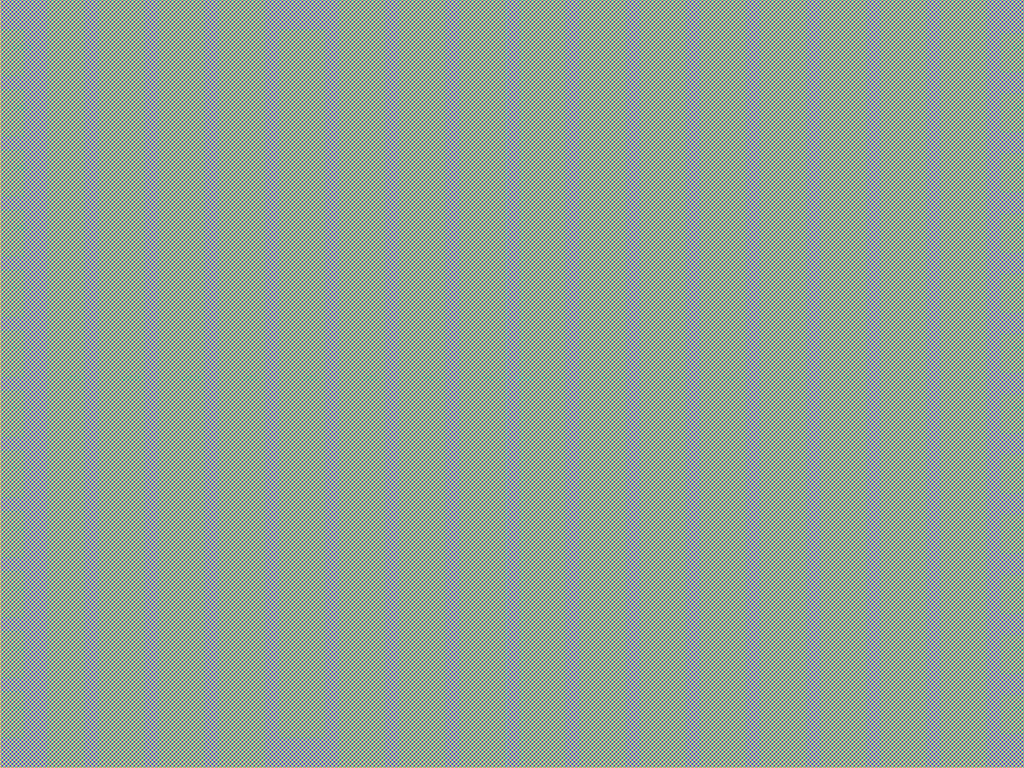
<source format=lef>
VERSION 5.8 ;
BUSBITCHARS "[]" ;
DIVIDERCHAR "/" ;

MACRO RIIO_EG1D80V_BIAS_RVT28_V
  CLASS PAD POWER ;
  ORIGIN 0 0 ;
  FOREIGN RIIO_EG1D80V_BIAS_RVT28_V 0 0 ;
  SIZE 60 BY 80 ;
  SYMMETRY X Y ;
  SITE IO_NS_site ;
  PIN VSS
    DIRECTION INOUT ;
    USE GROUND ;
    NETEXPR "vss VSS!" ;
    PORT
      CLASS CORE ;
      LAYER IB ;
        RECT 2.65 78.15 5.65 80 ;
      LAYER IA ;
        RECT 2.65 78.15 5.65 80 ;
    END
    PORT
      CLASS CORE ;
      LAYER IB ;
        RECT 12.05 78.15 15.05 80 ;
      LAYER IA ;
        RECT 12.05 78.15 15.05 80 ;
    END
    PORT
      CLASS CORE ;
      LAYER IB ;
        RECT 21.45 78.15 24.45 80 ;
      LAYER IA ;
        RECT 21.45 78.15 24.45 80 ;
    END
    PORT
      CLASS CORE ;
      LAYER IB ;
        RECT 35.55 78.15 38.55 80 ;
      LAYER IA ;
        RECT 35.55 78.15 38.55 80 ;
    END
    PORT
      CLASS CORE ;
      LAYER IB ;
        RECT 44.95 78.15 47.95 80 ;
      LAYER IA ;
        RECT 44.95 78.15 47.95 80 ;
    END
    PORT
      CLASS CORE ;
      LAYER IB ;
        RECT 54.35 78.15 57.35 80 ;
      LAYER IA ;
        RECT 54.35 78.15 57.35 80 ;
    END
    PORT
      LAYER IB ;
        RECT 0 73.45 60 77.05 ;
    END
    PORT
      LAYER IB ;
        RECT 0 59.35 60 62.95 ;
    END
  END VSS
  PIN VDDIO
    DIRECTION INOUT ;
    USE POWER ;
    NETEXPR "vddio VDDIO!" ;
    PORT
      LAYER IB ;
        RECT 0 49.95 60 53.55 ;
    END
    PORT
      LAYER IB ;
        RECT 0 35.85 60 39.45 ;
    END
    PORT
      LAYER IB ;
        RECT 0 31.15 60 34.75 ;
    END
    PORT
      LAYER IB ;
        RECT 0 12.35 60 15.95 ;
    END
    PORT
      LAYER IB ;
        RECT 0 7.65 60 11.25 ;
    END
  END VDDIO
  PIN VDD
    DIRECTION INOUT ;
    USE POWER ;
    NETEXPR "vdd VDD!" ;
    PORT
      CLASS CORE ;
      LAYER IB ;
        RECT 7.35 78.15 10.35 80 ;
      LAYER IA ;
        RECT 7.35 78.15 10.35 80 ;
    END
    PORT
      CLASS CORE ;
      LAYER IB ;
        RECT 16.75 78.15 19.75 80 ;
      LAYER IA ;
        RECT 16.75 78.15 19.75 80 ;
    END
    PORT
      CLASS CORE ;
      LAYER IB ;
        RECT 26.15 78.15 29.15 80 ;
      LAYER IA ;
        RECT 26.15 78.15 29.15 80 ;
    END
    PORT
      CLASS CORE ;
      LAYER IB ;
        RECT 30.85 78.15 33.85 80 ;
      LAYER IA ;
        RECT 30.85 78.15 33.85 80 ;
    END
    PORT
      CLASS CORE ;
      LAYER IB ;
        RECT 40.25 78.15 43.25 80 ;
      LAYER IA ;
        RECT 40.25 78.15 43.25 80 ;
    END
    PORT
      CLASS CORE ;
      LAYER IB ;
        RECT 49.65 78.15 52.65 80 ;
      LAYER IA ;
        RECT 49.65 78.15 52.65 80 ;
    END
    PORT
      LAYER IB ;
        RECT 0 68.75 60 72.35 ;
    END
    PORT
      LAYER IB ;
        RECT 0 64.05 60 67.65 ;
    END
  END VDD
  PIN VBIAS
    DIRECTION INOUT ;
    USE SIGNAL ;
    ANTENNADIFFAREA 0.352 LAYER C4 ;
    NETEXPR "vbias VBIAS!" ;
    PORT
      LAYER C4 ;
        RECT 0 39.575 60 40.825 ;
    END
  END VBIAS
  PIN VSSIO
    DIRECTION INOUT ;
    USE GROUND ;
    NETEXPR "vssio VSSIO!" ;
    PORT
      LAYER IB ;
        RECT 2.35 0 5.95 1.85 ;
    END
    PORT
      LAYER IB ;
        RECT 7.05 0 10.65 1.85 ;
    END
    PORT
      LAYER IB ;
        RECT 11.75 0 15.35 1.85 ;
    END
    PORT
      LAYER IB ;
        RECT 16.45 0 20.05 1.85 ;
    END
    PORT
      LAYER IB ;
        RECT 21.15 0 24.75 1.85 ;
    END
    PORT
      LAYER IB ;
        RECT 25.85 0 29.45 1.85 ;
    END
    PORT
      LAYER IB ;
        RECT 30.55 0 34.15 1.85 ;
    END
    PORT
      LAYER IB ;
        RECT 35.25 0 38.85 1.85 ;
    END
    PORT
      LAYER IB ;
        RECT 39.95 0 43.55 1.85 ;
    END
    PORT
      LAYER IB ;
        RECT 44.65 0 48.25 1.85 ;
    END
    PORT
      LAYER IB ;
        RECT 49.35 0 52.95 1.85 ;
    END
    PORT
      LAYER IB ;
        RECT 2.35 21.75 57.65 25.35 ;
    END
    PORT
      LAYER IB ;
        RECT 54.05 0 57.65 1.85 ;
    END
    PORT
      LAYER IB ;
        RECT 0 54.65 60 58.25 ;
    END
    PORT
      LAYER IB ;
        RECT 0 45.25 60 48.85 ;
    END
    PORT
      LAYER IB ;
        RECT 0 40.55 60 44.15 ;
    END
    PORT
      LAYER IB ;
        RECT 0 26.45 60 30.05 ;
    END
    PORT
      LAYER IB ;
        RECT 0 17.05 60 20.65 ;
    END
    PORT
      LAYER IB ;
        RECT 0 3.67 60 6.55 ;
    END
  END VSSIO
  PIN TRIM_CURV_I[4]
    DIRECTION INPUT ;
    USE SIGNAL ;
    ANTENNAPARTIALMETALAREA 2.87128 LAYER C1 ;
    ANTENNAMODEL OXIDE1 ;
      ANTENNAGATEAREA 0.03808 LAYER C1 ;
      ANTENNAMAXAREACAR 81.406755 LAYER C1 ;
    PORT
      LAYER C1 ;
        RECT 45.65 79.84 45.81 80 ;
    END
  END TRIM_CURV_I[4]
  PIN TRIM_CURV_I[3]
    DIRECTION INPUT ;
    USE SIGNAL ;
    ANTENNAPARTIALMETALAREA 2.86008 LAYER C1 ;
    ANTENNAMODEL OXIDE1 ;
      ANTENNAGATEAREA 0.03808 LAYER C1 ;
      ANTENNAMAXAREACAR 80.343407 LAYER C1 ;
    PORT
      LAYER C1 ;
        RECT 45.13 79.84 45.29 80 ;
    END
  END TRIM_CURV_I[3]
  PIN TRIM_CURV_I[2]
    DIRECTION INPUT ;
    USE SIGNAL ;
    ANTENNAPARTIALMETALAREA 3.05888 LAYER C1 ;
    ANTENNAMODEL OXIDE1 ;
      ANTENNAGATEAREA 0.04704 LAYER C1 ;
      ANTENNAMAXAREACAR 70.193878 LAYER C1 ;
    PORT
      LAYER C1 ;
        RECT 44.61 79.84 44.77 80 ;
    END
  END TRIM_CURV_I[2]
  PIN TRIM_CURV_I[1]
    DIRECTION INPUT ;
    USE SIGNAL ;
    ANTENNAPARTIALMETALAREA 3.16948 LAYER C1 ;
    ANTENNAMODEL OXIDE1 ;
      ANTENNAGATEAREA 0.07392 LAYER C1 ;
      ANTENNAMAXAREACAR 50.562432 LAYER C1 ;
    PORT
      LAYER C1 ;
        RECT 44.09 79.84 44.25 80 ;
    END
  END TRIM_CURV_I[1]
  PIN TRIM_CURV_I[0]
    DIRECTION INPUT ;
    USE SIGNAL ;
    ANTENNAPARTIALMETALAREA 2.67248 LAYER C1 ;
    ANTENNAMODEL OXIDE1 ;
      ANTENNAGATEAREA 0.1456 LAYER C1 ;
      ANTENNAMAXAREACAR 27.374176 LAYER C1 ;
    PORT
      LAYER C1 ;
        RECT 43.57 79.84 43.73 80 ;
    END
  END TRIM_CURV_I[0]
  PIN BG_VALID_N_O
    DIRECTION OUTPUT ;
    USE SIGNAL ;
    ANTENNAPARTIALMETALAREA 3.08032 LAYER C1 ;
    ANTENNADIFFAREA 0.1045 LAYER C1 ;
    ANTENNAMODEL OXIDE1 ;
      ANTENNAGATEAREA 0.099 LAYER C1 ;
      ANTENNAMAXAREACAR 10.462518 LAYER C1 ;
    PORT
      LAYER C1 ;
        RECT 25.11 79.84 25.27 80 ;
    END
  END BG_VALID_N_O
  PIN EN_I
    DIRECTION INPUT ;
    USE SIGNAL ;
    ANTENNAPARTIALMETALAREA 1.4424 LAYER C1 ;
    ANTENNAMODEL OXIDE1 ;
      ANTENNAGATEAREA 0.02576 LAYER C1 ;
      ANTENNAMAXAREACAR 58.141304 LAYER C1 ;
    PORT
      LAYER C1 ;
        RECT 13.67 79.84 13.83 80 ;
    END
  END EN_I
  PIN VTMP_O
    DIRECTION OUTPUT ;
    USE SIGNAL ;
    ANTENNAPARTIALMETALAREA 4.97008 LAYER C1 ;
    ANTENNADIFFAREA 0.32 LAYER C1 ;
    ANTENNAMODEL OXIDE1 ;
      ANTENNAGATEAREA 2.4 LAYER C1 ;
      ANTENNAMAXAREACAR 2.244581 LAYER C1 ;
    PORT
      LAYER C1 ;
        RECT 18.09 79.84 18.25 80 ;
    END
  END VTMP_O
  PIN VBG_O
    DIRECTION OUTPUT ;
    USE SIGNAL ;
    ANTENNAPARTIALMETALAREA 4.97008 LAYER C1 ;
    ANTENNADIFFAREA 0.32 LAYER C1 ;
    ANTENNAMODEL OXIDE1 ;
      ANTENNAGATEAREA 2.4 LAYER C1 ;
      ANTENNAMAXAREACAR 2.553479 LAYER C1 ;
    PORT
      LAYER C1 ;
        RECT 14.45 79.84 14.61 80 ;
    END
  END VBG_O
  PIN IBIAS_O[15]
    DIRECTION OUTPUT ;
    USE SIGNAL ;
    ANTENNAPARTIALMETALAREA 5.96528 LAYER C1 ;
    ANTENNADIFFAREA 0.088 LAYER C1 ;
    PORT
      LAYER C1 ;
        RECT 5.87 79.84 6.03 80 ;
    END
  END IBIAS_O[15]
  PIN TRIM_BIAS_I[3]
    DIRECTION INPUT ;
    USE SIGNAL ;
    ANTENNAPARTIALMETALAREA 1.4424 LAYER C1 ;
    ANTENNAMODEL OXIDE1 ;
      ANTENNAGATEAREA 0.02576 LAYER C1 ;
      ANTENNAMAXAREACAR 58.054348 LAYER C1 ;
    PORT
      LAYER C1 ;
        RECT 28.23 79.84 28.39 80 ;
    END
  END TRIM_BIAS_I[3]
  PIN TRIM_BIAS_I[2]
    DIRECTION INPUT ;
    USE SIGNAL ;
    ANTENNAPARTIALMETALAREA 1.4424 LAYER C1 ;
    ANTENNAMODEL OXIDE1 ;
      ANTENNAGATEAREA 0.02576 LAYER C1 ;
      ANTENNAMAXAREACAR 58.166149 LAYER C1 ;
    PORT
      LAYER C1 ;
        RECT 24.59 79.84 24.75 80 ;
    END
  END TRIM_BIAS_I[2]
  PIN TRIM_BIAS_I[1]
    DIRECTION INPUT ;
    USE SIGNAL ;
    ANTENNAPARTIALMETALAREA 1.4424 LAYER C1 ;
    ANTENNAMODEL OXIDE1 ;
      ANTENNAGATEAREA 0.02576 LAYER C1 ;
      ANTENNAMAXAREACAR 58.029503 LAYER C1 ;
    PORT
      LAYER C1 ;
        RECT 17.31 79.84 17.47 80 ;
    END
  END TRIM_BIAS_I[1]
  PIN TRIM_BIAS_I[0]
    DIRECTION INPUT ;
    USE SIGNAL ;
    ANTENNAPARTIALMETALAREA 1.4424 LAYER C1 ;
    ANTENNAMODEL OXIDE1 ;
      ANTENNAGATEAREA 0.02576 LAYER C1 ;
      ANTENNAMAXAREACAR 58.27795 LAYER C1 ;
    PORT
      LAYER C1 ;
        RECT 20.95 79.84 21.11 80 ;
    END
  END TRIM_BIAS_I[0]
  PIN IBIAS_O[14]
    DIRECTION OUTPUT ;
    USE SIGNAL ;
    ANTENNAPARTIALMETALAREA 5.96528 LAYER C1 ;
    ANTENNADIFFAREA 0.088 LAYER C1 ;
    PORT
      LAYER C1 ;
        RECT 6.13 79.84 6.29 80 ;
    END
  END IBIAS_O[14]
  PIN IBIAS_O[13]
    DIRECTION OUTPUT ;
    USE SIGNAL ;
    ANTENNAPARTIALMETALAREA 5.96528 LAYER C1 ;
    ANTENNADIFFAREA 0.088 LAYER C1 ;
    PORT
      LAYER C1 ;
        RECT 6.39 79.84 6.55 80 ;
    END
  END IBIAS_O[13]
  PIN IBIAS_O[12]
    DIRECTION OUTPUT ;
    USE SIGNAL ;
    ANTENNAPARTIALMETALAREA 5.96528 LAYER C1 ;
    ANTENNADIFFAREA 0.088 LAYER C1 ;
    PORT
      LAYER C1 ;
        RECT 6.65 79.84 6.81 80 ;
    END
  END IBIAS_O[12]
  PIN IBIAS_O[11]
    DIRECTION OUTPUT ;
    USE SIGNAL ;
    ANTENNAPARTIALMETALAREA 5.96528 LAYER C1 ;
    ANTENNADIFFAREA 0.088 LAYER C1 ;
    PORT
      LAYER C1 ;
        RECT 6.91 79.84 7.07 80 ;
    END
  END IBIAS_O[11]
  PIN IBIAS_O[10]
    DIRECTION OUTPUT ;
    USE SIGNAL ;
    ANTENNAPARTIALMETALAREA 5.96528 LAYER C1 ;
    ANTENNADIFFAREA 0.088 LAYER C1 ;
    PORT
      LAYER C1 ;
        RECT 7.17 79.84 7.33 80 ;
    END
  END IBIAS_O[10]
  PIN IBIAS_O[9]
    DIRECTION OUTPUT ;
    USE SIGNAL ;
    ANTENNAPARTIALMETALAREA 5.96528 LAYER C1 ;
    ANTENNADIFFAREA 0.088 LAYER C1 ;
    PORT
      LAYER C1 ;
        RECT 7.43 79.84 7.59 80 ;
    END
  END IBIAS_O[9]
  PIN IBIAS_O[8]
    DIRECTION OUTPUT ;
    USE SIGNAL ;
    ANTENNAPARTIALMETALAREA 5.96528 LAYER C1 ;
    ANTENNADIFFAREA 0.088 LAYER C1 ;
    PORT
      LAYER C1 ;
        RECT 7.69 79.84 7.85 80 ;
    END
  END IBIAS_O[8]
  PIN IBIAS_O[7]
    DIRECTION OUTPUT ;
    USE SIGNAL ;
    ANTENNAPARTIALMETALAREA 5.96528 LAYER C1 ;
    ANTENNADIFFAREA 0.088 LAYER C1 ;
    PORT
      LAYER C1 ;
        RECT 8.47 79.84 8.63 80 ;
    END
  END IBIAS_O[7]
  PIN IBIAS_O[6]
    DIRECTION OUTPUT ;
    USE SIGNAL ;
    ANTENNAPARTIALMETALAREA 5.96528 LAYER C1 ;
    ANTENNADIFFAREA 0.088 LAYER C1 ;
    PORT
      LAYER C1 ;
        RECT 8.73 79.84 8.89 80 ;
    END
  END IBIAS_O[6]
  PIN IBIAS_O[5]
    DIRECTION OUTPUT ;
    USE SIGNAL ;
    ANTENNAPARTIALMETALAREA 5.96528 LAYER C1 ;
    ANTENNADIFFAREA 0.088 LAYER C1 ;
    PORT
      LAYER C1 ;
        RECT 9.51 79.84 9.67 80 ;
    END
  END IBIAS_O[5]
  PIN IBIAS_O[4]
    DIRECTION OUTPUT ;
    USE SIGNAL ;
    ANTENNAPARTIALMETALAREA 5.96528 LAYER C1 ;
    ANTENNADIFFAREA 0.088 LAYER C1 ;
    PORT
      LAYER C1 ;
        RECT 9.77 79.84 9.93 80 ;
    END
  END IBIAS_O[4]
  PIN IBIAS_O[3]
    DIRECTION OUTPUT ;
    USE SIGNAL ;
    ANTENNAPARTIALMETALAREA 5.96528 LAYER C1 ;
    ANTENNADIFFAREA 0.088 LAYER C1 ;
    PORT
      LAYER C1 ;
        RECT 10.55 79.84 10.71 80 ;
    END
  END IBIAS_O[3]
  PIN IBIAS_O[2]
    DIRECTION OUTPUT ;
    USE SIGNAL ;
    ANTENNAPARTIALMETALAREA 5.96528 LAYER C1 ;
    ANTENNADIFFAREA 0.088 LAYER C1 ;
    PORT
      LAYER C1 ;
        RECT 10.81 79.84 10.97 80 ;
    END
  END IBIAS_O[2]
  PIN IBIAS_O[1]
    DIRECTION OUTPUT ;
    USE SIGNAL ;
    ANTENNAPARTIALMETALAREA 5.96528 LAYER C1 ;
    ANTENNADIFFAREA 0.088 LAYER C1 ;
    PORT
      LAYER C1 ;
        RECT 11.07 79.84 11.23 80 ;
    END
  END IBIAS_O[1]
  PIN IBIAS_O[0]
    DIRECTION OUTPUT ;
    USE SIGNAL ;
    ANTENNAPARTIALMETALAREA 5.96528 LAYER C1 ;
    ANTENNADIFFAREA 0.088 LAYER C1 ;
    PORT
      LAYER C1 ;
        RECT 11.33 79.84 11.49 80 ;
    END
  END IBIAS_O[0]
  PIN BG_STARTUP_I
    DIRECTION INPUT ;
    USE SIGNAL ;
    ANTENNAPARTIALMETALAREA 5.09808 LAYER C1 ;
    ANTENNADIFFAREA 0.2528 LAYER C1 ;
    ANTENNAMODEL OXIDE1 ;
      ANTENNAGATEAREA 0.474 LAYER C1 ;
      ANTENNAMAXAREACAR 6.261814 LAYER C1 ;
    PORT
      LAYER C1 ;
        RECT 23.03 79.84 23.19 80 ;
    END
  END BG_STARTUP_I
  PIN TRIM_VBG_I[4]
    DIRECTION INPUT ;
    USE SIGNAL ;
    ANTENNAPARTIALMETALAREA 3.12288 LAYER C1 ;
    ANTENNAMODEL OXIDE1 ;
      ANTENNAGATEAREA 0.03808 LAYER C1 ;
      ANTENNAMAXAREACAR 87.244667 LAYER C1 ;
    PORT
      LAYER C1 ;
        RECT 39.93 79.84 40.09 80 ;
    END
  END TRIM_VBG_I[4]
  PIN TRIM_VBG_I[3]
    DIRECTION INPUT ;
    USE SIGNAL ;
    ANTENNAPARTIALMETALAREA 3.06168 LAYER C1 ;
    ANTENNAMODEL OXIDE1 ;
      ANTENNAGATEAREA 0.03808 LAYER C1 ;
      ANTENNAMAXAREACAR 85.637524 LAYER C1 ;
    PORT
      LAYER C1 ;
        RECT 39.41 79.84 39.57 80 ;
    END
  END TRIM_VBG_I[3]
  PIN TRIM_VBG_I[2]
    DIRECTION INPUT ;
    USE SIGNAL ;
    ANTENNAPARTIALMETALAREA 3.35008 LAYER C1 ;
    ANTENNAMODEL OXIDE1 ;
      ANTENNAGATEAREA 0.04704 LAYER C1 ;
      ANTENNAMAXAREACAR 76.697598 LAYER C1 ;
    PORT
      LAYER C1 ;
        RECT 38.89 79.84 39.05 80 ;
    END
  END TRIM_VBG_I[2]
  PIN TRIM_VBG_I[1]
    DIRECTION INPUT ;
    USE SIGNAL ;
    ANTENNAPARTIALMETALAREA 3.49428 LAYER C1 ;
    ANTENNAMODEL OXIDE1 ;
      ANTENNAGATEAREA 0.07392 LAYER C1 ;
      ANTENNAMAXAREACAR 54.639236 LAYER C1 ;
    PORT
      LAYER C1 ;
        RECT 38.37 79.84 38.53 80 ;
    END
  END TRIM_VBG_I[1]
  PIN TRIM_VBG_I[0]
    DIRECTION INPUT ;
    USE SIGNAL ;
    ANTENNAPARTIALMETALAREA 2.7464 LAYER C1 ;
    ANTENNAMODEL OXIDE1 ;
      ANTENNAGATEAREA 0.1456 LAYER C1 ;
      ANTENNAMAXAREACAR 29.124725 LAYER C1 ;
    PORT
      LAYER C1 ;
        RECT 37.85 79.84 38.01 80 ;
    END
  END TRIM_VBG_I[0]
  PIN EN_VBIAS_I
    DIRECTION INPUT ;
    USE SIGNAL ;
    ANTENNAPARTIALMETALAREA 1.4424 LAYER C1 ;
    ANTENNAMODEL OXIDE1 ;
      ANTENNAGATEAREA 0.02576 LAYER C1 ;
      ANTENNAMAXAREACAR 58.253106 LAYER C1 ;
    PORT
      LAYER C1 ;
        RECT 10.03 79.84 10.19 80 ;
    END
  END EN_VBIAS_I
  OBS
    LAYER CA ;
      RECT 0 0 60 80 ;
    LAYER M1 ;
      RECT 0 0 60 80 ;
    LAYER V1 ;
      RECT 0 0 60 80 ;
    LAYER M2 ;
      RECT 0 0 60 80 ;
    LAYER A1 ;
      RECT 0 0 60 80 ;
    LAYER C2 ;
      RECT 0 0 60 80 ;
    LAYER IA ;
      RECT 0 0 60 80 ;
    LAYER XA ;
      RECT 0 0 60 80 ;
    LAYER YX ;
      RECT 0 0 60 80 ;
    LAYER IB ;
      RECT 0 0 60 80 ;
    LAYER CB ;
      RECT 0 0 60 80 ;
    LAYER AY ;
      RECT 0 0 60 80 ;
    LAYER C1 ;
      RECT 0 0 60 80 ;
    LAYER C5 ;
      RECT 0 0 60 80 ;
    LAYER C4 ;
      RECT 0 0 60 80 ;
    LAYER C3 ;
      RECT 0 0 60 80 ;
    LAYER A5 ;
      RECT 0 0 60 80 ;
    LAYER A4 ;
      RECT 0 0 60 80 ;
    LAYER A3 ;
      RECT 0 0 60 80 ;
    LAYER A2 ;
      RECT 0 0 60 80 ;
    LAYER C6 ;
      RECT 0 0 60 80 ;
  END
END RIIO_EG1D80V_BIAS_RVT28_V

MACRO RIIO_EG1D80V_GPIO_RVT28_V
  CLASS PAD INOUT ;
  ORIGIN 0 0 ;
  FOREIGN RIIO_EG1D80V_GPIO_RVT28_V 0 0 ;
  SIZE 60 BY 80 ;
  SYMMETRY X Y ;
  SITE IO_NS_site ;
  PIN CO_I
    DIRECTION INPUT ;
    USE SIGNAL ;
    ANTENNAPARTIALMETALAREA 3.52912 LAYER C1 ;
    ANTENNAMODEL OXIDE1 ;
      ANTENNAGATEAREA 0.02576 LAYER C1 ;
      ANTENNAMAXAREACAR 138.704969 LAYER C1 ;
    PORT
      LAYER C1 ;
        RECT 19.24 79.84 19.4 80 ;
    END
  END CO_I
  PIN PAD_B
    DIRECTION INOUT ;
    USE SIGNAL ;
    ANTENNAPARTIALMETALAREA 370.645 LAYER C4 ;
    ANTENNAPARTIALMETALAREA 400.1975 LAYER C3 ;
    ANTENNAPARTIALMETALAREA 133.9575 LAYER C5 ;
    ANTENNAPARTIALMETALAREA 63.205 LAYER C6 ;
    ANTENNAPARTIALMETALAREA 603.245 LAYER IA ;
    ANTENNAPARTIALMETALAREA 294.725 LAYER IB ;
    ANTENNAPARTIALMETALAREA 241.9675 LAYER C2 ;
    ANTENNAPARTIALCUTAREA 9.385728 LAYER A4 ;
    ANTENNAPARTIALCUTAREA 8.487424 LAYER A3 ;
    ANTENNAPARTIALCUTAREA 6.721792 LAYER A5 ;
    ANTENNAPARTIALCUTAREA 9.44784 LAYER YX ;
    ANTENNAPARTIALCUTAREA 27.713664 LAYER XA ;
    ANTENNAPARTIALCUTAREA 10.276288 LAYER A2 ;
    ANTENNADIFFAREA 208.5584 LAYER C4 ;
    ANTENNADIFFAREA 208.5584 LAYER C3 ;
    ANTENNADIFFAREA 208.5584 LAYER C5 ;
    ANTENNADIFFAREA 208.5584 LAYER C6 ;
    ANTENNADIFFAREA 208.5584 LAYER IA ;
    ANTENNADIFFAREA 208.5584 LAYER IB ;
    ANTENNADIFFAREA 208.5584 LAYER C2 ;
    PORT
      LAYER C2 ;
        RECT 54.05 0 57.65 1.85 ;
        RECT 49.35 0 52.95 1.85 ;
        RECT 44.65 0 48.25 1.85 ;
        RECT 39.95 0 43.55 1.85 ;
        RECT 35.25 0 38.85 1.85 ;
        RECT 30.55 0 34.15 1.85 ;
        RECT 25.85 0 29.45 1.85 ;
        RECT 21.15 0 24.75 1.85 ;
        RECT 16.45 0 20.05 1.85 ;
        RECT 11.75 0 15.35 1.85 ;
        RECT 7.05 0 10.65 1.85 ;
        RECT 2.35 0 5.95 1.85 ;
      LAYER C3 ;
        RECT 54.05 0 57.65 1.85 ;
        RECT 49.35 0 52.95 1.85 ;
        RECT 44.65 0 48.25 1.85 ;
        RECT 39.95 0 43.55 1.85 ;
        RECT 35.25 0 38.85 1.85 ;
        RECT 30.55 0 34.15 1.85 ;
        RECT 25.85 0 29.45 1.85 ;
        RECT 21.15 0 24.75 1.85 ;
        RECT 16.45 0 20.05 1.85 ;
        RECT 11.75 0 15.35 1.85 ;
        RECT 7.05 0 10.65 1.85 ;
        RECT 2.35 0 5.95 1.85 ;
      LAYER C4 ;
        RECT 54.05 0 57.65 1.85 ;
        RECT 49.35 0 52.95 1.85 ;
        RECT 44.65 0 48.25 1.85 ;
        RECT 39.95 0 43.55 1.85 ;
        RECT 35.25 0 38.85 1.85 ;
        RECT 30.55 0 34.15 1.85 ;
        RECT 25.85 0 29.45 1.85 ;
        RECT 21.15 0 24.75 1.85 ;
        RECT 16.45 0 20.05 1.85 ;
        RECT 11.75 0 15.35 1.85 ;
        RECT 7.05 0 10.65 1.85 ;
        RECT 2.35 0 5.95 1.85 ;
      LAYER C5 ;
        RECT 54.05 0 57.65 1.85 ;
        RECT 49.35 0 52.95 1.85 ;
        RECT 44.65 0 48.25 1.85 ;
        RECT 39.95 0 43.55 1.85 ;
        RECT 35.25 0 38.85 1.85 ;
        RECT 30.55 0 34.15 1.85 ;
        RECT 25.85 0 29.45 1.85 ;
        RECT 21.15 0 24.75 1.85 ;
        RECT 16.45 0 20.05 1.85 ;
        RECT 11.75 0 15.35 1.85 ;
        RECT 7.05 0 10.65 1.85 ;
        RECT 2.35 0 5.95 1.85 ;
      LAYER IB ;
        RECT 54.05 0 57.65 1.85 ;
        RECT 2.35 21.75 57.65 25.35 ;
        RECT 49.35 0 52.95 1.85 ;
        RECT 44.65 0 48.25 1.85 ;
        RECT 39.95 0 43.55 1.85 ;
        RECT 35.25 0 38.85 1.85 ;
        RECT 30.55 0 34.15 1.85 ;
        RECT 25.85 0 29.45 1.85 ;
        RECT 21.15 0 24.75 1.85 ;
        RECT 16.45 0 20.05 1.85 ;
        RECT 11.75 0 15.35 1.85 ;
        RECT 7.05 0 10.65 1.85 ;
        RECT 2.35 0 5.95 1.85 ;
      LAYER IA ;
        RECT 54.05 0 57.65 1.85 ;
        RECT 49.35 0 52.95 1.85 ;
        RECT 44.65 0 48.25 1.85 ;
        RECT 39.95 0 43.55 1.85 ;
        RECT 35.25 0 38.85 1.85 ;
        RECT 30.55 0 34.15 1.85 ;
        RECT 25.85 0 29.45 1.85 ;
        RECT 21.15 0 24.75 1.85 ;
        RECT 16.45 0 20.05 1.85 ;
        RECT 11.75 0 15.35 1.85 ;
        RECT 7.05 0 10.65 1.85 ;
        RECT 2.35 0 5.95 1.85 ;
      LAYER C6 ;
        RECT 54.05 0 57.65 1.85 ;
        RECT 49.35 0 52.95 1.85 ;
        RECT 44.65 0 48.25 1.85 ;
        RECT 39.95 0 43.55 1.85 ;
        RECT 35.25 0 38.85 1.85 ;
        RECT 30.55 0 34.15 1.85 ;
        RECT 25.85 0 29.45 1.85 ;
        RECT 21.15 0 24.75 1.85 ;
        RECT 16.45 0 20.05 1.85 ;
        RECT 11.75 0 15.35 1.85 ;
        RECT 7.05 0 10.65 1.85 ;
        RECT 2.35 0 5.95 1.85 ;
    END
  END PAD_B
  PIN DI_O[0]
    DIRECTION OUTPUT ;
    USE SIGNAL ;
    ANTENNAPARTIALMETALAREA 4.02096 LAYER C1 ;
    ANTENNADIFFAREA 0.04048 LAYER C1 ;
    PORT
      LAYER C1 ;
        RECT 39.78 79.84 39.94 80 ;
    END
  END DI_O[0]
  PIN DI_O[1]
    DIRECTION OUTPUT ;
    USE SIGNAL ;
    ANTENNAPARTIALMETALAREA 4.01968 LAYER C1 ;
    ANTENNADIFFAREA 0.04048 LAYER C1 ;
    PORT
      LAYER C1 ;
        RECT 37.96 79.84 38.12 80 ;
    END
  END DI_O[1]
  PIN DO_I
    DIRECTION INPUT ;
    USE SIGNAL ;
    ANTENNAPARTIALMETALAREA 3.76592 LAYER C1 ;
    ANTENNAMODEL OXIDE1 ;
      ANTENNAGATEAREA 0.21504 LAYER C1 ;
      ANTENNAMAXAREACAR 18.287798 LAYER C1 ;
    PORT
      LAYER C1 ;
        RECT 8.32 79.84 8.48 80 ;
    END
  END DO_I
  PIN DS_I[0]
    DIRECTION INPUT ;
    USE SIGNAL ;
    ANTENNAPARTIALMETALAREA 4.7984 LAYER C1 ;
    ANTENNAMODEL OXIDE1 ;
      ANTENNAGATEAREA 0.02576 LAYER C1 ;
      ANTENNAMAXAREACAR 187.962733 LAYER C1 ;
    PORT
      LAYER C1 ;
        RECT 24.18 79.84 24.34 80 ;
    END
  END DS_I[0]
  PIN DS_I[1]
    DIRECTION INPUT ;
    USE SIGNAL ;
    ANTENNAPARTIALMETALAREA 4.796 LAYER C1 ;
    ANTENNAMODEL OXIDE1 ;
      ANTENNAGATEAREA 0.02576 LAYER C1 ;
      ANTENNAMAXAREACAR 187.829193 LAYER C1 ;
    PORT
      LAYER C1 ;
        RECT 26.78 79.84 26.94 80 ;
    END
  END DS_I[1]
  PIN DS_I[2]
    DIRECTION INPUT ;
    USE SIGNAL ;
    ANTENNAPARTIALMETALAREA 3.53232 LAYER C1 ;
    ANTENNAMODEL OXIDE1 ;
      ANTENNAGATEAREA 0.02576 LAYER C1 ;
      ANTENNAMAXAREACAR 140.512422 LAYER C1 ;
    PORT
      LAYER C1 ;
        RECT 9.62 79.84 9.78 80 ;
    END
  END DS_I[2]
  PIN DS_I[3]
    DIRECTION INPUT ;
    USE SIGNAL ;
    ANTENNAPARTIALMETALAREA 3.52864 LAYER C1 ;
    ANTENNAMODEL OXIDE1 ;
      ANTENNAGATEAREA 0.02576 LAYER C1 ;
      ANTENNAMAXAREACAR 138.773292 LAYER C1 ;
    PORT
      LAYER C1 ;
        RECT 3.9 79.84 4.06 80 ;
    END
  END DS_I[3]
  PIN IE_I
    DIRECTION INPUT ;
    USE SIGNAL ;
    ANTENNAPARTIALMETALAREA 4.0024 LAYER C1 ;
    ANTENNAMODEL OXIDE1 ;
      ANTENNAGATEAREA 0.02576 LAYER C1 ;
      ANTENNAMAXAREACAR 157.152174 LAYER C1 ;
    PORT
      LAYER C1 ;
        RECT 45.24 79.84 45.4 80 ;
    END
  END IE_I
  PIN ODN_I
    DIRECTION INPUT ;
    USE SIGNAL ;
    ANTENNAPARTIALMETALAREA 3.52976 LAYER C1 ;
    ANTENNAMODEL OXIDE1 ;
      ANTENNAGATEAREA 0.02576 LAYER C1 ;
      ANTENNAMAXAREACAR 140.434783 LAYER C1 ;
    PORT
      LAYER C1 ;
        RECT 13.52 79.84 13.68 80 ;
    END
  END ODN_I
  PIN ODP_I
    DIRECTION INPUT ;
    USE SIGNAL ;
    ANTENNAPARTIALMETALAREA 3.53088 LAYER C1 ;
    ANTENNAMODEL OXIDE1 ;
      ANTENNAGATEAREA 0.02576 LAYER C1 ;
      ANTENNAMAXAREACAR 138.723602 LAYER C1 ;
    PORT
      LAYER C1 ;
        RECT 11.18 79.84 11.34 80 ;
    END
  END ODP_I
  PIN OE_I
    DIRECTION INPUT ;
    USE SIGNAL ;
    ANTENNAPARTIALMETALAREA 3.78736 LAYER C1 ;
    ANTENNAMODEL OXIDE1 ;
      ANTENNAGATEAREA 0.21504 LAYER C1 ;
      ANTENNAMAXAREACAR 18.495015 LAYER C1 ;
    PORT
      LAYER C1 ;
        RECT 14.56 79.84 14.72 80 ;
    END
  END OE_I
  PIN PD_I
    DIRECTION INPUT ;
    USE SIGNAL ;
    ANTENNAPARTIALMETALAREA 3.996 LAYER C1 ;
    ANTENNAMODEL OXIDE1 ;
      ANTENNAGATEAREA 0.02576 LAYER C1 ;
      ANTENNAMAXAREACAR 156.704969 LAYER C1 ;
    PORT
      LAYER C1 ;
        RECT 37.18 79.84 37.34 80 ;
    END
  END PD_I
  PIN VSSIO
    DIRECTION INOUT ;
    USE GROUND ;
    NETEXPR "vssio VSSIO!" ;
    PORT
      LAYER IB ;
        RECT 0 54.65 60 58.25 ;
    END
    PORT
      LAYER IB ;
        RECT 0 45.25 60 48.85 ;
    END
    PORT
      LAYER IB ;
        RECT 0 40.55 60 44.15 ;
    END
    PORT
      LAYER IB ;
        RECT 0 26.45 60 30.05 ;
    END
    PORT
      LAYER IB ;
        RECT 0 17.05 60 20.65 ;
    END
    PORT
      LAYER IB ;
        RECT 0 3.67 60 6.55 ;
    END
  END VSSIO
  PIN VDD
    DIRECTION INOUT ;
    USE POWER ;
    NETEXPR "vdd VDD!" ;
    PORT
      CLASS CORE ;
      LAYER IB ;
        RECT 7.35 78.15 10.35 80 ;
      LAYER IA ;
        RECT 7.35 78.15 10.35 80 ;
    END
    PORT
      CLASS CORE ;
      LAYER IB ;
        RECT 16.75 78.15 19.75 80 ;
      LAYER IA ;
        RECT 16.75 78.15 19.75 80 ;
    END
    PORT
      CLASS CORE ;
      LAYER IB ;
        RECT 26.15 78.15 29.15 80 ;
      LAYER IA ;
        RECT 26.15 78.15 29.15 80 ;
    END
    PORT
      CLASS CORE ;
      LAYER IB ;
        RECT 30.85 78.15 33.85 80 ;
      LAYER IA ;
        RECT 30.85 78.15 33.85 80 ;
    END
    PORT
      CLASS CORE ;
      LAYER IB ;
        RECT 40.25 78.15 43.25 80 ;
      LAYER IA ;
        RECT 40.25 78.15 43.25 80 ;
    END
    PORT
      CLASS CORE ;
      LAYER IB ;
        RECT 49.65 78.15 52.65 80 ;
      LAYER IA ;
        RECT 49.65 78.15 52.65 80 ;
    END
    PORT
      LAYER IB ;
        RECT 0 68.75 60 72.35 ;
    END
    PORT
      LAYER IB ;
        RECT 0 64.05 60 67.65 ;
    END
  END VDD
  PIN VSS
    DIRECTION INOUT ;
    USE GROUND ;
    NETEXPR "vss VSS!" ;
    PORT
      CLASS CORE ;
      LAYER IB ;
        RECT 2.65 78.15 5.65 80 ;
      LAYER IA ;
        RECT 2.65 78.15 5.65 80 ;
    END
    PORT
      CLASS CORE ;
      LAYER IB ;
        RECT 12.05 78.15 15.05 80 ;
      LAYER IA ;
        RECT 12.05 78.15 15.05 80 ;
    END
    PORT
      CLASS CORE ;
      LAYER IB ;
        RECT 21.45 78.15 24.45 80 ;
      LAYER IA ;
        RECT 21.45 78.15 24.45 80 ;
    END
    PORT
      CLASS CORE ;
      LAYER IB ;
        RECT 35.55 78.15 38.55 80 ;
      LAYER IA ;
        RECT 35.55 78.15 38.55 80 ;
    END
    PORT
      CLASS CORE ;
      LAYER IB ;
        RECT 44.95 78.15 47.95 80 ;
      LAYER IA ;
        RECT 44.95 78.15 47.95 80 ;
    END
    PORT
      CLASS CORE ;
      LAYER IB ;
        RECT 54.35 78.15 57.35 80 ;
      LAYER IA ;
        RECT 54.35 78.15 57.35 80 ;
    END
    PORT
      LAYER IB ;
        RECT 0 73.45 60 77.05 ;
    END
    PORT
      LAYER IB ;
        RECT 0 59.35 60 62.95 ;
    END
  END VSS
  PIN PU_I
    DIRECTION INPUT ;
    USE SIGNAL ;
    ANTENNAPARTIALMETALAREA 3.99376 LAYER C1 ;
    ANTENNAMODEL OXIDE1 ;
      ANTENNAGATEAREA 0.02576 LAYER C1 ;
      ANTENNAMAXAREACAR 156.611801 LAYER C1 ;
    PORT
      LAYER C1 ;
        RECT 34.32 79.84 34.48 80 ;
    END
  END PU_I
  PIN SR_I
    DIRECTION INPUT ;
    USE SIGNAL ;
    ANTENNAPARTIALMETALAREA 3.53232 LAYER C1 ;
    ANTENNAMODEL OXIDE1 ;
      ANTENNAGATEAREA 0.02576 LAYER C1 ;
      ANTENNAMAXAREACAR 138.754658 LAYER C1 ;
    PORT
      LAYER C1 ;
        RECT 22.1 79.84 22.26 80 ;
    END
  END SR_I
  PIN VDDIO
    DIRECTION INOUT ;
    USE POWER ;
    NETEXPR "vddio VDDIO!" ;
    PORT
      LAYER IB ;
        RECT 0 49.95 60 53.55 ;
    END
    PORT
      LAYER IB ;
        RECT 0 35.85 60 39.45 ;
    END
    PORT
      LAYER IB ;
        RECT 0 31.15 60 34.75 ;
    END
    PORT
      LAYER IB ;
        RECT 0 12.35 60 15.95 ;
    END
    PORT
      LAYER IB ;
        RECT 0 7.65 60 11.25 ;
    END
  END VDDIO
  PIN STE_I[0]
    DIRECTION INPUT ;
    USE SIGNAL ;
    ANTENNAPARTIALMETALAREA 4.0088 LAYER C1 ;
    ANTENNAMODEL OXIDE1 ;
      ANTENNAGATEAREA 0.02576 LAYER C1 ;
      ANTENNAMAXAREACAR 157.313665 LAYER C1 ;
    PORT
      LAYER C1 ;
        RECT 40.82 79.84 40.98 80 ;
    END
  END STE_I[0]
  PIN STE_I[1]
    DIRECTION INPUT ;
    USE SIGNAL ;
    ANTENNAPARTIALMETALAREA 3.99552 LAYER C1 ;
    ANTENNAMODEL OXIDE1 ;
      ANTENNAGATEAREA 0.02576 LAYER C1 ;
      ANTENNAMAXAREACAR 156.791925 LAYER C1 ;
    PORT
      LAYER C1 ;
        RECT 30.68 79.84 30.84 80 ;
    END
  END STE_I[1]
  PIN VBIAS
    DIRECTION INOUT ;
    USE SIGNAL ;
    ANTENNAPARTIALMETALAREA 0.06 LAYER C4 ;
    ANTENNADIFFAREA 0.3465 LAYER C4 ;
    NETEXPR "vbias VBIAS!" ;
    PORT
      LAYER C4 ;
        RECT 0 39.576 60 40.825 ;
    END
  END VBIAS
  OBS
    LAYER CA ;
      RECT 0 0 60 80 ;
    LAYER M1 ;
      RECT 0 0 60 80 ;
    LAYER V1 ;
      RECT 0 0 60 80 ;
    LAYER M2 ;
      RECT 0 0 60 80 ;
    LAYER A1 ;
      RECT 0 0 60 80 ;
    LAYER C2 ;
      RECT 0 0 60 80 ;
    LAYER IA ;
      RECT 0 0 60 80 ;
    LAYER XA ;
      RECT 0 0 60 80 ;
    LAYER YX ;
      RECT 0 0 60 80 ;
    LAYER IB ;
      RECT 0 0 60 80 ;
    LAYER CB ;
      RECT 0 0 60 80 ;
    LAYER AY ;
      RECT 0 0 60 80 ;
    LAYER C1 ;
      RECT 0 0 60 80 ;
    LAYER C5 ;
      RECT 0 0 60 80 ;
    LAYER C4 ;
      RECT 0 0 60 80 ;
    LAYER C3 ;
      RECT 0 0 60 80 ;
    LAYER A5 ;
      RECT 0 0 60 80 ;
    LAYER A4 ;
      RECT 0 0 60 80 ;
    LAYER A3 ;
      RECT 0 0 60 80 ;
    LAYER A2 ;
      RECT 0 0 60 80 ;
    LAYER C6 ;
      RECT 0 0 60 80 ;
  END
END RIIO_EG1D80V_GPIO_RVT28_V

MACRO RIIO_EG1D80V_GPI_PD_RVT28_V
  CLASS PAD INOUT ;
  ORIGIN 0 0 ;
  FOREIGN RIIO_EG1D80V_GPI_PD_RVT28_V 0 0 ;
  SIZE 60 BY 80 ;
  SYMMETRY X Y ;
  SITE IO_NS_site ;
  PIN PAD_B
    DIRECTION INOUT ;
    USE SIGNAL ;
    ANTENNAPARTIALMETALAREA 370.645 LAYER C4 ;
    ANTENNAPARTIALMETALAREA 400.1975 LAYER C3 ;
    ANTENNAPARTIALMETALAREA 133.9575 LAYER C5 ;
    ANTENNAPARTIALMETALAREA 63.205 LAYER C6 ;
    ANTENNAPARTIALMETALAREA 603.245 LAYER IA ;
    ANTENNAPARTIALMETALAREA 294.725 LAYER IB ;
    ANTENNAPARTIALMETALAREA 241.9675 LAYER C2 ;
    ANTENNAPARTIALCUTAREA 9.385728 LAYER A4 ;
    ANTENNAPARTIALCUTAREA 8.487424 LAYER A3 ;
    ANTENNAPARTIALCUTAREA 6.721792 LAYER A5 ;
    ANTENNAPARTIALCUTAREA 9.44784 LAYER YX ;
    ANTENNAPARTIALCUTAREA 27.713664 LAYER XA ;
    ANTENNAPARTIALCUTAREA 10.276288 LAYER A2 ;
    ANTENNADIFFAREA 163.4 LAYER C4 ;
    ANTENNADIFFAREA 163.4 LAYER C3 ;
    ANTENNADIFFAREA 163.4 LAYER C5 ;
    ANTENNADIFFAREA 163.4 LAYER C6 ;
    ANTENNADIFFAREA 163.4 LAYER IA ;
    ANTENNADIFFAREA 163.4 LAYER IB ;
    ANTENNADIFFAREA 163.4 LAYER C2 ;
    PORT
      LAYER C2 ;
        RECT 54.05 0 57.65 1.85 ;
        RECT 49.35 0 52.95 1.85 ;
        RECT 44.65 0 48.25 1.85 ;
        RECT 39.95 0 43.55 1.85 ;
        RECT 35.25 0 38.85 1.85 ;
        RECT 30.55 0 34.15 1.85 ;
        RECT 25.85 0 29.45 1.85 ;
        RECT 21.15 0 24.75 1.85 ;
        RECT 16.45 0 20.05 1.85 ;
        RECT 11.75 0 15.35 1.85 ;
        RECT 7.05 0 10.65 1.85 ;
        RECT 2.35 0 5.95 1.85 ;
      LAYER C3 ;
        RECT 54.05 0 57.65 1.85 ;
        RECT 49.35 0 52.95 1.85 ;
        RECT 44.65 0 48.25 1.85 ;
        RECT 39.95 0 43.55 1.85 ;
        RECT 35.25 0 38.85 1.85 ;
        RECT 30.55 0 34.15 1.85 ;
        RECT 25.85 0 29.45 1.85 ;
        RECT 21.15 0 24.75 1.85 ;
        RECT 16.45 0 20.05 1.85 ;
        RECT 11.75 0 15.35 1.85 ;
        RECT 7.05 0 10.65 1.85 ;
        RECT 2.35 0 5.95 1.85 ;
      LAYER C4 ;
        RECT 54.05 0 57.65 1.85 ;
        RECT 49.35 0 52.95 1.85 ;
        RECT 44.65 0 48.25 1.85 ;
        RECT 39.95 0 43.55 1.85 ;
        RECT 35.25 0 38.85 1.85 ;
        RECT 30.55 0 34.15 1.85 ;
        RECT 25.85 0 29.45 1.85 ;
        RECT 21.15 0 24.75 1.85 ;
        RECT 16.45 0 20.05 1.85 ;
        RECT 11.75 0 15.35 1.85 ;
        RECT 7.05 0 10.65 1.85 ;
        RECT 2.35 0 5.95 1.85 ;
      LAYER C5 ;
        RECT 54.05 0 57.65 1.85 ;
        RECT 49.35 0 52.95 1.85 ;
        RECT 44.65 0 48.25 1.85 ;
        RECT 39.95 0 43.55 1.85 ;
        RECT 35.25 0 38.85 1.85 ;
        RECT 30.55 0 34.15 1.85 ;
        RECT 25.85 0 29.45 1.85 ;
        RECT 21.15 0 24.75 1.85 ;
        RECT 16.45 0 20.05 1.85 ;
        RECT 11.75 0 15.35 1.85 ;
        RECT 7.05 0 10.65 1.85 ;
        RECT 2.35 0 5.95 1.85 ;
      LAYER C6 ;
        RECT 54.05 0 57.65 1.85 ;
        RECT 49.35 0 52.95 1.85 ;
        RECT 44.65 0 48.25 1.85 ;
        RECT 39.95 0 43.55 1.85 ;
        RECT 35.25 0 38.85 1.85 ;
        RECT 30.55 0 34.15 1.85 ;
        RECT 25.85 0 29.45 1.85 ;
        RECT 21.15 0 24.75 1.85 ;
        RECT 16.45 0 20.05 1.85 ;
        RECT 11.75 0 15.35 1.85 ;
        RECT 7.05 0 10.65 1.85 ;
        RECT 2.35 0 5.95 1.85 ;
      LAYER IB ;
        RECT 54.05 0 57.65 1.85 ;
        RECT 2.35 21.75 57.65 25.35 ;
        RECT 49.35 0 52.95 1.85 ;
        RECT 44.65 0 48.25 1.85 ;
        RECT 39.95 0 43.55 1.85 ;
        RECT 35.25 0 38.85 1.85 ;
        RECT 30.55 0 34.15 1.85 ;
        RECT 25.85 0 29.45 1.85 ;
        RECT 21.15 0 24.75 1.85 ;
        RECT 16.45 0 20.05 1.85 ;
        RECT 11.75 0 15.35 1.85 ;
        RECT 7.05 0 10.65 1.85 ;
        RECT 2.35 0 5.95 1.85 ;
      LAYER IA ;
        RECT 54.05 0 57.65 1.85 ;
        RECT 49.35 0 52.95 1.85 ;
        RECT 44.65 0 48.25 1.85 ;
        RECT 39.95 0 43.55 1.85 ;
        RECT 35.25 0 38.85 1.85 ;
        RECT 30.55 0 34.15 1.85 ;
        RECT 25.85 0 29.45 1.85 ;
        RECT 21.15 0 24.75 1.85 ;
        RECT 16.45 0 20.05 1.85 ;
        RECT 11.75 0 15.35 1.85 ;
        RECT 7.05 0 10.65 1.85 ;
        RECT 2.35 0 5.95 1.85 ;
    END
  END PAD_B
  PIN DI_O[0]
    DIRECTION OUTPUT ;
    USE SIGNAL ;
    ANTENNAPARTIALMETALAREA 4.02096 LAYER C1 ;
    ANTENNADIFFAREA 0.04048 LAYER C1 ;
    PORT
      LAYER C1 ;
        RECT 39.78 79.84 39.94 80 ;
    END
  END DI_O[0]
  PIN DI_O[1]
    DIRECTION OUTPUT ;
    USE SIGNAL ;
    ANTENNAPARTIALMETALAREA 4.01968 LAYER C1 ;
    ANTENNADIFFAREA 0.04048 LAYER C1 ;
    PORT
      LAYER C1 ;
        RECT 37.96 79.84 38.12 80 ;
    END
  END DI_O[1]
  PIN IE_I
    DIRECTION INPUT ;
    USE SIGNAL ;
    ANTENNAPARTIALMETALAREA 4.0024 LAYER C1 ;
    ANTENNAMODEL OXIDE1 ;
      ANTENNAGATEAREA 0.02576 LAYER C1 ;
      ANTENNAMAXAREACAR 157.152174 LAYER C1 ;
    PORT
      LAYER C1 ;
        RECT 45.24 79.84 45.4 80 ;
    END
  END IE_I
  PIN VSSIO
    DIRECTION INOUT ;
    USE GROUND ;
    NETEXPR "vssio VSSIO!" ;
    PORT
      LAYER IB ;
        RECT 0 54.65 60 58.25 ;
    END
    PORT
      LAYER IB ;
        RECT 0 45.25 60 48.85 ;
    END
    PORT
      LAYER IB ;
        RECT 0 40.55 60 44.15 ;
    END
    PORT
      LAYER IB ;
        RECT 0 26.45 60 30.05 ;
    END
    PORT
      LAYER IB ;
        RECT 0 17.05 60 20.65 ;
    END
    PORT
      LAYER IB ;
        RECT 0 3.67 60 6.55 ;
    END
  END VSSIO
  PIN VDD
    DIRECTION INOUT ;
    USE POWER ;
    NETEXPR "vdd VDD!" ;
    PORT
      CLASS CORE ;
      LAYER IB ;
        RECT 7.35 78.15 10.35 80 ;
      LAYER IA ;
        RECT 7.35 78.15 10.35 80 ;
    END
    PORT
      CLASS CORE ;
      LAYER IB ;
        RECT 16.75 78.15 19.75 80 ;
      LAYER IA ;
        RECT 16.75 78.15 19.75 80 ;
    END
    PORT
      CLASS CORE ;
      LAYER IB ;
        RECT 26.15 78.15 29.15 80 ;
      LAYER IA ;
        RECT 26.15 78.15 29.15 80 ;
    END
    PORT
      CLASS CORE ;
      LAYER IB ;
        RECT 30.85 78.15 33.85 80 ;
      LAYER IA ;
        RECT 30.85 78.15 33.85 80 ;
    END
    PORT
      CLASS CORE ;
      LAYER IB ;
        RECT 40.25 78.15 43.25 80 ;
      LAYER IA ;
        RECT 40.25 78.15 43.25 80 ;
    END
    PORT
      CLASS CORE ;
      LAYER IB ;
        RECT 49.65 78.15 52.65 80 ;
      LAYER IA ;
        RECT 49.65 78.15 52.65 80 ;
    END
    PORT
      LAYER IB ;
        RECT 0 68.75 60 72.35 ;
    END
    PORT
      LAYER IB ;
        RECT 0 64.05 60 67.65 ;
    END
  END VDD
  PIN VSS
    DIRECTION INOUT ;
    USE GROUND ;
    NETEXPR "vss VSS!" ;
    PORT
      CLASS CORE ;
      LAYER IB ;
        RECT 2.65 78.15 5.65 80 ;
      LAYER IA ;
        RECT 2.65 78.15 5.65 80 ;
    END
    PORT
      CLASS CORE ;
      LAYER IB ;
        RECT 12.05 78.15 15.05 80 ;
      LAYER IA ;
        RECT 12.05 78.15 15.05 80 ;
    END
    PORT
      CLASS CORE ;
      LAYER IB ;
        RECT 21.45 78.15 24.45 80 ;
      LAYER IA ;
        RECT 21.45 78.15 24.45 80 ;
    END
    PORT
      CLASS CORE ;
      LAYER IB ;
        RECT 35.55 78.15 38.55 80 ;
      LAYER IA ;
        RECT 35.55 78.15 38.55 80 ;
    END
    PORT
      CLASS CORE ;
      LAYER IB ;
        RECT 44.95 78.15 47.95 80 ;
      LAYER IA ;
        RECT 44.95 78.15 47.95 80 ;
    END
    PORT
      CLASS CORE ;
      LAYER IB ;
        RECT 54.35 78.15 57.35 80 ;
      LAYER IA ;
        RECT 54.35 78.15 57.35 80 ;
    END
    PORT
      LAYER IB ;
        RECT 0 73.45 60 77.05 ;
    END
    PORT
      LAYER IB ;
        RECT 0 59.35 60 62.95 ;
    END
  END VSS
  PIN VDDIO
    DIRECTION INOUT ;
    USE POWER ;
    NETEXPR "vddio VDDIO!" ;
    PORT
      LAYER IB ;
        RECT 0 49.95 60 53.55 ;
    END
    PORT
      LAYER IB ;
        RECT 0 35.85 60 39.45 ;
    END
    PORT
      LAYER IB ;
        RECT 0 31.15 60 34.75 ;
    END
    PORT
      LAYER IB ;
        RECT 0 12.35 60 15.95 ;
    END
    PORT
      LAYER IB ;
        RECT 0 7.65 60 11.25 ;
    END
  END VDDIO
  PIN STE_I[0]
    DIRECTION INPUT ;
    USE SIGNAL ;
    ANTENNAPARTIALMETALAREA 4.0088 LAYER C1 ;
    ANTENNAMODEL OXIDE1 ;
      ANTENNAGATEAREA 0.02576 LAYER C1 ;
      ANTENNAMAXAREACAR 157.313665 LAYER C1 ;
    PORT
      LAYER C1 ;
        RECT 40.82 79.84 40.98 80 ;
    END
  END STE_I[0]
  PIN STE_I[1]
    DIRECTION INPUT ;
    USE SIGNAL ;
    ANTENNAPARTIALMETALAREA 3.99552 LAYER C1 ;
    ANTENNAMODEL OXIDE1 ;
      ANTENNAGATEAREA 0.02576 LAYER C1 ;
      ANTENNAMAXAREACAR 156.791925 LAYER C1 ;
    PORT
      LAYER C1 ;
        RECT 30.68 79.84 30.84 80 ;
    END
  END STE_I[1]
  OBS
    LAYER CA ;
      RECT 0 0 60 80 ;
    LAYER M1 ;
      RECT 0 0 60 80 ;
    LAYER V1 ;
      RECT 0 0 60 80 ;
    LAYER M2 ;
      RECT 0 0 60 80 ;
    LAYER A1 ;
      RECT 0 0 60 80 ;
    LAYER C2 ;
      RECT 0 0 60 80 ;
    LAYER IA ;
      RECT 0 0 60 80 ;
    LAYER XA ;
      RECT 0 0 60 80 ;
    LAYER YX ;
      RECT 0 0 60 80 ;
    LAYER IB ;
      RECT 0 0 60 80 ;
    LAYER CB ;
      RECT 0 0 60 80 ;
    LAYER AY ;
      RECT 0 0 60 80 ;
    LAYER C1 ;
      RECT 0 0 60 80 ;
    LAYER C5 ;
      RECT 0 0 60 80 ;
    LAYER C4 ;
      RECT 0 0 60 80 ;
    LAYER C3 ;
      RECT 0 0 60 80 ;
    LAYER A5 ;
      RECT 0 0 60 80 ;
    LAYER A4 ;
      RECT 0 0 60 80 ;
    LAYER A3 ;
      RECT 0 0 60 80 ;
    LAYER A2 ;
      RECT 0 0 60 80 ;
    LAYER C6 ;
      RECT 0 0 60 80 ;
  END
END RIIO_EG1D80V_GPI_PD_RVT28_V

MACRO RIIO_EG1D80V_GPI_PU_RVT28_V
  CLASS PAD INOUT ;
  ORIGIN 0 0 ;
  FOREIGN RIIO_EG1D80V_GPI_PU_RVT28_V 0 0 ;
  SIZE 60 BY 80 ;
  SYMMETRY X Y ;
  SITE IO_NS_site ;
  PIN PAD_B
    DIRECTION INOUT ;
    USE SIGNAL ;
    ANTENNAPARTIALMETALAREA 370.645 LAYER C4 ;
    ANTENNAPARTIALMETALAREA 400.1975 LAYER C3 ;
    ANTENNAPARTIALMETALAREA 133.9575 LAYER C5 ;
    ANTENNAPARTIALMETALAREA 63.205 LAYER C6 ;
    ANTENNAPARTIALMETALAREA 603.245 LAYER IA ;
    ANTENNAPARTIALMETALAREA 294.725 LAYER IB ;
    ANTENNAPARTIALMETALAREA 241.9675 LAYER C2 ;
    ANTENNAPARTIALCUTAREA 9.385728 LAYER A4 ;
    ANTENNAPARTIALCUTAREA 8.487424 LAYER A3 ;
    ANTENNAPARTIALCUTAREA 6.721792 LAYER A5 ;
    ANTENNAPARTIALCUTAREA 9.44784 LAYER YX ;
    ANTENNAPARTIALCUTAREA 27.713664 LAYER XA ;
    ANTENNAPARTIALCUTAREA 10.276288 LAYER A2 ;
    ANTENNADIFFAREA 163.4 LAYER C4 ;
    ANTENNADIFFAREA 163.4 LAYER C3 ;
    ANTENNADIFFAREA 163.4 LAYER C5 ;
    ANTENNADIFFAREA 163.4 LAYER C6 ;
    ANTENNADIFFAREA 163.4 LAYER IA ;
    ANTENNADIFFAREA 163.4 LAYER IB ;
    ANTENNADIFFAREA 163.4 LAYER C2 ;
    PORT
      LAYER C2 ;
        RECT 54.05 0 57.65 1.85 ;
        RECT 49.35 0 52.95 1.85 ;
        RECT 44.65 0 48.25 1.85 ;
        RECT 39.95 0 43.55 1.85 ;
        RECT 35.25 0 38.85 1.85 ;
        RECT 30.55 0 34.15 1.85 ;
        RECT 25.85 0 29.45 1.85 ;
        RECT 21.15 0 24.75 1.85 ;
        RECT 16.45 0 20.05 1.85 ;
        RECT 11.75 0 15.35 1.85 ;
        RECT 7.05 0 10.65 1.85 ;
        RECT 2.35 0 5.95 1.85 ;
      LAYER C3 ;
        RECT 54.05 0 57.65 1.85 ;
        RECT 49.35 0 52.95 1.85 ;
        RECT 44.65 0 48.25 1.85 ;
        RECT 39.95 0 43.55 1.85 ;
        RECT 35.25 0 38.85 1.85 ;
        RECT 30.55 0 34.15 1.85 ;
        RECT 25.85 0 29.45 1.85 ;
        RECT 21.15 0 24.75 1.85 ;
        RECT 16.45 0 20.05 1.85 ;
        RECT 11.75 0 15.35 1.85 ;
        RECT 7.05 0 10.65 1.85 ;
        RECT 2.35 0 5.95 1.85 ;
      LAYER C4 ;
        RECT 54.05 0 57.65 1.85 ;
        RECT 49.35 0 52.95 1.85 ;
        RECT 44.65 0 48.25 1.85 ;
        RECT 39.95 0 43.55 1.85 ;
        RECT 35.25 0 38.85 1.85 ;
        RECT 30.55 0 34.15 1.85 ;
        RECT 25.85 0 29.45 1.85 ;
        RECT 21.15 0 24.75 1.85 ;
        RECT 16.45 0 20.05 1.85 ;
        RECT 11.75 0 15.35 1.85 ;
        RECT 7.05 0 10.65 1.85 ;
        RECT 2.35 0 5.95 1.85 ;
      LAYER C5 ;
        RECT 54.05 0 57.65 1.85 ;
        RECT 49.35 0 52.95 1.85 ;
        RECT 44.65 0 48.25 1.85 ;
        RECT 39.95 0 43.55 1.85 ;
        RECT 35.25 0 38.85 1.85 ;
        RECT 30.55 0 34.15 1.85 ;
        RECT 25.85 0 29.45 1.85 ;
        RECT 21.15 0 24.75 1.85 ;
        RECT 16.45 0 20.05 1.85 ;
        RECT 11.75 0 15.35 1.85 ;
        RECT 7.05 0 10.65 1.85 ;
        RECT 2.35 0 5.95 1.85 ;
      LAYER C6 ;
        RECT 54.05 0 57.65 1.85 ;
        RECT 49.35 0 52.95 1.85 ;
        RECT 44.65 0 48.25 1.85 ;
        RECT 39.95 0 43.55 1.85 ;
        RECT 35.25 0 38.85 1.85 ;
        RECT 30.55 0 34.15 1.85 ;
        RECT 25.85 0 29.45 1.85 ;
        RECT 21.15 0 24.75 1.85 ;
        RECT 16.45 0 20.05 1.85 ;
        RECT 11.75 0 15.35 1.85 ;
        RECT 7.05 0 10.65 1.85 ;
        RECT 2.35 0 5.95 1.85 ;
      LAYER IB ;
        RECT 54.05 0 57.65 1.85 ;
        RECT 2.35 21.75 57.65 25.35 ;
        RECT 49.35 0 52.95 1.85 ;
        RECT 44.65 0 48.25 1.85 ;
        RECT 39.95 0 43.55 1.85 ;
        RECT 35.25 0 38.85 1.85 ;
        RECT 30.55 0 34.15 1.85 ;
        RECT 25.85 0 29.45 1.85 ;
        RECT 21.15 0 24.75 1.85 ;
        RECT 16.45 0 20.05 1.85 ;
        RECT 11.75 0 15.35 1.85 ;
        RECT 7.05 0 10.65 1.85 ;
        RECT 2.35 0 5.95 1.85 ;
      LAYER IA ;
        RECT 54.05 0 57.65 1.85 ;
        RECT 49.35 0 52.95 1.85 ;
        RECT 44.65 0 48.25 1.85 ;
        RECT 39.95 0 43.55 1.85 ;
        RECT 35.25 0 38.85 1.85 ;
        RECT 30.55 0 34.15 1.85 ;
        RECT 25.85 0 29.45 1.85 ;
        RECT 21.15 0 24.75 1.85 ;
        RECT 16.45 0 20.05 1.85 ;
        RECT 11.75 0 15.35 1.85 ;
        RECT 7.05 0 10.65 1.85 ;
        RECT 2.35 0 5.95 1.85 ;
    END
  END PAD_B
  PIN DI_O[0]
    DIRECTION OUTPUT ;
    USE SIGNAL ;
    ANTENNAPARTIALMETALAREA 4.02096 LAYER C1 ;
    ANTENNADIFFAREA 0.04048 LAYER C1 ;
    PORT
      LAYER C1 ;
        RECT 39.78 79.84 39.94 80 ;
    END
  END DI_O[0]
  PIN DI_O[1]
    DIRECTION OUTPUT ;
    USE SIGNAL ;
    ANTENNAPARTIALMETALAREA 4.01968 LAYER C1 ;
    ANTENNADIFFAREA 0.04048 LAYER C1 ;
    PORT
      LAYER C1 ;
        RECT 37.96 79.84 38.12 80 ;
    END
  END DI_O[1]
  PIN IE_I
    DIRECTION INPUT ;
    USE SIGNAL ;
    ANTENNAPARTIALMETALAREA 4.0024 LAYER C1 ;
    ANTENNAMODEL OXIDE1 ;
      ANTENNAGATEAREA 0.02576 LAYER C1 ;
      ANTENNAMAXAREACAR 157.152174 LAYER C1 ;
    PORT
      LAYER C1 ;
        RECT 45.24 79.84 45.4 80 ;
    END
  END IE_I
  PIN VSSIO
    DIRECTION INOUT ;
    USE GROUND ;
    NETEXPR "vssio VSSIO!" ;
    PORT
      LAYER IB ;
        RECT 0 54.65 60 58.25 ;
    END
    PORT
      LAYER IB ;
        RECT 0 45.25 60 48.85 ;
    END
    PORT
      LAYER IB ;
        RECT 0 40.55 60 44.15 ;
    END
    PORT
      LAYER IB ;
        RECT 0 26.45 60 30.05 ;
    END
    PORT
      LAYER IB ;
        RECT 0 17.05 60 20.65 ;
    END
    PORT
      LAYER IB ;
        RECT 0 3.67 60 6.55 ;
    END
  END VSSIO
  PIN VDD
    DIRECTION INOUT ;
    USE POWER ;
    NETEXPR "vdd VDD!" ;
    PORT
      CLASS CORE ;
      LAYER IB ;
        RECT 7.35 78.15 10.35 80 ;
      LAYER IA ;
        RECT 7.35 78.15 10.35 80 ;
    END
    PORT
      CLASS CORE ;
      LAYER IB ;
        RECT 16.75 78.15 19.75 80 ;
      LAYER IA ;
        RECT 16.75 78.15 19.75 80 ;
    END
    PORT
      CLASS CORE ;
      LAYER IB ;
        RECT 26.15 78.15 29.15 80 ;
      LAYER IA ;
        RECT 26.15 78.15 29.15 80 ;
    END
    PORT
      CLASS CORE ;
      LAYER IB ;
        RECT 30.85 78.15 33.85 80 ;
      LAYER IA ;
        RECT 30.85 78.15 33.85 80 ;
    END
    PORT
      CLASS CORE ;
      LAYER IB ;
        RECT 40.25 78.15 43.25 80 ;
      LAYER IA ;
        RECT 40.25 78.15 43.25 80 ;
    END
    PORT
      CLASS CORE ;
      LAYER IB ;
        RECT 49.65 78.15 52.65 80 ;
      LAYER IA ;
        RECT 49.65 78.15 52.65 80 ;
    END
    PORT
      LAYER IB ;
        RECT 0 68.75 60 72.35 ;
    END
    PORT
      LAYER IB ;
        RECT 0 64.05 60 67.65 ;
    END
  END VDD
  PIN VSS
    DIRECTION INOUT ;
    USE GROUND ;
    NETEXPR "vss VSS!" ;
    PORT
      CLASS CORE ;
      LAYER IB ;
        RECT 2.65 78.15 5.65 80 ;
      LAYER IA ;
        RECT 2.65 78.15 5.65 80 ;
    END
    PORT
      CLASS CORE ;
      LAYER IB ;
        RECT 12.05 78.15 15.05 80 ;
      LAYER IA ;
        RECT 12.05 78.15 15.05 80 ;
    END
    PORT
      CLASS CORE ;
      LAYER IB ;
        RECT 21.45 78.15 24.45 80 ;
      LAYER IA ;
        RECT 21.45 78.15 24.45 80 ;
    END
    PORT
      CLASS CORE ;
      LAYER IB ;
        RECT 35.55 78.15 38.55 80 ;
      LAYER IA ;
        RECT 35.55 78.15 38.55 80 ;
    END
    PORT
      CLASS CORE ;
      LAYER IB ;
        RECT 44.95 78.15 47.95 80 ;
      LAYER IA ;
        RECT 44.95 78.15 47.95 80 ;
    END
    PORT
      CLASS CORE ;
      LAYER IB ;
        RECT 54.35 78.15 57.35 80 ;
      LAYER IA ;
        RECT 54.35 78.15 57.35 80 ;
    END
    PORT
      LAYER IB ;
        RECT 0 73.45 60 77.05 ;
    END
    PORT
      LAYER IB ;
        RECT 0 59.35 60 62.95 ;
    END
  END VSS
  PIN VDDIO
    DIRECTION INOUT ;
    USE POWER ;
    NETEXPR "vddio VDDIO!" ;
    PORT
      LAYER IB ;
        RECT 0 49.95 60 53.55 ;
    END
    PORT
      LAYER IB ;
        RECT 0 35.85 60 39.45 ;
    END
    PORT
      LAYER IB ;
        RECT 0 31.15 60 34.75 ;
    END
    PORT
      LAYER IB ;
        RECT 0 12.35 60 15.95 ;
    END
    PORT
      LAYER IB ;
        RECT 0 7.65 60 11.25 ;
    END
  END VDDIO
  PIN STE_I[0]
    DIRECTION INPUT ;
    USE SIGNAL ;
    ANTENNAPARTIALMETALAREA 4.0088 LAYER C1 ;
    ANTENNAMODEL OXIDE1 ;
      ANTENNAGATEAREA 0.02576 LAYER C1 ;
      ANTENNAMAXAREACAR 157.313665 LAYER C1 ;
    PORT
      LAYER C1 ;
        RECT 40.82 79.84 40.98 80 ;
    END
  END STE_I[0]
  PIN STE_I[1]
    DIRECTION INPUT ;
    USE SIGNAL ;
    ANTENNAPARTIALMETALAREA 3.99552 LAYER C1 ;
    ANTENNAMODEL OXIDE1 ;
      ANTENNAGATEAREA 0.02576 LAYER C1 ;
      ANTENNAMAXAREACAR 156.791925 LAYER C1 ;
    PORT
      LAYER C1 ;
        RECT 30.68 79.84 30.84 80 ;
    END
  END STE_I[1]
  OBS
    LAYER CA ;
      RECT 0 0 60 80 ;
    LAYER M1 ;
      RECT 0 0 60 80 ;
    LAYER V1 ;
      RECT 0 0 60 80 ;
    LAYER M2 ;
      RECT 0 0 60 80 ;
    LAYER A1 ;
      RECT 0 0 60 80 ;
    LAYER C2 ;
      RECT 0 0 60 80 ;
    LAYER IA ;
      RECT 0 0 60 80 ;
    LAYER XA ;
      RECT 0 0 60 80 ;
    LAYER YX ;
      RECT 0 0 60 80 ;
    LAYER IB ;
      RECT 0 0 60 80 ;
    LAYER CB ;
      RECT 0 0 60 80 ;
    LAYER AY ;
      RECT 0 0 60 80 ;
    LAYER C1 ;
      RECT 0 0 60 80 ;
    LAYER C5 ;
      RECT 0 0 60 80 ;
    LAYER C4 ;
      RECT 0 0 60 80 ;
    LAYER C3 ;
      RECT 0 0 60 80 ;
    LAYER A5 ;
      RECT 0 0 60 80 ;
    LAYER A4 ;
      RECT 0 0 60 80 ;
    LAYER A3 ;
      RECT 0 0 60 80 ;
    LAYER A2 ;
      RECT 0 0 60 80 ;
    LAYER C6 ;
      RECT 0 0 60 80 ;
  END
END RIIO_EG1D80V_GPI_PU_RVT28_V

MACRO RIIO_EG1D80V_GPI_RVT28_V
  CLASS PAD INOUT ;
  ORIGIN 0 0 ;
  FOREIGN RIIO_EG1D80V_GPI_RVT28_V 0 0 ;
  SIZE 60 BY 80 ;
  SYMMETRY X Y ;
  SITE IO_NS_site ;
  PIN PAD_B
    DIRECTION INOUT ;
    USE SIGNAL ;
    ANTENNAPARTIALMETALAREA 370.645 LAYER C4 ;
    ANTENNAPARTIALMETALAREA 400.1975 LAYER C3 ;
    ANTENNAPARTIALMETALAREA 133.9575 LAYER C5 ;
    ANTENNAPARTIALMETALAREA 63.205 LAYER C6 ;
    ANTENNAPARTIALMETALAREA 603.245 LAYER IA ;
    ANTENNAPARTIALMETALAREA 294.725 LAYER IB ;
    ANTENNAPARTIALMETALAREA 241.9675 LAYER C2 ;
    ANTENNAPARTIALCUTAREA 9.385728 LAYER A4 ;
    ANTENNAPARTIALCUTAREA 8.487424 LAYER A3 ;
    ANTENNAPARTIALCUTAREA 6.721792 LAYER A5 ;
    ANTENNAPARTIALCUTAREA 9.44784 LAYER YX ;
    ANTENNAPARTIALCUTAREA 27.713664 LAYER XA ;
    ANTENNAPARTIALCUTAREA 10.276288 LAYER A2 ;
    ANTENNADIFFAREA 163.4 LAYER C4 ;
    ANTENNADIFFAREA 163.4 LAYER C3 ;
    ANTENNADIFFAREA 163.4 LAYER C5 ;
    ANTENNADIFFAREA 163.4 LAYER C6 ;
    ANTENNADIFFAREA 163.4 LAYER IA ;
    ANTENNADIFFAREA 163.4 LAYER IB ;
    ANTENNADIFFAREA 163.4 LAYER C2 ;
    PORT
      LAYER C2 ;
        RECT 54.05 0 57.65 1.85 ;
        RECT 49.35 0 52.95 1.85 ;
        RECT 44.65 0 48.25 1.85 ;
        RECT 39.95 0 43.55 1.85 ;
        RECT 35.25 0 38.85 1.85 ;
        RECT 30.55 0 34.15 1.85 ;
        RECT 25.85 0 29.45 1.85 ;
        RECT 21.15 0 24.75 1.85 ;
        RECT 16.45 0 20.05 1.85 ;
        RECT 11.75 0 15.35 1.85 ;
        RECT 7.05 0 10.65 1.85 ;
        RECT 2.35 0 5.95 1.85 ;
      LAYER C3 ;
        RECT 54.05 0 57.65 1.85 ;
        RECT 49.35 0 52.95 1.85 ;
        RECT 44.65 0 48.25 1.85 ;
        RECT 39.95 0 43.55 1.85 ;
        RECT 35.25 0 38.85 1.85 ;
        RECT 30.55 0 34.15 1.85 ;
        RECT 25.85 0 29.45 1.85 ;
        RECT 21.15 0 24.75 1.85 ;
        RECT 16.45 0 20.05 1.85 ;
        RECT 11.75 0 15.35 1.85 ;
        RECT 7.05 0 10.65 1.85 ;
        RECT 2.35 0 5.95 1.85 ;
      LAYER C4 ;
        RECT 54.05 0 57.65 1.85 ;
        RECT 49.35 0 52.95 1.85 ;
        RECT 44.65 0 48.25 1.85 ;
        RECT 39.95 0 43.55 1.85 ;
        RECT 35.25 0 38.85 1.85 ;
        RECT 30.55 0 34.15 1.85 ;
        RECT 25.85 0 29.45 1.85 ;
        RECT 21.15 0 24.75 1.85 ;
        RECT 16.45 0 20.05 1.85 ;
        RECT 11.75 0 15.35 1.85 ;
        RECT 7.05 0 10.65 1.85 ;
        RECT 2.35 0 5.95 1.85 ;
      LAYER C5 ;
        RECT 54.05 0 57.65 1.85 ;
        RECT 49.35 0 52.95 1.85 ;
        RECT 44.65 0 48.25 1.85 ;
        RECT 39.95 0 43.55 1.85 ;
        RECT 35.25 0 38.85 1.85 ;
        RECT 30.55 0 34.15 1.85 ;
        RECT 25.85 0 29.45 1.85 ;
        RECT 21.15 0 24.75 1.85 ;
        RECT 16.45 0 20.05 1.85 ;
        RECT 11.75 0 15.35 1.85 ;
        RECT 7.05 0 10.65 1.85 ;
        RECT 2.35 0 5.95 1.85 ;
      LAYER C6 ;
        RECT 54.05 0 57.65 1.85 ;
        RECT 49.35 0 52.95 1.85 ;
        RECT 44.65 0 48.25 1.85 ;
        RECT 39.95 0 43.55 1.85 ;
        RECT 35.25 0 38.85 1.85 ;
        RECT 30.55 0 34.15 1.85 ;
        RECT 25.85 0 29.45 1.85 ;
        RECT 21.15 0 24.75 1.85 ;
        RECT 16.45 0 20.05 1.85 ;
        RECT 11.75 0 15.35 1.85 ;
        RECT 7.05 0 10.65 1.85 ;
        RECT 2.35 0 5.95 1.85 ;
      LAYER IB ;
        RECT 54.05 0 57.65 1.85 ;
        RECT 2.35 21.75 57.65 25.35 ;
        RECT 49.35 0 52.95 1.85 ;
        RECT 44.65 0 48.25 1.85 ;
        RECT 39.95 0 43.55 1.85 ;
        RECT 35.25 0 38.85 1.85 ;
        RECT 30.55 0 34.15 1.85 ;
        RECT 25.85 0 29.45 1.85 ;
        RECT 21.15 0 24.75 1.85 ;
        RECT 16.45 0 20.05 1.85 ;
        RECT 11.75 0 15.35 1.85 ;
        RECT 7.05 0 10.65 1.85 ;
        RECT 2.35 0 5.95 1.85 ;
      LAYER IA ;
        RECT 54.05 0 57.65 1.85 ;
        RECT 49.35 0 52.95 1.85 ;
        RECT 44.65 0 48.25 1.85 ;
        RECT 39.95 0 43.55 1.85 ;
        RECT 35.25 0 38.85 1.85 ;
        RECT 30.55 0 34.15 1.85 ;
        RECT 25.85 0 29.45 1.85 ;
        RECT 21.15 0 24.75 1.85 ;
        RECT 16.45 0 20.05 1.85 ;
        RECT 11.75 0 15.35 1.85 ;
        RECT 7.05 0 10.65 1.85 ;
        RECT 2.35 0 5.95 1.85 ;
    END
  END PAD_B
  PIN DI_O[0]
    DIRECTION OUTPUT ;
    USE SIGNAL ;
    ANTENNAPARTIALMETALAREA 4.02096 LAYER C1 ;
    ANTENNADIFFAREA 0.04048 LAYER C1 ;
    PORT
      LAYER C1 ;
        RECT 39.78 79.84 39.94 80 ;
    END
  END DI_O[0]
  PIN DI_O[1]
    DIRECTION OUTPUT ;
    USE SIGNAL ;
    ANTENNAPARTIALMETALAREA 4.01968 LAYER C1 ;
    ANTENNADIFFAREA 0.04048 LAYER C1 ;
    PORT
      LAYER C1 ;
        RECT 37.96 79.84 38.12 80 ;
    END
  END DI_O[1]
  PIN IE_I
    DIRECTION INPUT ;
    USE SIGNAL ;
    ANTENNAPARTIALMETALAREA 4.0024 LAYER C1 ;
    ANTENNAMODEL OXIDE1 ;
      ANTENNAGATEAREA 0.02576 LAYER C1 ;
      ANTENNAMAXAREACAR 157.152174 LAYER C1 ;
    PORT
      LAYER C1 ;
        RECT 45.24 79.84 45.4 80 ;
    END
  END IE_I
  PIN PD_I
    DIRECTION INPUT ;
    USE SIGNAL ;
    ANTENNAPARTIALMETALAREA 3.996 LAYER C1 ;
    ANTENNAMODEL OXIDE1 ;
      ANTENNAGATEAREA 0.02576 LAYER C1 ;
      ANTENNAMAXAREACAR 156.704969 LAYER C1 ;
    PORT
      LAYER C1 ;
        RECT 37.18 79.84 37.34 80 ;
    END
  END PD_I
  PIN VSSIO
    DIRECTION INOUT ;
    USE GROUND ;
    NETEXPR "vssio VSSIO!" ;
    PORT
      LAYER IB ;
        RECT 0 54.65 60 58.25 ;
    END
    PORT
      LAYER IB ;
        RECT 0 45.25 60 48.85 ;
    END
    PORT
      LAYER IB ;
        RECT 0 40.55 60 44.15 ;
    END
    PORT
      LAYER IB ;
        RECT 0 26.45 60 30.05 ;
    END
    PORT
      LAYER IB ;
        RECT 0 17.05 60 20.65 ;
    END
    PORT
      LAYER IB ;
        RECT 0 3.67 60 6.55 ;
    END
  END VSSIO
  PIN VDD
    DIRECTION INOUT ;
    USE POWER ;
    NETEXPR "vdd VDD!" ;
    PORT
      CLASS CORE ;
      LAYER IB ;
        RECT 7.35 78.15 10.35 80 ;
      LAYER IA ;
        RECT 7.35 78.15 10.35 80 ;
    END
    PORT
      CLASS CORE ;
      LAYER IB ;
        RECT 16.75 78.15 19.75 80 ;
      LAYER IA ;
        RECT 16.75 78.15 19.75 80 ;
    END
    PORT
      CLASS CORE ;
      LAYER IB ;
        RECT 26.15 78.15 29.15 80 ;
      LAYER IA ;
        RECT 26.15 78.15 29.15 80 ;
    END
    PORT
      CLASS CORE ;
      LAYER IB ;
        RECT 30.85 78.15 33.85 80 ;
      LAYER IA ;
        RECT 30.85 78.15 33.85 80 ;
    END
    PORT
      CLASS CORE ;
      LAYER IB ;
        RECT 40.25 78.15 43.25 80 ;
      LAYER IA ;
        RECT 40.25 78.15 43.25 80 ;
    END
    PORT
      CLASS CORE ;
      LAYER IB ;
        RECT 49.65 78.15 52.65 80 ;
      LAYER IA ;
        RECT 49.65 78.15 52.65 80 ;
    END
    PORT
      LAYER IB ;
        RECT 0 68.75 60 72.35 ;
    END
    PORT
      LAYER IB ;
        RECT 0 64.05 60 67.65 ;
    END
  END VDD
  PIN VSS
    DIRECTION INOUT ;
    USE GROUND ;
    NETEXPR "vss VSS!" ;
    PORT
      CLASS CORE ;
      LAYER IB ;
        RECT 2.65 78.15 5.65 80 ;
      LAYER IA ;
        RECT 2.65 78.15 5.65 80 ;
    END
    PORT
      CLASS CORE ;
      LAYER IB ;
        RECT 12.05 78.15 15.05 80 ;
      LAYER IA ;
        RECT 12.05 78.15 15.05 80 ;
    END
    PORT
      CLASS CORE ;
      LAYER IB ;
        RECT 21.45 78.15 24.45 80 ;
      LAYER IA ;
        RECT 21.45 78.15 24.45 80 ;
    END
    PORT
      CLASS CORE ;
      LAYER IB ;
        RECT 35.55 78.15 38.55 80 ;
      LAYER IA ;
        RECT 35.55 78.15 38.55 80 ;
    END
    PORT
      CLASS CORE ;
      LAYER IB ;
        RECT 44.95 78.15 47.95 80 ;
      LAYER IA ;
        RECT 44.95 78.15 47.95 80 ;
    END
    PORT
      CLASS CORE ;
      LAYER IB ;
        RECT 54.35 78.15 57.35 80 ;
      LAYER IA ;
        RECT 54.35 78.15 57.35 80 ;
    END
    PORT
      LAYER IB ;
        RECT 0 73.45 60 77.05 ;
    END
    PORT
      LAYER IB ;
        RECT 0 59.35 60 62.95 ;
    END
  END VSS
  PIN PU_I
    DIRECTION INPUT ;
    USE SIGNAL ;
    ANTENNAPARTIALMETALAREA 3.99376 LAYER C1 ;
    ANTENNAMODEL OXIDE1 ;
      ANTENNAGATEAREA 0.02576 LAYER C1 ;
      ANTENNAMAXAREACAR 156.611801 LAYER C1 ;
    PORT
      LAYER C1 ;
        RECT 34.32 79.84 34.48 80 ;
    END
  END PU_I
  PIN VDDIO
    DIRECTION INOUT ;
    USE POWER ;
    NETEXPR "vddio VDDIO!" ;
    PORT
      LAYER IB ;
        RECT 0 49.95 60 53.55 ;
    END
    PORT
      LAYER IB ;
        RECT 0 35.85 60 39.45 ;
    END
    PORT
      LAYER IB ;
        RECT 0 31.15 60 34.75 ;
    END
    PORT
      LAYER IB ;
        RECT 0 12.35 60 15.95 ;
    END
    PORT
      LAYER IB ;
        RECT 0 7.65 60 11.25 ;
    END
  END VDDIO
  PIN STE_I[0]
    DIRECTION INPUT ;
    USE SIGNAL ;
    ANTENNAPARTIALMETALAREA 4.0088 LAYER C1 ;
    ANTENNAMODEL OXIDE1 ;
      ANTENNAGATEAREA 0.02576 LAYER C1 ;
      ANTENNAMAXAREACAR 157.313665 LAYER C1 ;
    PORT
      LAYER C1 ;
        RECT 40.82 79.84 40.98 80 ;
    END
  END STE_I[0]
  PIN STE_I[1]
    DIRECTION INPUT ;
    USE SIGNAL ;
    ANTENNAPARTIALMETALAREA 3.99552 LAYER C1 ;
    ANTENNAMODEL OXIDE1 ;
      ANTENNAGATEAREA 0.02576 LAYER C1 ;
      ANTENNAMAXAREACAR 156.791925 LAYER C1 ;
    PORT
      LAYER C1 ;
        RECT 30.68 79.84 30.84 80 ;
    END
  END STE_I[1]
  OBS
    LAYER CA ;
      RECT 0 0 60 80 ;
    LAYER M1 ;
      RECT 0 0 60 80 ;
    LAYER V1 ;
      RECT 0 0 60 80 ;
    LAYER M2 ;
      RECT 0 0 60 80 ;
    LAYER A1 ;
      RECT 0 0 60 80 ;
    LAYER C2 ;
      RECT 0 0 60 80 ;
    LAYER IA ;
      RECT 0 0 60 80 ;
    LAYER XA ;
      RECT 0 0 60 80 ;
    LAYER YX ;
      RECT 0 0 60 80 ;
    LAYER IB ;
      RECT 0 0 60 80 ;
    LAYER CB ;
      RECT 0 0 60 80 ;
    LAYER AY ;
      RECT 0 0 60 80 ;
    LAYER C1 ;
      RECT 0 0 60 80 ;
    LAYER C5 ;
      RECT 0 0 60 80 ;
    LAYER C4 ;
      RECT 0 0 60 80 ;
    LAYER C3 ;
      RECT 0 0 60 80 ;
    LAYER A5 ;
      RECT 0 0 60 80 ;
    LAYER A4 ;
      RECT 0 0 60 80 ;
    LAYER A3 ;
      RECT 0 0 60 80 ;
    LAYER A2 ;
      RECT 0 0 60 80 ;
    LAYER C6 ;
      RECT 0 0 60 80 ;
  END
END RIIO_EG1D80V_GPI_RVT28_V

MACRO RIIO_EG1D80V_GPO_RVT28_V
  CLASS PAD OUTPUT ;
  ORIGIN 0 0 ;
  FOREIGN RIIO_EG1D80V_GPO_RVT28_V 0 0 ;
  SIZE 60 BY 80 ;
  SYMMETRY X Y ;
  SITE IO_NS_site ;
  PIN CO_I
    DIRECTION INPUT ;
    USE SIGNAL ;
    ANTENNAPARTIALMETALAREA 3.52912 LAYER C1 ;
    ANTENNAMODEL OXIDE1 ;
      ANTENNAGATEAREA 0.02576 LAYER C1 ;
      ANTENNAMAXAREACAR 138.704969 LAYER C1 ;
    PORT
      LAYER C1 ;
        RECT 19.24 79.84 19.4 80 ;
    END
  END CO_I
  PIN PAD_B
    DIRECTION OUTPUT ;
    USE SIGNAL ;
    ANTENNAPARTIALMETALAREA 370.645 LAYER C4 ;
    ANTENNAPARTIALMETALAREA 400.1975 LAYER C3 ;
    ANTENNAPARTIALMETALAREA 133.9575 LAYER C5 ;
    ANTENNAPARTIALMETALAREA 63.205 LAYER C6 ;
    ANTENNAPARTIALMETALAREA 603.245 LAYER IA ;
    ANTENNAPARTIALMETALAREA 294.725 LAYER IB ;
    ANTENNAPARTIALMETALAREA 241.9675 LAYER C2 ;
    ANTENNAPARTIALCUTAREA 9.385728 LAYER A4 ;
    ANTENNAPARTIALCUTAREA 8.487424 LAYER A3 ;
    ANTENNAPARTIALCUTAREA 6.721792 LAYER A5 ;
    ANTENNAPARTIALCUTAREA 9.44784 LAYER YX ;
    ANTENNAPARTIALCUTAREA 27.713664 LAYER XA ;
    ANTENNAPARTIALCUTAREA 10.276288 LAYER A2 ;
    ANTENNADIFFAREA 208.5584 LAYER C4 ;
    ANTENNADIFFAREA 208.5584 LAYER C3 ;
    ANTENNADIFFAREA 208.5584 LAYER C5 ;
    ANTENNADIFFAREA 208.5584 LAYER C6 ;
    ANTENNADIFFAREA 208.5584 LAYER IA ;
    ANTENNADIFFAREA 208.5584 LAYER IB ;
    ANTENNADIFFAREA 208.5584 LAYER C2 ;
    PORT
      LAYER C2 ;
        RECT 54.05 0 57.65 1.85 ;
        RECT 49.35 0 52.95 1.85 ;
        RECT 44.65 0 48.25 1.85 ;
        RECT 39.95 0 43.55 1.85 ;
        RECT 35.25 0 38.85 1.85 ;
        RECT 30.55 0 34.15 1.85 ;
        RECT 25.85 0 29.45 1.85 ;
        RECT 21.15 0 24.75 1.85 ;
        RECT 16.45 0 20.05 1.85 ;
        RECT 11.75 0 15.35 1.85 ;
        RECT 7.05 0 10.65 1.85 ;
        RECT 2.35 0 5.95 1.85 ;
      LAYER C3 ;
        RECT 54.05 0 57.65 1.85 ;
        RECT 49.35 0 52.95 1.85 ;
        RECT 44.65 0 48.25 1.85 ;
        RECT 39.95 0 43.55 1.85 ;
        RECT 35.25 0 38.85 1.85 ;
        RECT 30.55 0 34.15 1.85 ;
        RECT 25.85 0 29.45 1.85 ;
        RECT 21.15 0 24.75 1.85 ;
        RECT 16.45 0 20.05 1.85 ;
        RECT 11.75 0 15.35 1.85 ;
        RECT 7.05 0 10.65 1.85 ;
        RECT 2.35 0 5.95 1.85 ;
      LAYER C4 ;
        RECT 54.05 0 57.65 1.85 ;
        RECT 49.35 0 52.95 1.85 ;
        RECT 44.65 0 48.25 1.85 ;
        RECT 39.95 0 43.55 1.85 ;
        RECT 35.25 0 38.85 1.85 ;
        RECT 30.55 0 34.15 1.85 ;
        RECT 25.85 0 29.45 1.85 ;
        RECT 21.15 0 24.75 1.85 ;
        RECT 16.45 0 20.05 1.85 ;
        RECT 11.75 0 15.35 1.85 ;
        RECT 7.05 0 10.65 1.85 ;
        RECT 2.35 0 5.95 1.85 ;
      LAYER C5 ;
        RECT 54.05 0 57.65 1.85 ;
        RECT 49.35 0 52.95 1.85 ;
        RECT 44.65 0 48.25 1.85 ;
        RECT 39.95 0 43.55 1.85 ;
        RECT 35.25 0 38.85 1.85 ;
        RECT 30.55 0 34.15 1.85 ;
        RECT 25.85 0 29.45 1.85 ;
        RECT 21.15 0 24.75 1.85 ;
        RECT 16.45 0 20.05 1.85 ;
        RECT 11.75 0 15.35 1.85 ;
        RECT 7.05 0 10.65 1.85 ;
        RECT 2.35 0 5.95 1.85 ;
      LAYER IB ;
        RECT 54.05 0 57.65 1.85 ;
        RECT 2.35 21.75 57.65 25.35 ;
        RECT 49.35 0 52.95 1.85 ;
        RECT 44.65 0 48.25 1.85 ;
        RECT 39.95 0 43.55 1.85 ;
        RECT 35.25 0 38.85 1.85 ;
        RECT 30.55 0 34.15 1.85 ;
        RECT 25.85 0 29.45 1.85 ;
        RECT 21.15 0 24.75 1.85 ;
        RECT 16.45 0 20.05 1.85 ;
        RECT 11.75 0 15.35 1.85 ;
        RECT 7.05 0 10.65 1.85 ;
        RECT 2.35 0 5.95 1.85 ;
      LAYER IA ;
        RECT 54.05 0 57.65 1.85 ;
        RECT 49.35 0 52.95 1.85 ;
        RECT 44.65 0 48.25 1.85 ;
        RECT 39.95 0 43.55 1.85 ;
        RECT 35.25 0 38.85 1.85 ;
        RECT 30.55 0 34.15 1.85 ;
        RECT 25.85 0 29.45 1.85 ;
        RECT 21.15 0 24.75 1.85 ;
        RECT 16.45 0 20.05 1.85 ;
        RECT 11.75 0 15.35 1.85 ;
        RECT 7.05 0 10.65 1.85 ;
        RECT 2.35 0 5.95 1.85 ;
      LAYER C6 ;
        RECT 54.05 0 57.65 1.85 ;
        RECT 49.35 0 52.95 1.85 ;
        RECT 44.65 0 48.25 1.85 ;
        RECT 39.95 0 43.55 1.85 ;
        RECT 35.25 0 38.85 1.85 ;
        RECT 30.55 0 34.15 1.85 ;
        RECT 25.85 0 29.45 1.85 ;
        RECT 21.15 0 24.75 1.85 ;
        RECT 16.45 0 20.05 1.85 ;
        RECT 11.75 0 15.35 1.85 ;
        RECT 7.05 0 10.65 1.85 ;
        RECT 2.35 0 5.95 1.85 ;
    END
  END PAD_B
  PIN DO_I
    DIRECTION INPUT ;
    USE SIGNAL ;
    ANTENNAPARTIALMETALAREA 3.76592 LAYER C1 ;
    ANTENNAMODEL OXIDE1 ;
      ANTENNAGATEAREA 0.21504 LAYER C1 ;
      ANTENNAMAXAREACAR 18.287798 LAYER C1 ;
    PORT
      LAYER C1 ;
        RECT 8.32 79.84 8.48 80 ;
    END
  END DO_I
  PIN DS_I[0]
    DIRECTION INPUT ;
    USE SIGNAL ;
    ANTENNAPARTIALMETALAREA 4.7984 LAYER C1 ;
    ANTENNAMODEL OXIDE1 ;
      ANTENNAGATEAREA 0.02576 LAYER C1 ;
      ANTENNAMAXAREACAR 187.962733 LAYER C1 ;
    PORT
      LAYER C1 ;
        RECT 24.18 79.84 24.34 80 ;
    END
  END DS_I[0]
  PIN DS_I[1]
    DIRECTION INPUT ;
    USE SIGNAL ;
    ANTENNAPARTIALMETALAREA 4.796 LAYER C1 ;
    ANTENNAMODEL OXIDE1 ;
      ANTENNAGATEAREA 0.02576 LAYER C1 ;
      ANTENNAMAXAREACAR 187.829193 LAYER C1 ;
    PORT
      LAYER C1 ;
        RECT 26.78 79.84 26.94 80 ;
    END
  END DS_I[1]
  PIN DS_I[2]
    DIRECTION INPUT ;
    USE SIGNAL ;
    ANTENNAPARTIALMETALAREA 3.53232 LAYER C1 ;
    ANTENNAMODEL OXIDE1 ;
      ANTENNAGATEAREA 0.02576 LAYER C1 ;
      ANTENNAMAXAREACAR 140.512422 LAYER C1 ;
    PORT
      LAYER C1 ;
        RECT 9.62 79.84 9.78 80 ;
    END
  END DS_I[2]
  PIN DS_I[3]
    DIRECTION INPUT ;
    USE SIGNAL ;
    ANTENNAPARTIALMETALAREA 3.52864 LAYER C1 ;
    ANTENNAMODEL OXIDE1 ;
      ANTENNAGATEAREA 0.02576 LAYER C1 ;
      ANTENNAMAXAREACAR 138.773292 LAYER C1 ;
    PORT
      LAYER C1 ;
        RECT 3.9 79.84 4.06 80 ;
    END
  END DS_I[3]
  PIN ODN_I
    DIRECTION INPUT ;
    USE SIGNAL ;
    ANTENNAPARTIALMETALAREA 3.52976 LAYER C1 ;
    ANTENNAMODEL OXIDE1 ;
      ANTENNAGATEAREA 0.02576 LAYER C1 ;
      ANTENNAMAXAREACAR 140.434783 LAYER C1 ;
    PORT
      LAYER C1 ;
        RECT 13.52 79.84 13.68 80 ;
    END
  END ODN_I
  PIN ODP_I
    DIRECTION INPUT ;
    USE SIGNAL ;
    ANTENNAPARTIALMETALAREA 3.53088 LAYER C1 ;
    ANTENNAMODEL OXIDE1 ;
      ANTENNAGATEAREA 0.02576 LAYER C1 ;
      ANTENNAMAXAREACAR 138.723602 LAYER C1 ;
    PORT
      LAYER C1 ;
        RECT 11.18 79.84 11.34 80 ;
    END
  END ODP_I
  PIN OE_I
    DIRECTION INPUT ;
    USE SIGNAL ;
    ANTENNAPARTIALMETALAREA 3.78736 LAYER C1 ;
    ANTENNAMODEL OXIDE1 ;
      ANTENNAGATEAREA 0.21504 LAYER C1 ;
      ANTENNAMAXAREACAR 18.495015 LAYER C1 ;
    PORT
      LAYER C1 ;
        RECT 14.56 79.84 14.72 80 ;
    END
  END OE_I
  PIN VSSIO
    DIRECTION INOUT ;
    USE GROUND ;
    NETEXPR "vssio VSSIO!" ;
    PORT
      LAYER IB ;
        RECT 0 54.65 60 58.25 ;
    END
    PORT
      LAYER IB ;
        RECT 0 45.25 60 48.85 ;
    END
    PORT
      LAYER IB ;
        RECT 0 40.55 60 44.15 ;
    END
    PORT
      LAYER IB ;
        RECT 0 26.45 60 30.05 ;
    END
    PORT
      LAYER IB ;
        RECT 0 17.05 60 20.65 ;
    END
    PORT
      LAYER IB ;
        RECT 0 3.67 60 6.55 ;
    END
  END VSSIO
  PIN VDD
    DIRECTION INOUT ;
    USE POWER ;
    NETEXPR "vdd VDD!" ;
    PORT
      CLASS CORE ;
      LAYER IB ;
        RECT 7.35 78.15 10.35 80 ;
      LAYER IA ;
        RECT 7.35 78.15 10.35 80 ;
    END
    PORT
      CLASS CORE ;
      LAYER IB ;
        RECT 16.75 78.15 19.75 80 ;
      LAYER IA ;
        RECT 16.75 78.15 19.75 80 ;
    END
    PORT
      CLASS CORE ;
      LAYER IB ;
        RECT 26.15 78.15 29.15 80 ;
      LAYER IA ;
        RECT 26.15 78.15 29.15 80 ;
    END
    PORT
      CLASS CORE ;
      LAYER IB ;
        RECT 30.85 78.15 33.85 80 ;
      LAYER IA ;
        RECT 30.85 78.15 33.85 80 ;
    END
    PORT
      CLASS CORE ;
      LAYER IB ;
        RECT 40.25 78.15 43.25 80 ;
      LAYER IA ;
        RECT 40.25 78.15 43.25 80 ;
    END
    PORT
      CLASS CORE ;
      LAYER IB ;
        RECT 49.65 78.15 52.65 80 ;
      LAYER IA ;
        RECT 49.65 78.15 52.65 80 ;
    END
    PORT
      LAYER IB ;
        RECT 0 68.75 60 72.35 ;
    END
    PORT
      LAYER IB ;
        RECT 0 64.05 60 67.65 ;
    END
  END VDD
  PIN VSS
    DIRECTION INOUT ;
    USE GROUND ;
    NETEXPR "vss VSS!" ;
    PORT
      CLASS CORE ;
      LAYER IB ;
        RECT 2.65 78.15 5.65 80 ;
      LAYER IA ;
        RECT 2.65 78.15 5.65 80 ;
    END
    PORT
      CLASS CORE ;
      LAYER IB ;
        RECT 12.05 78.15 15.05 80 ;
      LAYER IA ;
        RECT 12.05 78.15 15.05 80 ;
    END
    PORT
      CLASS CORE ;
      LAYER IB ;
        RECT 21.45 78.15 24.45 80 ;
      LAYER IA ;
        RECT 21.45 78.15 24.45 80 ;
    END
    PORT
      CLASS CORE ;
      LAYER IB ;
        RECT 35.55 78.15 38.55 80 ;
      LAYER IA ;
        RECT 35.55 78.15 38.55 80 ;
    END
    PORT
      CLASS CORE ;
      LAYER IB ;
        RECT 44.95 78.15 47.95 80 ;
      LAYER IA ;
        RECT 44.95 78.15 47.95 80 ;
    END
    PORT
      CLASS CORE ;
      LAYER IB ;
        RECT 54.35 78.15 57.35 80 ;
      LAYER IA ;
        RECT 54.35 78.15 57.35 80 ;
    END
    PORT
      LAYER IB ;
        RECT 0 73.45 60 77.05 ;
    END
    PORT
      LAYER IB ;
        RECT 0 59.35 60 62.95 ;
    END
  END VSS
  PIN VBIAS
    DIRECTION INOUT ;
    USE SIGNAL ;
    ANTENNAPARTIALMETALAREA 0.06 LAYER C4 ;
    ANTENNADIFFAREA 0.3465 LAYER C4 ;
    NETEXPR "vbias VBIAS!" ;
    PORT
      LAYER C4 ;
        RECT 0 39.576 60 40.825 ;
    END
  END VBIAS
  PIN SR_I
    DIRECTION INPUT ;
    USE SIGNAL ;
    ANTENNAPARTIALMETALAREA 3.53232 LAYER C1 ;
    ANTENNAMODEL OXIDE1 ;
      ANTENNAGATEAREA 0.02576 LAYER C1 ;
      ANTENNAMAXAREACAR 138.754658 LAYER C1 ;
    PORT
      LAYER C1 ;
        RECT 22.1 79.84 22.26 80 ;
    END
  END SR_I
  PIN VDDIO
    DIRECTION INOUT ;
    USE POWER ;
    NETEXPR "vddio VDDIO!" ;
    PORT
      LAYER IB ;
        RECT 0 49.95 60 53.55 ;
    END
    PORT
      LAYER IB ;
        RECT 0 35.85 60 39.45 ;
    END
    PORT
      LAYER IB ;
        RECT 0 31.15 60 34.75 ;
    END
    PORT
      LAYER IB ;
        RECT 0 12.35 60 15.95 ;
    END
    PORT
      LAYER IB ;
        RECT 0 7.65 60 11.25 ;
    END
  END VDDIO
  OBS
    LAYER CA ;
      RECT 0 0 60 80 ;
    LAYER M1 ;
      RECT 0 0 60 80 ;
    LAYER V1 ;
      RECT 0 0 60 80 ;
    LAYER M2 ;
      RECT 0 0 60 80 ;
    LAYER A1 ;
      RECT 0 0 60 80 ;
    LAYER C2 ;
      RECT 0 0 60 80 ;
    LAYER IA ;
      RECT 0 0 60 80 ;
    LAYER XA ;
      RECT 0 0 60 80 ;
    LAYER YX ;
      RECT 0 0 60 80 ;
    LAYER IB ;
      RECT 0 0 60 80 ;
    LAYER CB ;
      RECT 0 0 60 80 ;
    LAYER AY ;
      RECT 0 0 60 80 ;
    LAYER C1 ;
      RECT 0 0 60 80 ;
    LAYER C5 ;
      RECT 0 0 60 80 ;
    LAYER C4 ;
      RECT 0 0 60 80 ;
    LAYER C3 ;
      RECT 0 0 60 80 ;
    LAYER A5 ;
      RECT 0 0 60 80 ;
    LAYER A4 ;
      RECT 0 0 60 80 ;
    LAYER A3 ;
      RECT 0 0 60 80 ;
    LAYER A2 ;
      RECT 0 0 60 80 ;
    LAYER C6 ;
      RECT 0 0 60 80 ;
  END
END RIIO_EG1D80V_GPO_RVT28_V

MACRO RIIO_EG1D80V_GPO_X040_RVT28_V
  CLASS PAD OUTPUT ;
  ORIGIN 0 0 ;
  FOREIGN RIIO_EG1D80V_GPO_X040_RVT28_V 0 0 ;
  SIZE 60 BY 80 ;
  SYMMETRY X Y ;
  SITE IO_NS_site ;
  PIN CO_I
    DIRECTION INPUT ;
    USE SIGNAL ;
    ANTENNAPARTIALMETALAREA 3.52912 LAYER C1 ;
    ANTENNAMODEL OXIDE1 ;
      ANTENNAGATEAREA 0.02576 LAYER C1 ;
      ANTENNAMAXAREACAR 138.704969 LAYER C1 ;
    PORT
      LAYER C1 ;
        RECT 19.24 79.84 19.4 80 ;
    END
  END CO_I
  PIN PAD_B
    DIRECTION OUTPUT ;
    USE SIGNAL ;
    ANTENNAPARTIALMETALAREA 370.645 LAYER C4 ;
    ANTENNAPARTIALMETALAREA 400.1975 LAYER C3 ;
    ANTENNAPARTIALMETALAREA 133.9575 LAYER C5 ;
    ANTENNAPARTIALMETALAREA 63.205 LAYER C6 ;
    ANTENNAPARTIALMETALAREA 603.245 LAYER IA ;
    ANTENNAPARTIALMETALAREA 294.725 LAYER IB ;
    ANTENNAPARTIALMETALAREA 241.9675 LAYER C2 ;
    ANTENNAPARTIALCUTAREA 9.385728 LAYER A4 ;
    ANTENNAPARTIALCUTAREA 8.487424 LAYER A3 ;
    ANTENNAPARTIALCUTAREA 6.721792 LAYER A5 ;
    ANTENNAPARTIALCUTAREA 9.44784 LAYER YX ;
    ANTENNAPARTIALCUTAREA 27.713664 LAYER XA ;
    ANTENNAPARTIALCUTAREA 10.276288 LAYER A2 ;
    ANTENNADIFFAREA 174.6896 LAYER C4 ;
    ANTENNADIFFAREA 174.6896 LAYER C3 ;
    ANTENNADIFFAREA 174.6896 LAYER C5 ;
    ANTENNADIFFAREA 174.6896 LAYER C6 ;
    ANTENNADIFFAREA 174.6896 LAYER IA ;
    ANTENNADIFFAREA 174.6896 LAYER IB ;
    ANTENNADIFFAREA 174.6896 LAYER C2 ;
    PORT
      LAYER C2 ;
        RECT 54.05 0 57.65 1.85 ;
        RECT 49.35 0 52.95 1.85 ;
        RECT 44.65 0 48.25 1.85 ;
        RECT 39.95 0 43.55 1.85 ;
        RECT 35.25 0 38.85 1.85 ;
        RECT 30.55 0 34.15 1.85 ;
        RECT 25.85 0 29.45 1.85 ;
        RECT 21.15 0 24.75 1.85 ;
        RECT 16.45 0 20.05 1.85 ;
        RECT 11.75 0 15.35 1.85 ;
        RECT 7.05 0 10.65 1.85 ;
        RECT 2.35 0 5.95 1.85 ;
      LAYER C3 ;
        RECT 54.05 0 57.65 1.85 ;
        RECT 49.35 0 52.95 1.85 ;
        RECT 44.65 0 48.25 1.85 ;
        RECT 39.95 0 43.55 1.85 ;
        RECT 35.25 0 38.85 1.85 ;
        RECT 30.55 0 34.15 1.85 ;
        RECT 25.85 0 29.45 1.85 ;
        RECT 21.15 0 24.75 1.85 ;
        RECT 16.45 0 20.05 1.85 ;
        RECT 11.75 0 15.35 1.85 ;
        RECT 7.05 0 10.65 1.85 ;
        RECT 2.35 0 5.95 1.85 ;
      LAYER C4 ;
        RECT 54.05 0 57.65 1.85 ;
        RECT 49.35 0 52.95 1.85 ;
        RECT 44.65 0 48.25 1.85 ;
        RECT 39.95 0 43.55 1.85 ;
        RECT 35.25 0 38.85 1.85 ;
        RECT 30.55 0 34.15 1.85 ;
        RECT 25.85 0 29.45 1.85 ;
        RECT 21.15 0 24.75 1.85 ;
        RECT 16.45 0 20.05 1.85 ;
        RECT 11.75 0 15.35 1.85 ;
        RECT 7.05 0 10.65 1.85 ;
        RECT 2.35 0 5.95 1.85 ;
      LAYER C5 ;
        RECT 54.05 0 57.65 1.85 ;
        RECT 49.35 0 52.95 1.85 ;
        RECT 44.65 0 48.25 1.85 ;
        RECT 39.95 0 43.55 1.85 ;
        RECT 35.25 0 38.85 1.85 ;
        RECT 30.55 0 34.15 1.85 ;
        RECT 25.85 0 29.45 1.85 ;
        RECT 21.15 0 24.75 1.85 ;
        RECT 16.45 0 20.05 1.85 ;
        RECT 11.75 0 15.35 1.85 ;
        RECT 7.05 0 10.65 1.85 ;
        RECT 2.35 0 5.95 1.85 ;
      LAYER IB ;
        RECT 54.05 0 57.65 1.85 ;
        RECT 2.35 21.75 57.65 25.35 ;
        RECT 49.35 0 52.95 1.85 ;
        RECT 44.65 0 48.25 1.85 ;
        RECT 39.95 0 43.55 1.85 ;
        RECT 35.25 0 38.85 1.85 ;
        RECT 30.55 0 34.15 1.85 ;
        RECT 25.85 0 29.45 1.85 ;
        RECT 21.15 0 24.75 1.85 ;
        RECT 16.45 0 20.05 1.85 ;
        RECT 11.75 0 15.35 1.85 ;
        RECT 7.05 0 10.65 1.85 ;
        RECT 2.35 0 5.95 1.85 ;
      LAYER IA ;
        RECT 54.05 0 57.65 1.85 ;
        RECT 49.35 0 52.95 1.85 ;
        RECT 44.65 0 48.25 1.85 ;
        RECT 39.95 0 43.55 1.85 ;
        RECT 35.25 0 38.85 1.85 ;
        RECT 30.55 0 34.15 1.85 ;
        RECT 25.85 0 29.45 1.85 ;
        RECT 21.15 0 24.75 1.85 ;
        RECT 16.45 0 20.05 1.85 ;
        RECT 11.75 0 15.35 1.85 ;
        RECT 7.05 0 10.65 1.85 ;
        RECT 2.35 0 5.95 1.85 ;
      LAYER C6 ;
        RECT 54.05 0 57.65 1.85 ;
        RECT 49.35 0 52.95 1.85 ;
        RECT 44.65 0 48.25 1.85 ;
        RECT 39.95 0 43.55 1.85 ;
        RECT 35.25 0 38.85 1.85 ;
        RECT 30.55 0 34.15 1.85 ;
        RECT 25.85 0 29.45 1.85 ;
        RECT 21.15 0 24.75 1.85 ;
        RECT 16.45 0 20.05 1.85 ;
        RECT 11.75 0 15.35 1.85 ;
        RECT 7.05 0 10.65 1.85 ;
        RECT 2.35 0 5.95 1.85 ;
    END
  END PAD_B
  PIN DO_I
    DIRECTION INPUT ;
    USE SIGNAL ;
    ANTENNAPARTIALMETALAREA 3.76592 LAYER C1 ;
    ANTENNAMODEL OXIDE1 ;
      ANTENNAGATEAREA 0.21504 LAYER C1 ;
      ANTENNAMAXAREACAR 18.287798 LAYER C1 ;
    PORT
      LAYER C1 ;
        RECT 8.32 79.84 8.48 80 ;
    END
  END DO_I
  PIN DS_I[0]
    DIRECTION INPUT ;
    USE SIGNAL ;
    ANTENNAPARTIALMETALAREA 4.7984 LAYER C1 ;
    ANTENNAMODEL OXIDE1 ;
      ANTENNAGATEAREA 0.02576 LAYER C1 ;
      ANTENNAMAXAREACAR 187.959627 LAYER C1 ;
    PORT
      LAYER C1 ;
        RECT 24.18 79.84 24.34 80 ;
    END
  END DS_I[0]
  PIN DS_I[1]
    DIRECTION INPUT ;
    USE SIGNAL ;
    ANTENNAPARTIALMETALAREA 4.796 LAYER C1 ;
    ANTENNAMODEL OXIDE1 ;
      ANTENNAGATEAREA 0.02576 LAYER C1 ;
      ANTENNAMAXAREACAR 187.829193 LAYER C1 ;
    PORT
      LAYER C1 ;
        RECT 26.78 79.84 26.94 80 ;
    END
  END DS_I[1]
  PIN VBIAS
    DIRECTION INOUT ;
    USE SIGNAL ;
    ANTENNAPARTIALMETALAREA 0.06 LAYER C4 ;
    ANTENNADIFFAREA 0.3465 LAYER C4 ;
    NETEXPR "vbias VBIAS!" ;
    PORT
      LAYER C4 ;
        RECT 0 39.576 60 40.825 ;
    END
  END VBIAS
  PIN ODN_I
    DIRECTION INPUT ;
    USE SIGNAL ;
    ANTENNAPARTIALMETALAREA 3.52976 LAYER C1 ;
    ANTENNAMODEL OXIDE1 ;
      ANTENNAGATEAREA 0.02576 LAYER C1 ;
      ANTENNAMAXAREACAR 140.434783 LAYER C1 ;
    PORT
      LAYER C1 ;
        RECT 13.52 79.84 13.68 80 ;
    END
  END ODN_I
  PIN ODP_I
    DIRECTION INPUT ;
    USE SIGNAL ;
    ANTENNAPARTIALMETALAREA 3.53088 LAYER C1 ;
    ANTENNAMODEL OXIDE1 ;
      ANTENNAGATEAREA 0.02576 LAYER C1 ;
      ANTENNAMAXAREACAR 138.723602 LAYER C1 ;
    PORT
      LAYER C1 ;
        RECT 11.18 79.84 11.34 80 ;
    END
  END ODP_I
  PIN OE_I
    DIRECTION INPUT ;
    USE SIGNAL ;
    ANTENNAPARTIALMETALAREA 3.78736 LAYER C1 ;
    ANTENNAMODEL OXIDE1 ;
      ANTENNAGATEAREA 0.21504 LAYER C1 ;
      ANTENNAMAXAREACAR 18.495015 LAYER C1 ;
    PORT
      LAYER C1 ;
        RECT 14.56 79.84 14.72 80 ;
    END
  END OE_I
  PIN VSSIO
    DIRECTION INOUT ;
    USE GROUND ;
    NETEXPR "vssio VSSIO!" ;
    PORT
      LAYER IB ;
        RECT 0 54.65 60 58.25 ;
    END
    PORT
      LAYER IB ;
        RECT 0 45.25 60 48.85 ;
    END
    PORT
      LAYER IB ;
        RECT 0 40.55 60 44.15 ;
    END
    PORT
      LAYER IB ;
        RECT 0 26.45 60 30.05 ;
    END
    PORT
      LAYER IB ;
        RECT 0 17.05 60 20.65 ;
    END
    PORT
      LAYER IB ;
        RECT 0 3.67 60 6.55 ;
    END
  END VSSIO
  PIN VDD
    DIRECTION INOUT ;
    USE POWER ;
    NETEXPR "vdd VDD!" ;
    PORT
      CLASS CORE ;
      LAYER IB ;
        RECT 7.35 78.15 10.35 80 ;
      LAYER IA ;
        RECT 7.35 78.15 10.35 80 ;
    END
    PORT
      CLASS CORE ;
      LAYER IB ;
        RECT 16.75 78.15 19.75 80 ;
      LAYER IA ;
        RECT 16.75 78.15 19.75 80 ;
    END
    PORT
      CLASS CORE ;
      LAYER IB ;
        RECT 26.15 78.15 29.15 80 ;
      LAYER IA ;
        RECT 26.15 78.15 29.15 80 ;
    END
    PORT
      CLASS CORE ;
      LAYER IB ;
        RECT 30.85 78.15 33.85 80 ;
      LAYER IA ;
        RECT 30.85 78.15 33.85 80 ;
    END
    PORT
      CLASS CORE ;
      LAYER IB ;
        RECT 40.25 78.15 43.25 80 ;
      LAYER IA ;
        RECT 40.25 78.15 43.25 80 ;
    END
    PORT
      CLASS CORE ;
      LAYER IB ;
        RECT 49.65 78.15 52.65 80 ;
      LAYER IA ;
        RECT 49.65 78.15 52.65 80 ;
    END
    PORT
      LAYER IB ;
        RECT 0 68.75 60 72.35 ;
    END
    PORT
      LAYER IB ;
        RECT 0 64.05 60 67.65 ;
    END
  END VDD
  PIN VSS
    DIRECTION INOUT ;
    USE GROUND ;
    NETEXPR "vss VSS!" ;
    PORT
      CLASS CORE ;
      LAYER IB ;
        RECT 2.65 78.15 5.65 80 ;
      LAYER IA ;
        RECT 2.65 78.15 5.65 80 ;
    END
    PORT
      CLASS CORE ;
      LAYER IB ;
        RECT 12.05 78.15 15.05 80 ;
      LAYER IA ;
        RECT 12.05 78.15 15.05 80 ;
    END
    PORT
      CLASS CORE ;
      LAYER IB ;
        RECT 21.45 78.15 24.45 80 ;
      LAYER IA ;
        RECT 21.45 78.15 24.45 80 ;
    END
    PORT
      CLASS CORE ;
      LAYER IB ;
        RECT 35.55 78.15 38.55 80 ;
      LAYER IA ;
        RECT 35.55 78.15 38.55 80 ;
    END
    PORT
      CLASS CORE ;
      LAYER IB ;
        RECT 44.95 78.15 47.95 80 ;
      LAYER IA ;
        RECT 44.95 78.15 47.95 80 ;
    END
    PORT
      CLASS CORE ;
      LAYER IB ;
        RECT 54.35 78.15 57.35 80 ;
      LAYER IA ;
        RECT 54.35 78.15 57.35 80 ;
    END
    PORT
      LAYER IB ;
        RECT 0 73.45 60 77.05 ;
    END
    PORT
      LAYER IB ;
        RECT 0 59.35 60 62.95 ;
    END
  END VSS
  PIN SR_I
    DIRECTION INPUT ;
    USE SIGNAL ;
    ANTENNAPARTIALMETALAREA 3.53232 LAYER C1 ;
    ANTENNAMODEL OXIDE1 ;
      ANTENNAGATEAREA 0.02576 LAYER C1 ;
      ANTENNAMAXAREACAR 138.754658 LAYER C1 ;
    PORT
      LAYER C1 ;
        RECT 22.1 79.84 22.26 80 ;
    END
  END SR_I
  PIN VDDIO
    DIRECTION INOUT ;
    USE POWER ;
    NETEXPR "vddio VDDIO!" ;
    PORT
      LAYER IB ;
        RECT 0 49.95 60 53.55 ;
    END
    PORT
      LAYER IB ;
        RECT 0 35.85 60 39.45 ;
    END
    PORT
      LAYER IB ;
        RECT 0 31.15 60 34.75 ;
    END
    PORT
      LAYER IB ;
        RECT 0 12.35 60 15.95 ;
    END
    PORT
      LAYER IB ;
        RECT 0 7.65 60 11.25 ;
    END
  END VDDIO
  OBS
    LAYER CA ;
      RECT 0 0 60 80 ;
    LAYER M1 ;
      RECT 0 0 60 80 ;
    LAYER V1 ;
      RECT 0 0 60 80 ;
    LAYER M2 ;
      RECT 0 0 60 80 ;
    LAYER A1 ;
      RECT 0 0 60 80 ;
    LAYER C2 ;
      RECT 0 0 60 80 ;
    LAYER IA ;
      RECT 0 0 60 80 ;
    LAYER XA ;
      RECT 0 0 60 80 ;
    LAYER YX ;
      RECT 0 0 60 80 ;
    LAYER IB ;
      RECT 0 0 60 80 ;
    LAYER CB ;
      RECT 0 0 60 80 ;
    LAYER AY ;
      RECT 0 0 60 80 ;
    LAYER C1 ;
      RECT 0 0 60 80 ;
    LAYER C5 ;
      RECT 0 0 60 80 ;
    LAYER C4 ;
      RECT 0 0 60 80 ;
    LAYER C3 ;
      RECT 0 0 60 80 ;
    LAYER A5 ;
      RECT 0 0 60 80 ;
    LAYER A4 ;
      RECT 0 0 60 80 ;
    LAYER A3 ;
      RECT 0 0 60 80 ;
    LAYER A2 ;
      RECT 0 0 60 80 ;
    LAYER C6 ;
      RECT 0 0 60 80 ;
  END
END RIIO_EG1D80V_GPO_X040_RVT28_V

MACRO RIIO_EG1D80V_GPO_X080_RVT28_V
  CLASS PAD OUTPUT ;
  ORIGIN 0 0 ;
  FOREIGN RIIO_EG1D80V_GPO_X080_RVT28_V 0 0 ;
  SIZE 60 BY 80 ;
  SYMMETRY X Y ;
  SITE IO_NS_site ;
  PIN CO_I
    DIRECTION INPUT ;
    USE SIGNAL ;
    ANTENNAPARTIALMETALAREA 3.52912 LAYER C1 ;
    ANTENNAMODEL OXIDE1 ;
      ANTENNAGATEAREA 0.02576 LAYER C1 ;
      ANTENNAMAXAREACAR 138.704969 LAYER C1 ;
    PORT
      LAYER C1 ;
        RECT 19.24 79.84 19.4 80 ;
    END
  END CO_I
  PIN PAD_B
    DIRECTION OUTPUT ;
    USE SIGNAL ;
    ANTENNAPARTIALMETALAREA 370.645 LAYER C4 ;
    ANTENNAPARTIALMETALAREA 400.1975 LAYER C3 ;
    ANTENNAPARTIALMETALAREA 133.9575 LAYER C5 ;
    ANTENNAPARTIALMETALAREA 63.205 LAYER C6 ;
    ANTENNAPARTIALMETALAREA 603.245 LAYER IA ;
    ANTENNAPARTIALMETALAREA 294.725 LAYER IB ;
    ANTENNAPARTIALMETALAREA 241.9675 LAYER C2 ;
    ANTENNAPARTIALCUTAREA 9.385728 LAYER A4 ;
    ANTENNAPARTIALCUTAREA 8.487424 LAYER A3 ;
    ANTENNAPARTIALCUTAREA 6.721792 LAYER A5 ;
    ANTENNAPARTIALCUTAREA 9.44784 LAYER YX ;
    ANTENNAPARTIALCUTAREA 27.713664 LAYER XA ;
    ANTENNAPARTIALCUTAREA 10.276288 LAYER A2 ;
    ANTENNADIFFAREA 185.9792 LAYER C4 ;
    ANTENNADIFFAREA 185.9792 LAYER C3 ;
    ANTENNADIFFAREA 185.9792 LAYER C5 ;
    ANTENNADIFFAREA 185.9792 LAYER C6 ;
    ANTENNADIFFAREA 185.9792 LAYER IA ;
    ANTENNADIFFAREA 185.9792 LAYER IB ;
    ANTENNADIFFAREA 185.9792 LAYER C2 ;
    PORT
      LAYER C2 ;
        RECT 54.05 0 57.65 1.85 ;
        RECT 49.35 0 52.95 1.85 ;
        RECT 44.65 0 48.25 1.85 ;
        RECT 39.95 0 43.55 1.85 ;
        RECT 35.25 0 38.85 1.85 ;
        RECT 30.55 0 34.15 1.85 ;
        RECT 25.85 0 29.45 1.85 ;
        RECT 21.15 0 24.75 1.85 ;
        RECT 16.45 0 20.05 1.85 ;
        RECT 11.75 0 15.35 1.85 ;
        RECT 7.05 0 10.65 1.85 ;
        RECT 2.35 0 5.95 1.85 ;
      LAYER C3 ;
        RECT 54.05 0 57.65 1.85 ;
        RECT 49.35 0 52.95 1.85 ;
        RECT 44.65 0 48.25 1.85 ;
        RECT 39.95 0 43.55 1.85 ;
        RECT 35.25 0 38.85 1.85 ;
        RECT 30.55 0 34.15 1.85 ;
        RECT 25.85 0 29.45 1.85 ;
        RECT 21.15 0 24.75 1.85 ;
        RECT 16.45 0 20.05 1.85 ;
        RECT 11.75 0 15.35 1.85 ;
        RECT 7.05 0 10.65 1.85 ;
        RECT 2.35 0 5.95 1.85 ;
      LAYER C4 ;
        RECT 54.05 0 57.65 1.85 ;
        RECT 49.35 0 52.95 1.85 ;
        RECT 44.65 0 48.25 1.85 ;
        RECT 39.95 0 43.55 1.85 ;
        RECT 35.25 0 38.85 1.85 ;
        RECT 30.55 0 34.15 1.85 ;
        RECT 25.85 0 29.45 1.85 ;
        RECT 21.15 0 24.75 1.85 ;
        RECT 16.45 0 20.05 1.85 ;
        RECT 11.75 0 15.35 1.85 ;
        RECT 7.05 0 10.65 1.85 ;
        RECT 2.35 0 5.95 1.85 ;
      LAYER C5 ;
        RECT 54.05 0 57.65 1.85 ;
        RECT 49.35 0 52.95 1.85 ;
        RECT 44.65 0 48.25 1.85 ;
        RECT 39.95 0 43.55 1.85 ;
        RECT 35.25 0 38.85 1.85 ;
        RECT 30.55 0 34.15 1.85 ;
        RECT 25.85 0 29.45 1.85 ;
        RECT 21.15 0 24.75 1.85 ;
        RECT 16.45 0 20.05 1.85 ;
        RECT 11.75 0 15.35 1.85 ;
        RECT 7.05 0 10.65 1.85 ;
        RECT 2.35 0 5.95 1.85 ;
      LAYER IB ;
        RECT 54.05 0 57.65 1.85 ;
        RECT 2.35 21.75 57.65 25.35 ;
        RECT 49.35 0 52.95 1.85 ;
        RECT 44.65 0 48.25 1.85 ;
        RECT 39.95 0 43.55 1.85 ;
        RECT 35.25 0 38.85 1.85 ;
        RECT 30.55 0 34.15 1.85 ;
        RECT 25.85 0 29.45 1.85 ;
        RECT 21.15 0 24.75 1.85 ;
        RECT 16.45 0 20.05 1.85 ;
        RECT 11.75 0 15.35 1.85 ;
        RECT 7.05 0 10.65 1.85 ;
        RECT 2.35 0 5.95 1.85 ;
      LAYER IA ;
        RECT 54.05 0 57.65 1.85 ;
        RECT 49.35 0 52.95 1.85 ;
        RECT 44.65 0 48.25 1.85 ;
        RECT 39.95 0 43.55 1.85 ;
        RECT 35.25 0 38.85 1.85 ;
        RECT 30.55 0 34.15 1.85 ;
        RECT 25.85 0 29.45 1.85 ;
        RECT 21.15 0 24.75 1.85 ;
        RECT 16.45 0 20.05 1.85 ;
        RECT 11.75 0 15.35 1.85 ;
        RECT 7.05 0 10.65 1.85 ;
        RECT 2.35 0 5.95 1.85 ;
      LAYER C6 ;
        RECT 54.05 0 57.65 1.85 ;
        RECT 49.35 0 52.95 1.85 ;
        RECT 44.65 0 48.25 1.85 ;
        RECT 39.95 0 43.55 1.85 ;
        RECT 35.25 0 38.85 1.85 ;
        RECT 30.55 0 34.15 1.85 ;
        RECT 25.85 0 29.45 1.85 ;
        RECT 21.15 0 24.75 1.85 ;
        RECT 16.45 0 20.05 1.85 ;
        RECT 11.75 0 15.35 1.85 ;
        RECT 7.05 0 10.65 1.85 ;
        RECT 2.35 0 5.95 1.85 ;
    END
  END PAD_B
  PIN DO_I
    DIRECTION INPUT ;
    USE SIGNAL ;
    ANTENNAPARTIALMETALAREA 3.76592 LAYER C1 ;
    ANTENNAMODEL OXIDE1 ;
      ANTENNAGATEAREA 0.21504 LAYER C1 ;
      ANTENNAMAXAREACAR 18.287798 LAYER C1 ;
    PORT
      LAYER C1 ;
        RECT 8.32 79.84 8.48 80 ;
    END
  END DO_I
  PIN DS_I[0]
    DIRECTION INPUT ;
    USE SIGNAL ;
    ANTENNAPARTIALMETALAREA 4.7984 LAYER C1 ;
    ANTENNAMODEL OXIDE1 ;
      ANTENNAGATEAREA 0.02576 LAYER C1 ;
      ANTENNAMAXAREACAR 187.962733 LAYER C1 ;
    PORT
      LAYER C1 ;
        RECT 24.18 79.84 24.34 80 ;
    END
  END DS_I[0]
  PIN DS_I[1]
    DIRECTION INPUT ;
    USE SIGNAL ;
    ANTENNAPARTIALMETALAREA 4.796 LAYER C1 ;
    ANTENNAMODEL OXIDE1 ;
      ANTENNAGATEAREA 0.02576 LAYER C1 ;
      ANTENNAMAXAREACAR 187.829193 LAYER C1 ;
    PORT
      LAYER C1 ;
        RECT 26.78 79.84 26.94 80 ;
    END
  END DS_I[1]
  PIN VBIAS
    DIRECTION INOUT ;
    USE SIGNAL ;
    ANTENNAPARTIALMETALAREA 0.06 LAYER C4 ;
    ANTENNADIFFAREA 0.3465 LAYER C4 ;
    NETEXPR "vbias VBIAS!" ;
    PORT
      LAYER C4 ;
        RECT 0 39.576 60 40.825 ;
    END
  END VBIAS
  PIN ODN_I
    DIRECTION INPUT ;
    USE SIGNAL ;
    ANTENNAPARTIALMETALAREA 3.52976 LAYER C1 ;
    ANTENNAMODEL OXIDE1 ;
      ANTENNAGATEAREA 0.02576 LAYER C1 ;
      ANTENNAMAXAREACAR 140.434783 LAYER C1 ;
    PORT
      LAYER C1 ;
        RECT 13.52 79.84 13.68 80 ;
    END
  END ODN_I
  PIN ODP_I
    DIRECTION INPUT ;
    USE SIGNAL ;
    ANTENNAPARTIALMETALAREA 3.53088 LAYER C1 ;
    ANTENNAMODEL OXIDE1 ;
      ANTENNAGATEAREA 0.02576 LAYER C1 ;
      ANTENNAMAXAREACAR 138.723602 LAYER C1 ;
    PORT
      LAYER C1 ;
        RECT 11.18 79.84 11.34 80 ;
    END
  END ODP_I
  PIN OE_I
    DIRECTION INPUT ;
    USE SIGNAL ;
    ANTENNAPARTIALMETALAREA 3.78736 LAYER C1 ;
    ANTENNAMODEL OXIDE1 ;
      ANTENNAGATEAREA 0.21504 LAYER C1 ;
      ANTENNAMAXAREACAR 18.495015 LAYER C1 ;
    PORT
      LAYER C1 ;
        RECT 14.56 79.84 14.72 80 ;
    END
  END OE_I
  PIN VSSIO
    DIRECTION INOUT ;
    USE GROUND ;
    NETEXPR "vssio VSSIO!" ;
    PORT
      LAYER IB ;
        RECT 0 54.65 60 58.25 ;
    END
    PORT
      LAYER IB ;
        RECT 0 45.25 60 48.85 ;
    END
    PORT
      LAYER IB ;
        RECT 0 40.55 60 44.15 ;
    END
    PORT
      LAYER IB ;
        RECT 0 26.45 60 30.05 ;
    END
    PORT
      LAYER IB ;
        RECT 0 17.05 60 20.65 ;
    END
    PORT
      LAYER IB ;
        RECT 0 3.67 60 6.55 ;
    END
  END VSSIO
  PIN VDD
    DIRECTION INOUT ;
    USE POWER ;
    NETEXPR "vdd VDD!" ;
    PORT
      CLASS CORE ;
      LAYER IB ;
        RECT 7.35 78.15 10.35 80 ;
      LAYER IA ;
        RECT 7.35 78.15 10.35 80 ;
    END
    PORT
      CLASS CORE ;
      LAYER IB ;
        RECT 16.75 78.15 19.75 80 ;
      LAYER IA ;
        RECT 16.75 78.15 19.75 80 ;
    END
    PORT
      CLASS CORE ;
      LAYER IB ;
        RECT 26.15 78.15 29.15 80 ;
      LAYER IA ;
        RECT 26.15 78.15 29.15 80 ;
    END
    PORT
      CLASS CORE ;
      LAYER IB ;
        RECT 30.85 78.15 33.85 80 ;
      LAYER IA ;
        RECT 30.85 78.15 33.85 80 ;
    END
    PORT
      CLASS CORE ;
      LAYER IB ;
        RECT 40.25 78.15 43.25 80 ;
      LAYER IA ;
        RECT 40.25 78.15 43.25 80 ;
    END
    PORT
      CLASS CORE ;
      LAYER IB ;
        RECT 49.65 78.15 52.65 80 ;
      LAYER IA ;
        RECT 49.65 78.15 52.65 80 ;
    END
    PORT
      LAYER IB ;
        RECT 0 68.75 60 72.35 ;
    END
    PORT
      LAYER IB ;
        RECT 0 64.05 60 67.65 ;
    END
  END VDD
  PIN VSS
    DIRECTION INOUT ;
    USE GROUND ;
    NETEXPR "vss VSS!" ;
    PORT
      CLASS CORE ;
      LAYER IB ;
        RECT 2.65 78.15 5.65 80 ;
      LAYER IA ;
        RECT 2.65 78.15 5.65 80 ;
    END
    PORT
      CLASS CORE ;
      LAYER IB ;
        RECT 12.05 78.15 15.05 80 ;
      LAYER IA ;
        RECT 12.05 78.15 15.05 80 ;
    END
    PORT
      CLASS CORE ;
      LAYER IB ;
        RECT 21.45 78.15 24.45 80 ;
      LAYER IA ;
        RECT 21.45 78.15 24.45 80 ;
    END
    PORT
      CLASS CORE ;
      LAYER IB ;
        RECT 35.55 78.15 38.55 80 ;
      LAYER IA ;
        RECT 35.55 78.15 38.55 80 ;
    END
    PORT
      CLASS CORE ;
      LAYER IB ;
        RECT 44.95 78.15 47.95 80 ;
      LAYER IA ;
        RECT 44.95 78.15 47.95 80 ;
    END
    PORT
      CLASS CORE ;
      LAYER IB ;
        RECT 54.35 78.15 57.35 80 ;
      LAYER IA ;
        RECT 54.35 78.15 57.35 80 ;
    END
    PORT
      LAYER IB ;
        RECT 0 73.45 60 77.05 ;
    END
    PORT
      LAYER IB ;
        RECT 0 59.35 60 62.95 ;
    END
  END VSS
  PIN SR_I
    DIRECTION INPUT ;
    USE SIGNAL ;
    ANTENNAPARTIALMETALAREA 3.53232 LAYER C1 ;
    ANTENNAMODEL OXIDE1 ;
      ANTENNAGATEAREA 0.02576 LAYER C1 ;
      ANTENNAMAXAREACAR 138.754658 LAYER C1 ;
    PORT
      LAYER C1 ;
        RECT 22.1 79.84 22.26 80 ;
    END
  END SR_I
  PIN VDDIO
    DIRECTION INOUT ;
    USE POWER ;
    NETEXPR "vddio VDDIO!" ;
    PORT
      LAYER IB ;
        RECT 0 49.95 60 53.55 ;
    END
    PORT
      LAYER IB ;
        RECT 0 35.85 60 39.45 ;
    END
    PORT
      LAYER IB ;
        RECT 0 31.15 60 34.75 ;
    END
    PORT
      LAYER IB ;
        RECT 0 12.35 60 15.95 ;
    END
    PORT
      LAYER IB ;
        RECT 0 7.65 60 11.25 ;
    END
  END VDDIO
  OBS
    LAYER CA ;
      RECT 0 0 60 80 ;
    LAYER M1 ;
      RECT 0 0 60 80 ;
    LAYER V1 ;
      RECT 0 0 60 80 ;
    LAYER M2 ;
      RECT 0 0 60 80 ;
    LAYER A1 ;
      RECT 0 0 60 80 ;
    LAYER C2 ;
      RECT 0 0 60 80 ;
    LAYER IA ;
      RECT 0 0 60 80 ;
    LAYER XA ;
      RECT 0 0 60 80 ;
    LAYER YX ;
      RECT 0 0 60 80 ;
    LAYER IB ;
      RECT 0 0 60 80 ;
    LAYER CB ;
      RECT 0 0 60 80 ;
    LAYER AY ;
      RECT 0 0 60 80 ;
    LAYER C1 ;
      RECT 0 0 60 80 ;
    LAYER C5 ;
      RECT 0 0 60 80 ;
    LAYER C4 ;
      RECT 0 0 60 80 ;
    LAYER C3 ;
      RECT 0 0 60 80 ;
    LAYER A5 ;
      RECT 0 0 60 80 ;
    LAYER A4 ;
      RECT 0 0 60 80 ;
    LAYER A3 ;
      RECT 0 0 60 80 ;
    LAYER A2 ;
      RECT 0 0 60 80 ;
    LAYER C6 ;
      RECT 0 0 60 80 ;
  END
END RIIO_EG1D80V_GPO_X080_RVT28_V

MACRO RIIO_EG1D80V_GPO_X120_RVT28_V
  CLASS PAD OUTPUT ;
  ORIGIN 0 0 ;
  FOREIGN RIIO_EG1D80V_GPO_X120_RVT28_V 0 0 ;
  SIZE 60 BY 80 ;
  SYMMETRY X Y ;
  SITE IO_NS_site ;
  PIN CO_I
    DIRECTION INPUT ;
    USE SIGNAL ;
    ANTENNAPARTIALMETALAREA 3.52912 LAYER C1 ;
    ANTENNAMODEL OXIDE1 ;
      ANTENNAGATEAREA 0.02576 LAYER C1 ;
      ANTENNAMAXAREACAR 138.704969 LAYER C1 ;
    PORT
      LAYER C1 ;
        RECT 19.24 79.84 19.4 80 ;
    END
  END CO_I
  PIN PAD_B
    DIRECTION OUTPUT ;
    USE SIGNAL ;
    ANTENNAPARTIALMETALAREA 370.645 LAYER C4 ;
    ANTENNAPARTIALMETALAREA 400.1975 LAYER C3 ;
    ANTENNAPARTIALMETALAREA 133.9575 LAYER C5 ;
    ANTENNAPARTIALMETALAREA 63.205 LAYER C6 ;
    ANTENNAPARTIALMETALAREA 603.245 LAYER IA ;
    ANTENNAPARTIALMETALAREA 294.725 LAYER IB ;
    ANTENNAPARTIALMETALAREA 241.9675 LAYER C2 ;
    ANTENNAPARTIALCUTAREA 9.385728 LAYER A4 ;
    ANTENNAPARTIALCUTAREA 8.487424 LAYER A3 ;
    ANTENNAPARTIALCUTAREA 6.721792 LAYER A5 ;
    ANTENNAPARTIALCUTAREA 9.44784 LAYER YX ;
    ANTENNAPARTIALCUTAREA 27.713664 LAYER XA ;
    ANTENNAPARTIALCUTAREA 10.276288 LAYER A2 ;
    ANTENNADIFFAREA 197.2688 LAYER C4 ;
    ANTENNADIFFAREA 197.2688 LAYER C3 ;
    ANTENNADIFFAREA 197.2688 LAYER C5 ;
    ANTENNADIFFAREA 197.2688 LAYER C6 ;
    ANTENNADIFFAREA 197.2688 LAYER IA ;
    ANTENNADIFFAREA 197.2688 LAYER IB ;
    ANTENNADIFFAREA 197.2688 LAYER C2 ;
    PORT
      LAYER C2 ;
        RECT 54.05 0 57.65 1.85 ;
        RECT 49.35 0 52.95 1.85 ;
        RECT 44.65 0 48.25 1.85 ;
        RECT 39.95 0 43.55 1.85 ;
        RECT 35.25 0 38.85 1.85 ;
        RECT 30.55 0 34.15 1.85 ;
        RECT 25.85 0 29.45 1.85 ;
        RECT 21.15 0 24.75 1.85 ;
        RECT 16.45 0 20.05 1.85 ;
        RECT 11.75 0 15.35 1.85 ;
        RECT 7.05 0 10.65 1.85 ;
        RECT 2.35 0 5.95 1.85 ;
      LAYER C3 ;
        RECT 54.05 0 57.65 1.85 ;
        RECT 49.35 0 52.95 1.85 ;
        RECT 44.65 0 48.25 1.85 ;
        RECT 39.95 0 43.55 1.85 ;
        RECT 35.25 0 38.85 1.85 ;
        RECT 30.55 0 34.15 1.85 ;
        RECT 25.85 0 29.45 1.85 ;
        RECT 21.15 0 24.75 1.85 ;
        RECT 16.45 0 20.05 1.85 ;
        RECT 11.75 0 15.35 1.85 ;
        RECT 7.05 0 10.65 1.85 ;
        RECT 2.35 0 5.95 1.85 ;
      LAYER C4 ;
        RECT 54.05 0 57.65 1.85 ;
        RECT 49.35 0 52.95 1.85 ;
        RECT 44.65 0 48.25 1.85 ;
        RECT 39.95 0 43.55 1.85 ;
        RECT 35.25 0 38.85 1.85 ;
        RECT 30.55 0 34.15 1.85 ;
        RECT 25.85 0 29.45 1.85 ;
        RECT 21.15 0 24.75 1.85 ;
        RECT 16.45 0 20.05 1.85 ;
        RECT 11.75 0 15.35 1.85 ;
        RECT 7.05 0 10.65 1.85 ;
        RECT 2.35 0 5.95 1.85 ;
      LAYER C5 ;
        RECT 54.05 0 57.65 1.85 ;
        RECT 49.35 0 52.95 1.85 ;
        RECT 44.65 0 48.25 1.85 ;
        RECT 39.95 0 43.55 1.85 ;
        RECT 35.25 0 38.85 1.85 ;
        RECT 30.55 0 34.15 1.85 ;
        RECT 25.85 0 29.45 1.85 ;
        RECT 21.15 0 24.75 1.85 ;
        RECT 16.45 0 20.05 1.85 ;
        RECT 11.75 0 15.35 1.85 ;
        RECT 7.05 0 10.65 1.85 ;
        RECT 2.35 0 5.95 1.85 ;
      LAYER IB ;
        RECT 54.05 0 57.65 1.85 ;
        RECT 2.35 21.75 57.65 25.35 ;
        RECT 49.35 0 52.95 1.85 ;
        RECT 44.65 0 48.25 1.85 ;
        RECT 39.95 0 43.55 1.85 ;
        RECT 35.25 0 38.85 1.85 ;
        RECT 30.55 0 34.15 1.85 ;
        RECT 25.85 0 29.45 1.85 ;
        RECT 21.15 0 24.75 1.85 ;
        RECT 16.45 0 20.05 1.85 ;
        RECT 11.75 0 15.35 1.85 ;
        RECT 7.05 0 10.65 1.85 ;
        RECT 2.35 0 5.95 1.85 ;
      LAYER IA ;
        RECT 54.05 0 57.65 1.85 ;
        RECT 49.35 0 52.95 1.85 ;
        RECT 44.65 0 48.25 1.85 ;
        RECT 39.95 0 43.55 1.85 ;
        RECT 35.25 0 38.85 1.85 ;
        RECT 30.55 0 34.15 1.85 ;
        RECT 25.85 0 29.45 1.85 ;
        RECT 21.15 0 24.75 1.85 ;
        RECT 16.45 0 20.05 1.85 ;
        RECT 11.75 0 15.35 1.85 ;
        RECT 7.05 0 10.65 1.85 ;
        RECT 2.35 0 5.95 1.85 ;
      LAYER C6 ;
        RECT 54.05 0 57.65 1.85 ;
        RECT 49.35 0 52.95 1.85 ;
        RECT 44.65 0 48.25 1.85 ;
        RECT 39.95 0 43.55 1.85 ;
        RECT 35.25 0 38.85 1.85 ;
        RECT 30.55 0 34.15 1.85 ;
        RECT 25.85 0 29.45 1.85 ;
        RECT 21.15 0 24.75 1.85 ;
        RECT 16.45 0 20.05 1.85 ;
        RECT 11.75 0 15.35 1.85 ;
        RECT 7.05 0 10.65 1.85 ;
        RECT 2.35 0 5.95 1.85 ;
    END
  END PAD_B
  PIN DO_I
    DIRECTION INPUT ;
    USE SIGNAL ;
    ANTENNAPARTIALMETALAREA 3.76592 LAYER C1 ;
    ANTENNAMODEL OXIDE1 ;
      ANTENNAGATEAREA 0.21504 LAYER C1 ;
      ANTENNAMAXAREACAR 18.287798 LAYER C1 ;
    PORT
      LAYER C1 ;
        RECT 8.32 79.84 8.48 80 ;
    END
  END DO_I
  PIN DS_I[0]
    DIRECTION INPUT ;
    USE SIGNAL ;
    ANTENNAPARTIALMETALAREA 4.7984 LAYER C1 ;
    ANTENNAMODEL OXIDE1 ;
      ANTENNAGATEAREA 0.02576 LAYER C1 ;
      ANTENNAMAXAREACAR 187.962733 LAYER C1 ;
    PORT
      LAYER C1 ;
        RECT 24.18 79.84 24.34 80 ;
    END
  END DS_I[0]
  PIN DS_I[1]
    DIRECTION INPUT ;
    USE SIGNAL ;
    ANTENNAPARTIALMETALAREA 4.796 LAYER C1 ;
    ANTENNAMODEL OXIDE1 ;
      ANTENNAGATEAREA 0.02576 LAYER C1 ;
      ANTENNAMAXAREACAR 187.829193 LAYER C1 ;
    PORT
      LAYER C1 ;
        RECT 26.78 79.84 26.94 80 ;
    END
  END DS_I[1]
  PIN VBIAS
    DIRECTION INOUT ;
    USE SIGNAL ;
    ANTENNAPARTIALMETALAREA 0.06 LAYER C4 ;
    ANTENNADIFFAREA 0.3465 LAYER C4 ;
    NETEXPR "vbias VBIAS!" ;
    PORT
      LAYER C4 ;
        RECT 0 39.576 60 40.825 ;
    END
  END VBIAS
  PIN ODN_I
    DIRECTION INPUT ;
    USE SIGNAL ;
    ANTENNAPARTIALMETALAREA 3.52976 LAYER C1 ;
    ANTENNAMODEL OXIDE1 ;
      ANTENNAGATEAREA 0.02576 LAYER C1 ;
      ANTENNAMAXAREACAR 140.434783 LAYER C1 ;
    PORT
      LAYER C1 ;
        RECT 13.52 79.84 13.68 80 ;
    END
  END ODN_I
  PIN ODP_I
    DIRECTION INPUT ;
    USE SIGNAL ;
    ANTENNAPARTIALMETALAREA 3.53088 LAYER C1 ;
    ANTENNAMODEL OXIDE1 ;
      ANTENNAGATEAREA 0.02576 LAYER C1 ;
      ANTENNAMAXAREACAR 138.723602 LAYER C1 ;
    PORT
      LAYER C1 ;
        RECT 11.18 79.84 11.34 80 ;
    END
  END ODP_I
  PIN OE_I
    DIRECTION INPUT ;
    USE SIGNAL ;
    ANTENNAPARTIALMETALAREA 3.78736 LAYER C1 ;
    ANTENNAMODEL OXIDE1 ;
      ANTENNAGATEAREA 0.21504 LAYER C1 ;
      ANTENNAMAXAREACAR 18.495015 LAYER C1 ;
    PORT
      LAYER C1 ;
        RECT 14.56 79.84 14.72 80 ;
    END
  END OE_I
  PIN VSSIO
    DIRECTION INOUT ;
    USE GROUND ;
    NETEXPR "vssio VSSIO!" ;
    PORT
      LAYER IB ;
        RECT 0 54.65 60 58.25 ;
    END
    PORT
      LAYER IB ;
        RECT 0 45.25 60 48.85 ;
    END
    PORT
      LAYER IB ;
        RECT 0 40.55 60 44.15 ;
    END
    PORT
      LAYER IB ;
        RECT 0 26.45 60 30.05 ;
    END
    PORT
      LAYER IB ;
        RECT 0 17.05 60 20.65 ;
    END
    PORT
      LAYER IB ;
        RECT 0 3.67 60 6.55 ;
    END
  END VSSIO
  PIN VDD
    DIRECTION INOUT ;
    USE POWER ;
    NETEXPR "vdd VDD!" ;
    PORT
      CLASS CORE ;
      LAYER IB ;
        RECT 7.35 78.15 10.35 80 ;
      LAYER IA ;
        RECT 7.35 78.15 10.35 80 ;
    END
    PORT
      CLASS CORE ;
      LAYER IB ;
        RECT 16.75 78.15 19.75 80 ;
      LAYER IA ;
        RECT 16.75 78.15 19.75 80 ;
    END
    PORT
      CLASS CORE ;
      LAYER IB ;
        RECT 26.15 78.15 29.15 80 ;
      LAYER IA ;
        RECT 26.15 78.15 29.15 80 ;
    END
    PORT
      CLASS CORE ;
      LAYER IB ;
        RECT 30.85 78.15 33.85 80 ;
      LAYER IA ;
        RECT 30.85 78.15 33.85 80 ;
    END
    PORT
      CLASS CORE ;
      LAYER IB ;
        RECT 40.25 78.15 43.25 80 ;
      LAYER IA ;
        RECT 40.25 78.15 43.25 80 ;
    END
    PORT
      CLASS CORE ;
      LAYER IB ;
        RECT 49.65 78.15 52.65 80 ;
      LAYER IA ;
        RECT 49.65 78.15 52.65 80 ;
    END
    PORT
      LAYER IB ;
        RECT 0 68.75 60 72.35 ;
    END
    PORT
      LAYER IB ;
        RECT 0 64.05 60 67.65 ;
    END
  END VDD
  PIN VSS
    DIRECTION INOUT ;
    USE GROUND ;
    NETEXPR "vss VSS!" ;
    PORT
      CLASS CORE ;
      LAYER IB ;
        RECT 2.65 78.15 5.65 80 ;
      LAYER IA ;
        RECT 2.65 78.15 5.65 80 ;
    END
    PORT
      CLASS CORE ;
      LAYER IB ;
        RECT 12.05 78.15 15.05 80 ;
      LAYER IA ;
        RECT 12.05 78.15 15.05 80 ;
    END
    PORT
      CLASS CORE ;
      LAYER IB ;
        RECT 21.45 78.15 24.45 80 ;
      LAYER IA ;
        RECT 21.45 78.15 24.45 80 ;
    END
    PORT
      CLASS CORE ;
      LAYER IB ;
        RECT 35.55 78.15 38.55 80 ;
      LAYER IA ;
        RECT 35.55 78.15 38.55 80 ;
    END
    PORT
      CLASS CORE ;
      LAYER IB ;
        RECT 44.95 78.15 47.95 80 ;
      LAYER IA ;
        RECT 44.95 78.15 47.95 80 ;
    END
    PORT
      CLASS CORE ;
      LAYER IB ;
        RECT 54.35 78.15 57.35 80 ;
      LAYER IA ;
        RECT 54.35 78.15 57.35 80 ;
    END
    PORT
      LAYER IB ;
        RECT 0 73.45 60 77.05 ;
    END
    PORT
      LAYER IB ;
        RECT 0 59.35 60 62.95 ;
    END
  END VSS
  PIN SR_I
    DIRECTION INPUT ;
    USE SIGNAL ;
    ANTENNAPARTIALMETALAREA 3.53232 LAYER C1 ;
    ANTENNAMODEL OXIDE1 ;
      ANTENNAGATEAREA 0.02576 LAYER C1 ;
      ANTENNAMAXAREACAR 138.754658 LAYER C1 ;
    PORT
      LAYER C1 ;
        RECT 22.1 79.84 22.26 80 ;
    END
  END SR_I
  PIN VDDIO
    DIRECTION INOUT ;
    USE POWER ;
    NETEXPR "vddio VDDIO!" ;
    PORT
      LAYER IB ;
        RECT 0 49.95 60 53.55 ;
    END
    PORT
      LAYER IB ;
        RECT 0 35.85 60 39.45 ;
    END
    PORT
      LAYER IB ;
        RECT 0 31.15 60 34.75 ;
    END
    PORT
      LAYER IB ;
        RECT 0 12.35 60 15.95 ;
    END
    PORT
      LAYER IB ;
        RECT 0 7.65 60 11.25 ;
    END
  END VDDIO
  OBS
    LAYER CA ;
      RECT 0 0 60 80 ;
    LAYER M1 ;
      RECT 0 0 60 80 ;
    LAYER V1 ;
      RECT 0 0 60 80 ;
    LAYER M2 ;
      RECT 0 0 60 80 ;
    LAYER A1 ;
      RECT 0 0 60 80 ;
    LAYER C2 ;
      RECT 0 0 60 80 ;
    LAYER IA ;
      RECT 0 0 60 80 ;
    LAYER XA ;
      RECT 0 0 60 80 ;
    LAYER YX ;
      RECT 0 0 60 80 ;
    LAYER IB ;
      RECT 0 0 60 80 ;
    LAYER CB ;
      RECT 0 0 60 80 ;
    LAYER AY ;
      RECT 0 0 60 80 ;
    LAYER C1 ;
      RECT 0 0 60 80 ;
    LAYER C5 ;
      RECT 0 0 60 80 ;
    LAYER C4 ;
      RECT 0 0 60 80 ;
    LAYER C3 ;
      RECT 0 0 60 80 ;
    LAYER A5 ;
      RECT 0 0 60 80 ;
    LAYER A4 ;
      RECT 0 0 60 80 ;
    LAYER A3 ;
      RECT 0 0 60 80 ;
    LAYER A2 ;
      RECT 0 0 60 80 ;
    LAYER C6 ;
      RECT 0 0 60 80 ;
  END
END RIIO_EG1D80V_GPO_X120_RVT28_V

MACRO RIIO_EG1D80V_GPO_X160_RVT28_V
  CLASS PAD OUTPUT ;
  ORIGIN 0 0 ;
  FOREIGN RIIO_EG1D80V_GPO_X160_RVT28_V 0 0 ;
  SIZE 60 BY 80 ;
  SYMMETRY X Y ;
  SITE IO_NS_site ;
  PIN CO_I
    DIRECTION INPUT ;
    USE SIGNAL ;
    ANTENNAPARTIALMETALAREA 3.52912 LAYER C1 ;
    ANTENNAMODEL OXIDE1 ;
      ANTENNAGATEAREA 0.02576 LAYER C1 ;
      ANTENNAMAXAREACAR 138.704969 LAYER C1 ;
    PORT
      LAYER C1 ;
        RECT 19.24 79.84 19.4 80 ;
    END
  END CO_I
  PIN PAD_B
    DIRECTION OUTPUT ;
    USE SIGNAL ;
    ANTENNAPARTIALMETALAREA 370.645 LAYER C4 ;
    ANTENNAPARTIALMETALAREA 400.1975 LAYER C3 ;
    ANTENNAPARTIALMETALAREA 133.9575 LAYER C5 ;
    ANTENNAPARTIALMETALAREA 63.205 LAYER C6 ;
    ANTENNAPARTIALMETALAREA 603.245 LAYER IA ;
    ANTENNAPARTIALMETALAREA 294.725 LAYER IB ;
    ANTENNAPARTIALMETALAREA 241.9675 LAYER C2 ;
    ANTENNAPARTIALCUTAREA 9.385728 LAYER A4 ;
    ANTENNAPARTIALCUTAREA 8.487424 LAYER A3 ;
    ANTENNAPARTIALCUTAREA 6.721792 LAYER A5 ;
    ANTENNAPARTIALCUTAREA 9.44784 LAYER YX ;
    ANTENNAPARTIALCUTAREA 27.713664 LAYER XA ;
    ANTENNAPARTIALCUTAREA 10.276288 LAYER A2 ;
    ANTENNADIFFAREA 208.5584 LAYER C4 ;
    ANTENNADIFFAREA 208.5584 LAYER C3 ;
    ANTENNADIFFAREA 208.5584 LAYER C5 ;
    ANTENNADIFFAREA 208.5584 LAYER C6 ;
    ANTENNADIFFAREA 208.5584 LAYER IA ;
    ANTENNADIFFAREA 208.5584 LAYER IB ;
    ANTENNADIFFAREA 208.5584 LAYER C2 ;
    PORT
      LAYER C2 ;
        RECT 54.05 0 57.65 1.85 ;
        RECT 49.35 0 52.95 1.85 ;
        RECT 44.65 0 48.25 1.85 ;
        RECT 39.95 0 43.55 1.85 ;
        RECT 35.25 0 38.85 1.85 ;
        RECT 30.55 0 34.15 1.85 ;
        RECT 25.85 0 29.45 1.85 ;
        RECT 21.15 0 24.75 1.85 ;
        RECT 16.45 0 20.05 1.85 ;
        RECT 11.75 0 15.35 1.85 ;
        RECT 7.05 0 10.65 1.85 ;
        RECT 2.35 0 5.95 1.85 ;
      LAYER C3 ;
        RECT 54.05 0 57.65 1.85 ;
        RECT 49.35 0 52.95 1.85 ;
        RECT 44.65 0 48.25 1.85 ;
        RECT 39.95 0 43.55 1.85 ;
        RECT 35.25 0 38.85 1.85 ;
        RECT 30.55 0 34.15 1.85 ;
        RECT 25.85 0 29.45 1.85 ;
        RECT 21.15 0 24.75 1.85 ;
        RECT 16.45 0 20.05 1.85 ;
        RECT 11.75 0 15.35 1.85 ;
        RECT 7.05 0 10.65 1.85 ;
        RECT 2.35 0 5.95 1.85 ;
      LAYER C4 ;
        RECT 54.05 0 57.65 1.85 ;
        RECT 49.35 0 52.95 1.85 ;
        RECT 44.65 0 48.25 1.85 ;
        RECT 39.95 0 43.55 1.85 ;
        RECT 35.25 0 38.85 1.85 ;
        RECT 30.55 0 34.15 1.85 ;
        RECT 25.85 0 29.45 1.85 ;
        RECT 21.15 0 24.75 1.85 ;
        RECT 16.45 0 20.05 1.85 ;
        RECT 11.75 0 15.35 1.85 ;
        RECT 7.05 0 10.65 1.85 ;
        RECT 2.35 0 5.95 1.85 ;
      LAYER C5 ;
        RECT 54.05 0 57.65 1.85 ;
        RECT 49.35 0 52.95 1.85 ;
        RECT 44.65 0 48.25 1.85 ;
        RECT 39.95 0 43.55 1.85 ;
        RECT 35.25 0 38.85 1.85 ;
        RECT 30.55 0 34.15 1.85 ;
        RECT 25.85 0 29.45 1.85 ;
        RECT 21.15 0 24.75 1.85 ;
        RECT 16.45 0 20.05 1.85 ;
        RECT 11.75 0 15.35 1.85 ;
        RECT 7.05 0 10.65 1.85 ;
        RECT 2.35 0 5.95 1.85 ;
      LAYER IB ;
        RECT 54.05 0 57.65 1.85 ;
        RECT 2.35 21.75 57.65 25.35 ;
        RECT 49.35 0 52.95 1.85 ;
        RECT 44.65 0 48.25 1.85 ;
        RECT 39.95 0 43.55 1.85 ;
        RECT 35.25 0 38.85 1.85 ;
        RECT 30.55 0 34.15 1.85 ;
        RECT 25.85 0 29.45 1.85 ;
        RECT 21.15 0 24.75 1.85 ;
        RECT 16.45 0 20.05 1.85 ;
        RECT 11.75 0 15.35 1.85 ;
        RECT 7.05 0 10.65 1.85 ;
        RECT 2.35 0 5.95 1.85 ;
      LAYER IA ;
        RECT 54.05 0 57.65 1.85 ;
        RECT 49.35 0 52.95 1.85 ;
        RECT 44.65 0 48.25 1.85 ;
        RECT 39.95 0 43.55 1.85 ;
        RECT 35.25 0 38.85 1.85 ;
        RECT 30.55 0 34.15 1.85 ;
        RECT 25.85 0 29.45 1.85 ;
        RECT 21.15 0 24.75 1.85 ;
        RECT 16.45 0 20.05 1.85 ;
        RECT 11.75 0 15.35 1.85 ;
        RECT 7.05 0 10.65 1.85 ;
        RECT 2.35 0 5.95 1.85 ;
      LAYER C6 ;
        RECT 54.05 0 57.65 1.85 ;
        RECT 49.35 0 52.95 1.85 ;
        RECT 44.65 0 48.25 1.85 ;
        RECT 39.95 0 43.55 1.85 ;
        RECT 35.25 0 38.85 1.85 ;
        RECT 30.55 0 34.15 1.85 ;
        RECT 25.85 0 29.45 1.85 ;
        RECT 21.15 0 24.75 1.85 ;
        RECT 16.45 0 20.05 1.85 ;
        RECT 11.75 0 15.35 1.85 ;
        RECT 7.05 0 10.65 1.85 ;
        RECT 2.35 0 5.95 1.85 ;
    END
  END PAD_B
  PIN DO_I
    DIRECTION INPUT ;
    USE SIGNAL ;
    ANTENNAPARTIALMETALAREA 3.76592 LAYER C1 ;
    ANTENNAMODEL OXIDE1 ;
      ANTENNAGATEAREA 0.21504 LAYER C1 ;
      ANTENNAMAXAREACAR 18.287798 LAYER C1 ;
    PORT
      LAYER C1 ;
        RECT 8.32 79.84 8.48 80 ;
    END
  END DO_I
  PIN DS_I[0]
    DIRECTION INPUT ;
    USE SIGNAL ;
    ANTENNAPARTIALMETALAREA 4.7984 LAYER C1 ;
    ANTENNAMODEL OXIDE1 ;
      ANTENNAGATEAREA 0.02576 LAYER C1 ;
      ANTENNAMAXAREACAR 187.962733 LAYER C1 ;
    PORT
      LAYER C1 ;
        RECT 24.18 79.84 24.34 80 ;
    END
  END DS_I[0]
  PIN DS_I[1]
    DIRECTION INPUT ;
    USE SIGNAL ;
    ANTENNAPARTIALMETALAREA 4.796 LAYER C1 ;
    ANTENNAMODEL OXIDE1 ;
      ANTENNAGATEAREA 0.02576 LAYER C1 ;
      ANTENNAMAXAREACAR 187.829193 LAYER C1 ;
    PORT
      LAYER C1 ;
        RECT 26.78 79.84 26.94 80 ;
    END
  END DS_I[1]
  PIN VBIAS
    DIRECTION INOUT ;
    USE SIGNAL ;
    ANTENNAPARTIALMETALAREA 0.06 LAYER C4 ;
    ANTENNADIFFAREA 0.3465 LAYER C4 ;
    NETEXPR "vbias VBIAS!" ;
    PORT
      LAYER C4 ;
        RECT 0 39.576 60 40.825 ;
    END
  END VBIAS
  PIN ODN_I
    DIRECTION INPUT ;
    USE SIGNAL ;
    ANTENNAPARTIALMETALAREA 3.52976 LAYER C1 ;
    ANTENNAMODEL OXIDE1 ;
      ANTENNAGATEAREA 0.02576 LAYER C1 ;
      ANTENNAMAXAREACAR 140.434783 LAYER C1 ;
    PORT
      LAYER C1 ;
        RECT 13.52 79.84 13.68 80 ;
    END
  END ODN_I
  PIN ODP_I
    DIRECTION INPUT ;
    USE SIGNAL ;
    ANTENNAPARTIALMETALAREA 3.53088 LAYER C1 ;
    ANTENNAMODEL OXIDE1 ;
      ANTENNAGATEAREA 0.02576 LAYER C1 ;
      ANTENNAMAXAREACAR 138.723602 LAYER C1 ;
    PORT
      LAYER C1 ;
        RECT 11.18 79.84 11.34 80 ;
    END
  END ODP_I
  PIN OE_I
    DIRECTION INPUT ;
    USE SIGNAL ;
    ANTENNAPARTIALMETALAREA 3.78736 LAYER C1 ;
    ANTENNAMODEL OXIDE1 ;
      ANTENNAGATEAREA 0.21504 LAYER C1 ;
      ANTENNAMAXAREACAR 18.495015 LAYER C1 ;
    PORT
      LAYER C1 ;
        RECT 14.56 79.84 14.72 80 ;
    END
  END OE_I
  PIN VSSIO
    DIRECTION INOUT ;
    USE GROUND ;
    NETEXPR "vssio VSSIO!" ;
    PORT
      LAYER IB ;
        RECT 0 54.65 60 58.25 ;
    END
    PORT
      LAYER IB ;
        RECT 0 45.25 60 48.85 ;
    END
    PORT
      LAYER IB ;
        RECT 0 40.55 60 44.15 ;
    END
    PORT
      LAYER IB ;
        RECT 0 26.45 60 30.05 ;
    END
    PORT
      LAYER IB ;
        RECT 0 17.05 60 20.65 ;
    END
    PORT
      LAYER IB ;
        RECT 0 3.67 60 6.55 ;
    END
  END VSSIO
  PIN VDD
    DIRECTION INOUT ;
    USE POWER ;
    NETEXPR "vdd VDD!" ;
    PORT
      CLASS CORE ;
      LAYER IB ;
        RECT 7.35 78.15 10.35 80 ;
      LAYER IA ;
        RECT 7.35 78.15 10.35 80 ;
    END
    PORT
      CLASS CORE ;
      LAYER IB ;
        RECT 16.75 78.15 19.75 80 ;
      LAYER IA ;
        RECT 16.75 78.15 19.75 80 ;
    END
    PORT
      CLASS CORE ;
      LAYER IB ;
        RECT 26.15 78.15 29.15 80 ;
      LAYER IA ;
        RECT 26.15 78.15 29.15 80 ;
    END
    PORT
      CLASS CORE ;
      LAYER IB ;
        RECT 30.85 78.15 33.85 80 ;
      LAYER IA ;
        RECT 30.85 78.15 33.85 80 ;
    END
    PORT
      CLASS CORE ;
      LAYER IB ;
        RECT 40.25 78.15 43.25 80 ;
      LAYER IA ;
        RECT 40.25 78.15 43.25 80 ;
    END
    PORT
      CLASS CORE ;
      LAYER IB ;
        RECT 49.65 78.15 52.65 80 ;
      LAYER IA ;
        RECT 49.65 78.15 52.65 80 ;
    END
    PORT
      LAYER IB ;
        RECT 0 68.75 60 72.35 ;
    END
    PORT
      LAYER IB ;
        RECT 0 64.05 60 67.65 ;
    END
  END VDD
  PIN VSS
    DIRECTION INOUT ;
    USE GROUND ;
    NETEXPR "vss VSS!" ;
    PORT
      CLASS CORE ;
      LAYER IB ;
        RECT 2.65 78.15 5.65 80 ;
      LAYER IA ;
        RECT 2.65 78.15 5.65 80 ;
    END
    PORT
      CLASS CORE ;
      LAYER IB ;
        RECT 12.05 78.15 15.05 80 ;
      LAYER IA ;
        RECT 12.05 78.15 15.05 80 ;
    END
    PORT
      CLASS CORE ;
      LAYER IB ;
        RECT 21.45 78.15 24.45 80 ;
      LAYER IA ;
        RECT 21.45 78.15 24.45 80 ;
    END
    PORT
      CLASS CORE ;
      LAYER IB ;
        RECT 35.55 78.15 38.55 80 ;
      LAYER IA ;
        RECT 35.55 78.15 38.55 80 ;
    END
    PORT
      CLASS CORE ;
      LAYER IB ;
        RECT 44.95 78.15 47.95 80 ;
      LAYER IA ;
        RECT 44.95 78.15 47.95 80 ;
    END
    PORT
      CLASS CORE ;
      LAYER IB ;
        RECT 54.35 78.15 57.35 80 ;
      LAYER IA ;
        RECT 54.35 78.15 57.35 80 ;
    END
    PORT
      LAYER IB ;
        RECT 0 73.45 60 77.05 ;
    END
    PORT
      LAYER IB ;
        RECT 0 59.35 60 62.95 ;
    END
  END VSS
  PIN SR_I
    DIRECTION INPUT ;
    USE SIGNAL ;
    ANTENNAPARTIALMETALAREA 3.53232 LAYER C1 ;
    ANTENNAMODEL OXIDE1 ;
      ANTENNAGATEAREA 0.02576 LAYER C1 ;
      ANTENNAMAXAREACAR 138.754658 LAYER C1 ;
    PORT
      LAYER C1 ;
        RECT 22.1 79.84 22.26 80 ;
    END
  END SR_I
  PIN VDDIO
    DIRECTION INOUT ;
    USE POWER ;
    NETEXPR "vddio VDDIO!" ;
    PORT
      LAYER IB ;
        RECT 0 49.95 60 53.55 ;
    END
    PORT
      LAYER IB ;
        RECT 0 35.85 60 39.45 ;
    END
    PORT
      LAYER IB ;
        RECT 0 31.15 60 34.75 ;
    END
    PORT
      LAYER IB ;
        RECT 0 12.35 60 15.95 ;
    END
    PORT
      LAYER IB ;
        RECT 0 7.65 60 11.25 ;
    END
  END VDDIO
  OBS
    LAYER CA ;
      RECT 0 0 60 80 ;
    LAYER M1 ;
      RECT 0 0 60 80 ;
    LAYER V1 ;
      RECT 0 0 60 80 ;
    LAYER M2 ;
      RECT 0 0 60 80 ;
    LAYER A1 ;
      RECT 0 0 60 80 ;
    LAYER C2 ;
      RECT 0 0 60 80 ;
    LAYER IA ;
      RECT 0 0 60 80 ;
    LAYER XA ;
      RECT 0 0 60 80 ;
    LAYER YX ;
      RECT 0 0 60 80 ;
    LAYER IB ;
      RECT 0 0 60 80 ;
    LAYER CB ;
      RECT 0 0 60 80 ;
    LAYER AY ;
      RECT 0 0 60 80 ;
    LAYER C1 ;
      RECT 0 0 60 80 ;
    LAYER C5 ;
      RECT 0 0 60 80 ;
    LAYER C4 ;
      RECT 0 0 60 80 ;
    LAYER C3 ;
      RECT 0 0 60 80 ;
    LAYER A5 ;
      RECT 0 0 60 80 ;
    LAYER A4 ;
      RECT 0 0 60 80 ;
    LAYER A3 ;
      RECT 0 0 60 80 ;
    LAYER A2 ;
      RECT 0 0 60 80 ;
    LAYER C6 ;
      RECT 0 0 60 80 ;
  END
END RIIO_EG1D80V_GPO_X160_RVT28_V

MACRO RIIO_EG1D80V_POR_CORE_V0D3_RVT28_V
  CLASS PAD INOUT ;
  ORIGIN 0 0 ;
  FOREIGN RIIO_EG1D80V_POR_CORE_V0D3_RVT28_V 0 0 ;
  SIZE 8 BY 80 ;
  SYMMETRY X Y ;
  SITE IO_NS_site ;
  PIN VSSIO
    DIRECTION INOUT ;
    USE GROUND ;
    NETEXPR "vssio VSSIO!" ;
    PORT
      LAYER IB ;
        RECT 0 54.65 8 58.25 ;
    END
    PORT
      LAYER IB ;
        RECT 0 45.25 8 48.85 ;
    END
    PORT
      LAYER IB ;
        RECT 0 40.55 8 44.15 ;
    END
    PORT
      LAYER IB ;
        RECT 0 26.45 8 30.05 ;
    END
    PORT
      LAYER IB ;
        RECT 0 17.05 8 20.65 ;
    END
    PORT
      LAYER C2 ;
        RECT 0 3.325 8 5.825 ;
      LAYER IB ;
        RECT 0 3.67 8 6.55 ;
    END
  END VSSIO
  PIN VSS
    DIRECTION INOUT ;
    USE GROUND ;
    NETEXPR "vss VSS!" ;
    PORT
      LAYER IB ;
        RECT 0 59.35 8 62.95 ;
    END
    PORT
      LAYER C2 ;
        RECT 0 74.575 8 77.075 ;
      LAYER IB ;
        RECT 0 73.45 8 77.05 ;
    END
  END VSS
  PIN VDD
    DIRECTION INOUT ;
    USE POWER ;
    NETEXPR "vdd VDD!" ;
    PORT
      LAYER IB ;
        RECT 0 64.05 8 67.65 ;
    END
    PORT
      LAYER C2 ;
        RECT 0 70.825 8 73.325 ;
      LAYER IB ;
        RECT 0 68.75 8 72.35 ;
    END
  END VDD
  PIN VDDIO
    DIRECTION INOUT ;
    USE POWER ;
    NETEXPR "vddio VDDIO!" ;
    PORT
      LAYER IB ;
        RECT 0 49.95 8 53.55 ;
    END
    PORT
      LAYER IB ;
        RECT 0 35.85 8 39.45 ;
    END
    PORT
      LAYER IB ;
        RECT 0 31.15 8 34.75 ;
    END
    PORT
      LAYER IB ;
        RECT 0 12.35 8 15.95 ;
    END
    PORT
      LAYER C2 ;
        RECT 0 7.075 8 9.575 ;
      LAYER IB ;
        RECT 0 7.65 8 11.25 ;
    END
  END VDDIO
  PIN POR_N_CORE_O
    DIRECTION OUTPUT ;
    USE SIGNAL ;
    ANTENNAPARTIALMETALAREA 2.8644 LAYER C1 ;
    ANTENNADIFFAREA 0.04224 LAYER C1 ;
    PORT
      LAYER C1 ;
        RECT 5.778 79.86 5.918 80 ;
    END
  END POR_N_CORE_O
  PIN VSS_POR
    DIRECTION INOUT ;
    USE GROUND ;
    NETEXPR "vss_por VSS_POR!" ;
    PORT
      CLASS CORE ;
      LAYER C1 ;
        RECT 4.998 70.825 5.138 80 ;
    END
  END VSS_POR
  PIN VDD_POR
    DIRECTION INOUT ;
    USE POWER ;
    NETEXPR "vdd_por VDD_POR!" ;
    PORT
      CLASS CORE ;
      LAYER C1 ;
        RECT 4.218 70.825 4.358 80 ;
    END
  END VDD_POR
  OBS
    LAYER CA ;
      RECT 0 0 8 80 ;
    LAYER M1 ;
      RECT 0 0 8 80 ;
    LAYER V1 ;
      RECT 0 0 8 80 ;
    LAYER M2 ;
      RECT 0 0 8 80 ;
    LAYER A1 ;
      RECT 0 0 8 80 ;
    LAYER C2 ;
      RECT 0 0 8 80 ;
    LAYER IA ;
      RECT 0 0 8 80 ;
    LAYER XA ;
      RECT 0 0 8 80 ;
    LAYER YX ;
      RECT 0 0 8 80 ;
    LAYER IB ;
      RECT 0 0 8 80 ;
    LAYER CB ;
      RECT 0 0 8 80 ;
    LAYER AY ;
      RECT 0 0 8 80 ;
    LAYER C1 ;
      RECT 0 0 8 80 ;
    LAYER C5 ;
      RECT 0 0 8 80 ;
    LAYER C4 ;
      RECT 0 0 8 80 ;
    LAYER C3 ;
      RECT 0 0 8 80 ;
    LAYER A5 ;
      RECT 0 0 8 80 ;
    LAYER A4 ;
      RECT 0 0 8 80 ;
    LAYER A3 ;
      RECT 0 0 8 80 ;
    LAYER A2 ;
      RECT 0 0 8 80 ;
    LAYER C6 ;
      RECT 0 0 8 80 ;
  END
END RIIO_EG1D80V_POR_CORE_V0D3_RVT28_V

MACRO RIIO_EG1D80V_POR_CORE_V0D5_RVT28_V
  CLASS PAD INOUT ;
  ORIGIN 0 0 ;
  FOREIGN RIIO_EG1D80V_POR_CORE_V0D5_RVT28_V 0 0 ;
  SIZE 8 BY 80 ;
  SYMMETRY X Y ;
  SITE IO_NS_site ;
  PIN VSSIO
    DIRECTION INOUT ;
    USE GROUND ;
    NETEXPR "vssio VSSIO!" ;
    PORT
      LAYER IB ;
        RECT 0 54.65 8 58.25 ;
    END
    PORT
      LAYER IB ;
        RECT 0 45.25 8 48.85 ;
    END
    PORT
      LAYER IB ;
        RECT 0 40.55 8 44.15 ;
    END
    PORT
      LAYER IB ;
        RECT 0 26.45 8 30.05 ;
    END
    PORT
      LAYER IB ;
        RECT 0 17.05 8 20.65 ;
    END
    PORT
      LAYER C2 ;
        RECT 0 3.325 8 5.825 ;
      LAYER IB ;
        RECT 0 3.67 8 6.55 ;
    END
  END VSSIO
  PIN VSS
    DIRECTION INOUT ;
    USE GROUND ;
    NETEXPR "vss VSS!" ;
    PORT
      LAYER IB ;
        RECT 0 59.35 8 62.95 ;
    END
    PORT
      LAYER C2 ;
        RECT 0 74.575 8 77.075 ;
      LAYER IB ;
        RECT 0 73.45 8 77.05 ;
    END
  END VSS
  PIN VDD
    DIRECTION INOUT ;
    USE POWER ;
    NETEXPR "vdd VDD!" ;
    PORT
      LAYER IB ;
        RECT 0 64.05 8 67.65 ;
    END
    PORT
      LAYER C2 ;
        RECT 0 70.825 8 73.325 ;
      LAYER IB ;
        RECT 0 68.75 8 72.35 ;
    END
  END VDD
  PIN VDDIO
    DIRECTION INOUT ;
    USE POWER ;
    NETEXPR "vddio VDDIO!" ;
    PORT
      LAYER IB ;
        RECT 0 49.95 8 53.55 ;
    END
    PORT
      LAYER IB ;
        RECT 0 35.85 8 39.45 ;
    END
    PORT
      LAYER IB ;
        RECT 0 31.15 8 34.75 ;
    END
    PORT
      LAYER IB ;
        RECT 0 12.35 8 15.95 ;
    END
    PORT
      LAYER C2 ;
        RECT 0 7.075 8 9.575 ;
      LAYER IB ;
        RECT 0 7.65 8 11.25 ;
    END
  END VDDIO
  PIN POR_N_CORE_O
    DIRECTION OUTPUT ;
    USE SIGNAL ;
    ANTENNAPARTIALMETALAREA 2.9344 LAYER C1 ;
    ANTENNADIFFAREA 0.04224 LAYER C1 ;
    PORT
      LAYER C1 ;
        RECT 5.778 79.86 5.918 80 ;
    END
  END POR_N_CORE_O
  PIN VSS_POR
    DIRECTION INOUT ;
    USE GROUND ;
    NETEXPR "vss_por VSS_POR!" ;
    PORT
      CLASS CORE ;
      LAYER C1 ;
        RECT 4.998 70.825 5.138 80 ;
    END
  END VSS_POR
  PIN VDD_POR
    DIRECTION INOUT ;
    USE POWER ;
    NETEXPR "vdd_por VDD_POR!" ;
    PORT
      CLASS CORE ;
      LAYER C1 ;
        RECT 4.218 70.825 4.358 80 ;
    END
  END VDD_POR
  OBS
    LAYER CA ;
      RECT 0 0 8 80 ;
    LAYER M1 ;
      RECT 0 0 8 80 ;
    LAYER V1 ;
      RECT 0 0 8 80 ;
    LAYER M2 ;
      RECT 0 0 8 80 ;
    LAYER A1 ;
      RECT 0 0 8 80 ;
    LAYER C2 ;
      RECT 0 0 8 80 ;
    LAYER IA ;
      RECT 0 0 8 80 ;
    LAYER XA ;
      RECT 0 0 8 80 ;
    LAYER YX ;
      RECT 0 0 8 80 ;
    LAYER IB ;
      RECT 0 0 8 80 ;
    LAYER CB ;
      RECT 0 0 8 80 ;
    LAYER AY ;
      RECT 0 0 8 80 ;
    LAYER C1 ;
      RECT 0 0 8 80 ;
    LAYER C5 ;
      RECT 0 0 8 80 ;
    LAYER C4 ;
      RECT 0 0 8 80 ;
    LAYER C3 ;
      RECT 0 0 8 80 ;
    LAYER A5 ;
      RECT 0 0 8 80 ;
    LAYER A4 ;
      RECT 0 0 8 80 ;
    LAYER A3 ;
      RECT 0 0 8 80 ;
    LAYER A2 ;
      RECT 0 0 8 80 ;
    LAYER C6 ;
      RECT 0 0 8 80 ;
  END
END RIIO_EG1D80V_POR_CORE_V0D5_RVT28_V

MACRO RIIO_EG1D80V_BIAS_RVT28_H
  CLASS PAD POWER ;
  ORIGIN 0 0 ;
  FOREIGN RIIO_EG1D80V_BIAS_RVT28_H 0 0 ;
  SIZE 80 BY 60 ;
  SYMMETRY X Y ;
  SITE IO_EW_site ;
  PIN VSSIO
    DIRECTION INOUT ;
    USE GROUND ;
    NETEXPR "vssio VSSIO!" ;
    PORT
      LAYER IB ;
        RECT 0 54.05 1.85 57.65 ;
    END
    PORT
      LAYER IB ;
        RECT 0 49.35 1.85 52.95 ;
    END
    PORT
      LAYER IB ;
        RECT 0 44.65 1.85 48.25 ;
    END
    PORT
      LAYER IB ;
        RECT 0 39.95 1.85 43.55 ;
    END
    PORT
      LAYER IB ;
        RECT 0 35.25 1.85 38.85 ;
    END
    PORT
      LAYER IB ;
        RECT 0 30.55 1.85 34.15 ;
    END
    PORT
      LAYER IB ;
        RECT 0 25.85 1.85 29.45 ;
    END
    PORT
      LAYER IB ;
        RECT 0 21.15 1.85 24.75 ;
    END
    PORT
      LAYER IB ;
        RECT 0 16.45 1.85 20.05 ;
    END
    PORT
      LAYER IB ;
        RECT 0 11.75 1.85 15.35 ;
    END
    PORT
      LAYER IB ;
        RECT 0 7.05 1.85 10.65 ;
    END
    PORT
      LAYER IB ;
        RECT 0 2.35 1.85 5.95 ;
    END
    PORT
      LAYER IB ;
        RECT 3.67 0 6.55 60 ;
    END
    PORT
      LAYER IB ;
        RECT 17.05 0 20.65 60 ;
    END
    PORT
      LAYER IB ;
        RECT 21.75 2.35 25.35 57.65 ;
    END
    PORT
      LAYER IB ;
        RECT 26.45 0 30.05 60 ;
    END
    PORT
      LAYER IB ;
        RECT 40.55 0 44.15 60 ;
    END
    PORT
      LAYER IB ;
        RECT 45.25 0 48.85 60 ;
    END
    PORT
      LAYER IB ;
        RECT 54.65 0 58.25 60 ;
    END
  END VSSIO
  PIN VDD
    DIRECTION INOUT ;
    USE POWER ;
    NETEXPR "vdd VDD!" ;
    PORT
      LAYER IB ;
        RECT 64.05 0 67.65 60 ;
    END
    PORT
      LAYER IB ;
        RECT 68.75 0 72.35 60 ;
    END
    PORT
      CLASS CORE ;
      LAYER IA ;
        RECT 78.15 49.65 80 52.65 ;
      LAYER IB ;
        RECT 78.15 49.65 80 52.65 ;
    END
    PORT
      CLASS CORE ;
      LAYER IA ;
        RECT 78.15 40.25 80 43.25 ;
      LAYER IB ;
        RECT 78.15 40.25 80 43.25 ;
    END
    PORT
      CLASS CORE ;
      LAYER IA ;
        RECT 78.15 30.85 80 33.85 ;
      LAYER IB ;
        RECT 78.15 30.85 80 33.85 ;
    END
    PORT
      CLASS CORE ;
      LAYER IA ;
        RECT 78.15 26.15 80 29.15 ;
      LAYER IB ;
        RECT 78.15 26.15 80 29.15 ;
    END
    PORT
      CLASS CORE ;
      LAYER IA ;
        RECT 78.15 16.75 80 19.75 ;
      LAYER IB ;
        RECT 78.15 16.75 80 19.75 ;
    END
    PORT
      CLASS CORE ;
      LAYER IA ;
        RECT 78.15 7.35 80 10.35 ;
      LAYER IB ;
        RECT 78.15 7.35 80 10.35 ;
    END
  END VDD
  PIN VSS
    DIRECTION INOUT ;
    USE GROUND ;
    NETEXPR "vss VSS!" ;
    PORT
      LAYER IB ;
        RECT 59.35 0 62.95 60 ;
    END
    PORT
      LAYER IB ;
        RECT 73.45 0 77.05 60 ;
    END
    PORT
      CLASS CORE ;
      LAYER IA ;
        RECT 78.15 54.35 80 57.35 ;
      LAYER IB ;
        RECT 78.15 54.35 80 57.35 ;
    END
    PORT
      CLASS CORE ;
      LAYER IA ;
        RECT 78.15 44.95 80 47.95 ;
      LAYER IB ;
        RECT 78.15 44.95 80 47.95 ;
    END
    PORT
      CLASS CORE ;
      LAYER IA ;
        RECT 78.15 35.55 80 38.55 ;
      LAYER IB ;
        RECT 78.15 35.55 80 38.55 ;
    END
    PORT
      CLASS CORE ;
      LAYER IA ;
        RECT 78.15 21.45 80 24.45 ;
      LAYER IB ;
        RECT 78.15 21.45 80 24.45 ;
    END
    PORT
      CLASS CORE ;
      LAYER IA ;
        RECT 78.15 12.05 80 15.05 ;
      LAYER IB ;
        RECT 78.15 12.05 80 15.05 ;
    END
    PORT
      CLASS CORE ;
      LAYER IA ;
        RECT 78.15 2.65 80 5.65 ;
      LAYER IB ;
        RECT 78.15 2.65 80 5.65 ;
    END
  END VSS
  PIN VBIAS
    DIRECTION INOUT ;
    USE SIGNAL ;
    ANTENNADIFFAREA 0.352 LAYER C4 ;
    NETEXPR "vbias VBIAS!" ;
    PORT
      LAYER C4 ;
        RECT 39.575 0 40.825 60 ;
    END
  END VBIAS
  PIN VTMP_O
    DIRECTION OUTPUT ;
    USE SIGNAL ;
    ANTENNAPARTIALMETALAREA 2.9 LAYER C2 ;
    ANTENNADIFFAREA 0.32 LAYER C2 ;
    ANTENNAMODEL OXIDE1 ;
      ANTENNAGATEAREA 2.4 LAYER C2 ;
      ANTENNAMAXAREACAR 1.783129 LAYER C2 ;
    PORT
      LAYER C2 ;
        RECT 79.84 27.935 80 28.095 ;
    END
  END VTMP_O
  PIN VBG_O
    DIRECTION OUTPUT ;
    USE SIGNAL ;
    ANTENNAPARTIALMETALAREA 2.9 LAYER C2 ;
    ANTENNADIFFAREA 0.32 LAYER C2 ;
    ANTENNAMODEL OXIDE1 ;
      ANTENNAGATEAREA 2.4 LAYER C2 ;
      ANTENNAMAXAREACAR 2.083058 LAYER C2 ;
    PORT
      LAYER C2 ;
        RECT 79.84 26.115 80 26.275 ;
    END
  END VBG_O
  PIN VDDIO
    DIRECTION INOUT ;
    USE POWER ;
    NETEXPR "vddio VDDIO!" ;
    PORT
      LAYER IB ;
        RECT 7.65 0 11.25 60 ;
    END
    PORT
      LAYER IB ;
        RECT 12.35 0 15.95 60 ;
    END
    PORT
      LAYER IB ;
        RECT 31.15 0 34.75 60 ;
    END
    PORT
      LAYER IB ;
        RECT 35.85 0 39.45 60 ;
    END
    PORT
      LAYER IB ;
        RECT 49.95 0 53.55 60 ;
    END
  END VDDIO
  PIN TRIM_VBG_I[4]
    DIRECTION INPUT ;
    USE SIGNAL ;
    ANTENNAPARTIALMETALAREA 8.7496 LAYER C2 ;
    ANTENNAMODEL OXIDE1 ;
      ANTENNAGATEAREA 0.03808 LAYER C2 ;
      ANTENNAMAXAREACAR 301.585003 LAYER C2 ;
    PORT
      LAYER C2 ;
        RECT 79.84 40.26 80 40.42 ;
    END
  END TRIM_VBG_I[4]
  PIN TRIM_VBG_I[3]
    DIRECTION INPUT ;
    USE SIGNAL ;
    ANTENNAPARTIALMETALAREA 8.7496 LAYER C2 ;
    ANTENNAMODEL OXIDE1 ;
      ANTENNAGATEAREA 0.03808 LAYER C2 ;
      ANTENNAMAXAREACAR 301.070297 LAYER C2 ;
    PORT
      LAYER C2 ;
        RECT 79.84 40 80 40.16 ;
    END
  END TRIM_VBG_I[3]
  PIN TRIM_VBG_I[2]
    DIRECTION INPUT ;
    USE SIGNAL ;
    ANTENNAPARTIALMETALAREA 8.7496 LAYER C2 ;
    ANTENNAMODEL OXIDE1 ;
      ANTENNAGATEAREA 0.04704 LAYER C2 ;
      ANTENNAMAXAREACAR 251.095557 LAYER C2 ;
    PORT
      LAYER C2 ;
        RECT 79.84 39.74 80 39.9 ;
    END
  END TRIM_VBG_I[2]
  PIN TRIM_VBG_I[1]
    DIRECTION INPUT ;
    USE SIGNAL ;
    ANTENNAPARTIALMETALAREA 8.7496 LAYER C2 ;
    ANTENNAMODEL OXIDE1 ;
      ANTENNAGATEAREA 0.07392 LAYER C2 ;
      ANTENNAMAXAREACAR 165.619755 LAYER C2 ;
    PORT
      LAYER C2 ;
        RECT 79.84 39.48 80 39.64 ;
    END
  END TRIM_VBG_I[1]
  PIN TRIM_VBG_I[0]
    DIRECTION INPUT ;
    USE SIGNAL ;
    ANTENNAPARTIALMETALAREA 8.7496 LAYER C2 ;
    ANTENNAMODEL OXIDE1 ;
      ANTENNAGATEAREA 0.1456 LAYER C2 ;
      ANTENNAMAXAREACAR 85.576374 LAYER C2 ;
    PORT
      LAYER C2 ;
        RECT 79.84 39.22 80 39.38 ;
    END
  END TRIM_VBG_I[0]
  PIN TRIM_CURV_I[4]
    DIRECTION INPUT ;
    USE SIGNAL ;
    ANTENNAPARTIALMETALAREA 8.7496 LAYER C2 ;
    ANTENNAMODEL OXIDE1 ;
      ANTENNAGATEAREA 0.03808 LAYER C2 ;
      ANTENNAMAXAREACAR 299.192469 LAYER C2 ;
    PORT
      LAYER C2 ;
        RECT 79.84 42.34 80 42.5 ;
    END
  END TRIM_CURV_I[4]
  PIN TRIM_CURV_I[3]
    DIRECTION INPUT ;
    USE SIGNAL ;
    ANTENNAPARTIALMETALAREA 8.7496 LAYER C2 ;
    ANTENNAMODEL OXIDE1 ;
      ANTENNAGATEAREA 0.03808 LAYER C2 ;
      ANTENNAMAXAREACAR 298.129121 LAYER C2 ;
    PORT
      LAYER C2 ;
        RECT 79.84 42.08 80 42.24 ;
    END
  END TRIM_CURV_I[3]
  PIN TRIM_CURV_I[2]
    DIRECTION INPUT ;
    USE SIGNAL ;
    ANTENNAPARTIALMETALAREA 8.7496 LAYER C2 ;
    ANTENNAMODEL OXIDE1 ;
      ANTENNAGATEAREA 0.04704 LAYER C2 ;
      ANTENNAMAXAREACAR 246.496599 LAYER C2 ;
    PORT
      LAYER C2 ;
        RECT 79.84 41.82 80 41.98 ;
    END
  END TRIM_CURV_I[2]
  PIN TRIM_CURV_I[1]
    DIRECTION INPUT ;
    USE SIGNAL ;
    ANTENNAPARTIALMETALAREA 8.7496 LAYER C2 ;
    ANTENNAMODEL OXIDE1 ;
      ANTENNAGATEAREA 0.07392 LAYER C2 ;
      ANTENNAMAXAREACAR 162.755073 LAYER C2 ;
    PORT
      LAYER C2 ;
        RECT 79.84 41.56 80 41.72 ;
    END
  END TRIM_CURV_I[1]
  PIN TRIM_CURV_I[0]
    DIRECTION INPUT ;
    USE SIGNAL ;
    ANTENNAPARTIALMETALAREA 8.7496 LAYER C2 ;
    ANTENNAMODEL OXIDE1 ;
      ANTENNAGATEAREA 0.1456 LAYER C2 ;
      ANTENNAMAXAREACAR 84.333516 LAYER C2 ;
    PORT
      LAYER C2 ;
        RECT 79.84 41.3 80 41.46 ;
    END
  END TRIM_CURV_I[0]
  PIN TRIM_BIAS_I[3]
    DIRECTION INPUT ;
    USE SIGNAL ;
    ANTENNAPARTIALMETALAREA 4.4808 LAYER C2 ;
    ANTENNAMODEL OXIDE1 ;
      ANTENNAGATEAREA 0.02576 LAYER C2 ;
      ANTENNAMAXAREACAR 214.284161 LAYER C2 ;
    PORT
      LAYER C2 ;
        RECT 79.84 48.28 80 48.44 ;
    END
  END TRIM_BIAS_I[3]
  PIN TRIM_BIAS_I[2]
    DIRECTION INPUT ;
    USE SIGNAL ;
    ANTENNAPARTIALMETALAREA 3.8984 LAYER C2 ;
    ANTENNAMODEL OXIDE1 ;
      ANTENNAGATEAREA 0.02576 LAYER C2 ;
      ANTENNAMAXAREACAR 191.787267 LAYER C2 ;
    PORT
      LAYER C2 ;
        RECT 79.84 47.76 80 47.92 ;
    END
  END TRIM_BIAS_I[2]
  PIN TRIM_BIAS_I[1]
    DIRECTION INPUT ;
    USE SIGNAL ;
    ANTENNAPARTIALMETALAREA 2.7336 LAYER C2 ;
    ANTENNAMODEL OXIDE1 ;
      ANTENNAGATEAREA 0.02576 LAYER C2 ;
      ANTENNAMAXAREACAR 146.43323 LAYER C2 ;
    PORT
      LAYER C2 ;
        RECT 79.84 47.24 80 47.4 ;
    END
  END TRIM_BIAS_I[1]
  PIN TRIM_BIAS_I[0]
    DIRECTION INPUT ;
    USE SIGNAL ;
    ANTENNAPARTIALMETALAREA 3.316 LAYER C2 ;
    ANTENNAMODEL OXIDE1 ;
      ANTENNAGATEAREA 0.02576 LAYER C2 ;
      ANTENNAMAXAREACAR 169.290373 LAYER C2 ;
    PORT
      LAYER C2 ;
        RECT 79.84 46.72 80 46.88 ;
    END
  END TRIM_BIAS_I[0]
  PIN IBIAS_O[9]
    DIRECTION OUTPUT ;
    USE SIGNAL ;
    ANTENNAPARTIALMETALAREA 1.6936 LAYER C2 ;
    ANTENNADIFFAREA 0.088 LAYER C2 ;
    PORT
      LAYER C2 ;
        RECT 79.84 24.815 80 24.975 ;
    END
  END IBIAS_O[9]
  PIN IBIAS_O[8]
    DIRECTION OUTPUT ;
    USE SIGNAL ;
    ANTENNAPARTIALMETALAREA 1.6936 LAYER C2 ;
    ANTENNADIFFAREA 0.088 LAYER C2 ;
    PORT
      LAYER C2 ;
        RECT 79.84 24.555 80 24.715 ;
    END
  END IBIAS_O[8]
  PIN IBIAS_O[7]
    DIRECTION OUTPUT ;
    USE SIGNAL ;
    ANTENNAPARTIALMETALAREA 1.6936 LAYER C2 ;
    ANTENNADIFFAREA 0.088 LAYER C2 ;
    PORT
      LAYER C2 ;
        RECT 79.84 23.255 80 23.415 ;
    END
  END IBIAS_O[7]
  PIN IBIAS_O[6]
    DIRECTION OUTPUT ;
    USE SIGNAL ;
    ANTENNAPARTIALMETALAREA 1.6936 LAYER C2 ;
    ANTENNADIFFAREA 0.088 LAYER C2 ;
    PORT
      LAYER C2 ;
        RECT 79.84 22.995 80 23.155 ;
    END
  END IBIAS_O[6]
  PIN IBIAS_O[5]
    DIRECTION OUTPUT ;
    USE SIGNAL ;
    ANTENNAPARTIALMETALAREA 1.6936 LAYER C2 ;
    ANTENNADIFFAREA 0.088 LAYER C2 ;
    PORT
      LAYER C2 ;
        RECT 79.84 22.735 80 22.895 ;
    END
  END IBIAS_O[5]
  PIN IBIAS_O[4]
    DIRECTION OUTPUT ;
    USE SIGNAL ;
    ANTENNAPARTIALMETALAREA 1.6936 LAYER C2 ;
    ANTENNADIFFAREA 0.088 LAYER C2 ;
    PORT
      LAYER C2 ;
        RECT 79.84 22.475 80 22.635 ;
    END
  END IBIAS_O[4]
  PIN IBIAS_O[3]
    DIRECTION OUTPUT ;
    USE SIGNAL ;
    ANTENNAPARTIALMETALAREA 1.6936 LAYER C2 ;
    ANTENNADIFFAREA 0.088 LAYER C2 ;
    PORT
      LAYER C2 ;
        RECT 79.84 21.695 80 21.855 ;
    END
  END IBIAS_O[3]
  PIN IBIAS_O[2]
    DIRECTION OUTPUT ;
    USE SIGNAL ;
    ANTENNAPARTIALMETALAREA 1.6936 LAYER C2 ;
    ANTENNADIFFAREA 0.088 LAYER C2 ;
    PORT
      LAYER C2 ;
        RECT 79.84 21.435 80 21.595 ;
    END
  END IBIAS_O[2]
  PIN IBIAS_O[1]
    DIRECTION OUTPUT ;
    USE SIGNAL ;
    ANTENNAPARTIALMETALAREA 1.6936 LAYER C2 ;
    ANTENNADIFFAREA 0.088 LAYER C2 ;
    PORT
      LAYER C2 ;
        RECT 79.84 21.175 80 21.335 ;
    END
  END IBIAS_O[1]
  PIN IBIAS_O[15]
    DIRECTION OUTPUT ;
    USE SIGNAL ;
    ANTENNAPARTIALMETALAREA 2.9 LAYER C2 ;
    ANTENNADIFFAREA 0.088 LAYER C2 ;
    PORT
      LAYER C2 ;
        RECT 79.84 27.415 80 27.575 ;
    END
  END IBIAS_O[15]
  PIN IBIAS_O[14]
    DIRECTION OUTPUT ;
    USE SIGNAL ;
    ANTENNAPARTIALMETALAREA 2.9 LAYER C2 ;
    ANTENNADIFFAREA 0.088 LAYER C2 ;
    PORT
      LAYER C2 ;
        RECT 79.84 27.155 80 27.315 ;
    END
  END IBIAS_O[14]
  PIN IBIAS_O[13]
    DIRECTION OUTPUT ;
    USE SIGNAL ;
    ANTENNAPARTIALMETALAREA 2.9 LAYER C2 ;
    ANTENNADIFFAREA 0.088 LAYER C2 ;
    PORT
      LAYER C2 ;
        RECT 79.84 26.895 80 27.055 ;
    END
  END IBIAS_O[13]
  PIN IBIAS_O[12]
    DIRECTION OUTPUT ;
    USE SIGNAL ;
    ANTENNAPARTIALMETALAREA 2.9 LAYER C2 ;
    ANTENNADIFFAREA 0.088 LAYER C2 ;
    PORT
      LAYER C2 ;
        RECT 79.84 26.635 80 26.795 ;
    END
  END IBIAS_O[12]
  PIN EN_VBIAS_I
    DIRECTION INPUT ;
    USE SIGNAL ;
    ANTENNAPARTIALMETALAREA 1.5688 LAYER C2 ;
    ANTENNAMODEL OXIDE1 ;
      ANTENNAGATEAREA 0.02576 LAYER C2 ;
      ANTENNAMAXAREACAR 101.439441 LAYER C2 ;
    PORT
      LAYER C2 ;
        RECT 79.84 50.62 80 50.78 ;
    END
  END EN_VBIAS_I
  PIN IBIAS_O[0]
    DIRECTION OUTPUT ;
    USE SIGNAL ;
    ANTENNAPARTIALMETALAREA 1.6936 LAYER C2 ;
    ANTENNADIFFAREA 0.088 LAYER C2 ;
    PORT
      LAYER C2 ;
        RECT 79.84 20.915 80 21.075 ;
    END
  END IBIAS_O[0]
  PIN IBIAS_O[10]
    DIRECTION OUTPUT ;
    USE SIGNAL ;
    ANTENNAPARTIALMETALAREA 1.6936 LAYER C2 ;
    ANTENNADIFFAREA 0.088 LAYER C2 ;
    PORT
      LAYER C2 ;
        RECT 79.84 25.075 80 25.235 ;
    END
  END IBIAS_O[10]
  PIN IBIAS_O[11]
    DIRECTION OUTPUT ;
    USE SIGNAL ;
    ANTENNAPARTIALMETALAREA 1.6936 LAYER C2 ;
    ANTENNADIFFAREA 0.088 LAYER C2 ;
    PORT
      LAYER C2 ;
        RECT 79.84 25.335 80 25.495 ;
    END
  END IBIAS_O[11]
  PIN EN_I
    DIRECTION INPUT ;
    USE SIGNAL ;
    ANTENNAPARTIALMETALAREA 2.1512 LAYER C2 ;
    ANTENNAMODEL OXIDE1 ;
      ANTENNAGATEAREA 0.02576 LAYER C2 ;
      ANTENNAMAXAREACAR 123.936335 LAYER C2 ;
    PORT
      LAYER C2 ;
        RECT 79.84 50.1 80 50.26 ;
    END
  END EN_I
  PIN BG_STARTUP_I
    DIRECTION INPUT ;
    USE SIGNAL ;
    ANTENNAPARTIALMETALAREA 3.6488 LAYER C2 ;
    ANTENNADIFFAREA 0.2528 LAYER C2 ;
    ANTENNAMODEL OXIDE1 ;
      ANTENNAGATEAREA 0.474 LAYER C2 ;
      ANTENNAMAXAREACAR 9.520777 LAYER C2 ;
    PORT
      LAYER C2 ;
        RECT 79.84 49.58 80 49.74 ;
    END
  END BG_STARTUP_I
  PIN BG_VALID_N_O
    DIRECTION OUTPUT ;
    USE SIGNAL ;
    ANTENNAPARTIALMETALAREA 3.9816 LAYER C2 ;
    ANTENNADIFFAREA 0.1045 LAYER C2 ;
    ANTENNAMODEL OXIDE1 ;
      ANTENNAGATEAREA 0.099 LAYER C2 ;
      ANTENNAMAXAREACAR 21.908232 LAYER C2 ;
    PORT
      LAYER C2 ;
        RECT 79.84 49.06 80 49.22 ;
    END
  END BG_VALID_N_O
  OBS
    LAYER CA ;
      RECT 0 0 80 60 ;
    LAYER M1 ;
      RECT 0 0 80 60 ;
    LAYER V1 ;
      RECT 0 0 80 60 ;
    LAYER M2 ;
      RECT 0 0 80 60 ;
    LAYER A1 ;
      RECT 0 0 80 60 ;
    LAYER C2 ;
      RECT 0 0 80 60 ;
    LAYER IA ;
      RECT 0 0 80 60 ;
    LAYER XA ;
      RECT 0 0 80 60 ;
    LAYER YX ;
      RECT 0 0 80 60 ;
    LAYER IB ;
      RECT 0 0 80 60 ;
    LAYER CB ;
      RECT 0 0 80 60 ;
    LAYER AY ;
      RECT 0 0 80 60 ;
    LAYER C1 ;
      RECT 0 0 80 60 ;
    LAYER C5 ;
      RECT 0 0 80 60 ;
    LAYER C4 ;
      RECT 0 0 80 60 ;
    LAYER C3 ;
      RECT 0 0 80 60 ;
    LAYER A5 ;
      RECT 0 0 80 60 ;
    LAYER A4 ;
      RECT 0 0 80 60 ;
    LAYER A3 ;
      RECT 0 0 80 60 ;
    LAYER A2 ;
      RECT 0 0 80 60 ;
    LAYER C6 ;
      RECT 0 0 80 60 ;
  END
END RIIO_EG1D80V_BIAS_RVT28_H

MACRO RIIO_EG1D80V_GPIO_RVT28_H
  CLASS PAD INOUT ;
  ORIGIN 0 0 ;
  FOREIGN RIIO_EG1D80V_GPIO_RVT28_H 0 0 ;
  SIZE 80 BY 60 ;
  SYMMETRY X Y ;
  SITE IO_EW_site ;
  PIN PAD_B
    DIRECTION INOUT ;
    USE SIGNAL ;
    ANTENNAPARTIALMETALAREA 370.645 LAYER C4 ;
    ANTENNAPARTIALMETALAREA 370.645 LAYER C3 ;
    ANTENNAPARTIALMETALAREA 123.8 LAYER C5 ;
    ANTENNAPARTIALMETALAREA 238.77 LAYER C6 ;
    ANTENNAPARTIALMETALAREA 529.985 LAYER IA ;
    ANTENNAPARTIALMETALAREA 294.725 LAYER IB ;
    ANTENNAPARTIALMETALAREA 33.7006 LAYER C2 ;
    ANTENNAPARTIALCUTAREA 11.434016 LAYER A4 ;
    ANTENNAPARTIALCUTAREA 13.257728 LAYER A3 ;
    ANTENNAPARTIALCUTAREA 4.309536 LAYER A5 ;
    ANTENNAPARTIALCUTAREA 22.04496 LAYER YX ;
    ANTENNAPARTIALCUTAREA 27.713664 LAYER XA ;
    ANTENNAPARTIALCUTAREA 5.4472 LAYER A2 ;
    ANTENNADIFFAREA 193.746 LAYER C4 ;
    ANTENNADIFFAREA 193.746 LAYER C3 ;
    ANTENNADIFFAREA 193.746 LAYER C5 ;
    ANTENNADIFFAREA 193.746 LAYER C6 ;
    ANTENNADIFFAREA 193.746 LAYER IA ;
    ANTENNADIFFAREA 193.746 LAYER IB ;
    ANTENNADIFFAREA 193.746 LAYER C2 ;
    PORT
      LAYER C2 ;
        RECT 0 2.35 1.85 5.95 ;
        RECT 0 7.05 1.85 10.65 ;
        RECT 0 11.75 1.85 15.35 ;
        RECT 0 16.45 1.85 20.05 ;
        RECT 0 21.15 1.85 24.75 ;
        RECT 0 25.85 1.85 29.45 ;
        RECT 0 30.55 1.85 34.15 ;
        RECT 0 35.25 1.85 38.85 ;
        RECT 0 39.95 1.85 43.55 ;
        RECT 0 44.65 1.85 48.25 ;
        RECT 0 49.35 1.85 52.95 ;
        RECT 0 54.05 1.85 57.65 ;
      LAYER C3 ;
        RECT 0 2.35 1.85 5.95 ;
        RECT 0 7.05 1.85 10.65 ;
        RECT 0 11.75 1.85 15.35 ;
        RECT 0 16.45 1.85 20.05 ;
        RECT 0 21.15 1.85 24.75 ;
        RECT 0 25.85 1.85 29.45 ;
        RECT 0 30.55 1.85 34.15 ;
        RECT 0 35.25 1.85 38.85 ;
        RECT 0 39.95 1.85 43.55 ;
        RECT 0 44.65 1.85 48.25 ;
        RECT 0 49.35 1.85 52.95 ;
        RECT 0 54.05 1.85 57.65 ;
      LAYER C4 ;
        RECT 0 2.35 1.85 5.95 ;
        RECT 0 7.05 1.85 10.65 ;
        RECT 0 11.75 1.85 15.35 ;
        RECT 0 16.45 1.85 20.05 ;
        RECT 0 21.15 1.85 24.75 ;
        RECT 0 25.85 1.85 29.45 ;
        RECT 0 30.55 1.85 34.15 ;
        RECT 0 35.25 1.85 38.85 ;
        RECT 0 39.95 1.85 43.55 ;
        RECT 0 44.65 1.85 48.25 ;
        RECT 0 49.35 1.85 52.95 ;
        RECT 0 54.05 1.85 57.65 ;
      LAYER C5 ;
        RECT 0 2.35 1.85 5.95 ;
        RECT 0 7.05 1.85 10.65 ;
        RECT 0 11.75 1.85 15.35 ;
        RECT 0 16.45 1.85 20.05 ;
        RECT 0 21.15 1.85 24.75 ;
        RECT 0 25.85 1.85 29.45 ;
        RECT 0 30.55 1.85 34.15 ;
        RECT 0 35.25 1.85 38.85 ;
        RECT 0 39.95 1.85 43.55 ;
        RECT 0 44.65 1.85 48.25 ;
        RECT 0 49.35 1.85 52.95 ;
        RECT 0 54.05 1.85 57.65 ;
      LAYER C6 ;
        RECT 0 2.35 1.85 5.95 ;
        RECT 0 7.05 1.85 10.65 ;
        RECT 0 11.75 1.85 15.35 ;
        RECT 0 16.45 1.85 20.05 ;
        RECT 0 21.15 1.85 24.75 ;
        RECT 0 25.85 1.85 29.45 ;
        RECT 0 30.55 1.85 34.15 ;
        RECT 0 35.25 1.85 38.85 ;
        RECT 0 39.95 1.85 43.55 ;
        RECT 0 44.65 1.85 48.25 ;
        RECT 0 49.35 1.85 52.95 ;
        RECT 0 54.05 1.85 57.65 ;
      LAYER IB ;
        RECT 21.75 2.35 25.35 57.65 ;
        RECT 0 2.35 1.85 5.95 ;
        RECT 0 7.05 1.85 10.65 ;
        RECT 0 11.75 1.85 15.35 ;
        RECT 0 16.45 1.85 20.05 ;
        RECT 0 21.15 1.85 24.75 ;
        RECT 0 25.85 1.85 29.45 ;
        RECT 0 30.55 1.85 34.15 ;
        RECT 0 35.25 1.85 38.85 ;
        RECT 0 39.95 1.85 43.55 ;
        RECT 0 44.65 1.85 48.25 ;
        RECT 0 49.35 1.85 52.95 ;
        RECT 0 54.05 1.85 57.65 ;
      LAYER IA ;
        RECT 0 2.35 1.85 5.95 ;
        RECT 0 7.05 1.85 10.65 ;
        RECT 0 11.75 1.85 15.35 ;
        RECT 0 16.45 1.85 20.05 ;
        RECT 0 21.15 1.85 24.75 ;
        RECT 0 25.85 1.85 29.45 ;
        RECT 0 30.55 1.85 34.15 ;
        RECT 0 35.25 1.85 38.85 ;
        RECT 0 39.95 1.85 43.55 ;
        RECT 0 44.65 1.85 48.25 ;
        RECT 0 49.35 1.85 52.95 ;
        RECT 0 54.05 1.85 57.65 ;
    END
  END PAD_B
  PIN CO_I
    DIRECTION INPUT ;
    USE SIGNAL ;
    ANTENNAPARTIALMETALAREA 3.26208 LAYER C2 ;
    ANTENNAMODEL OXIDE1 ;
      ANTENNAGATEAREA 0.02576 LAYER C2 ;
      ANTENNAMAXAREACAR 132.226708 LAYER C2 ;
    PORT
      LAYER C2 ;
        RECT 79.84 27.06 80 27.22 ;
    END
  END CO_I
  PIN SR_I
    DIRECTION INPUT ;
    USE SIGNAL ;
    ANTENNAPARTIALMETALAREA 3.67808 LAYER C2 ;
    ANTENNAMODEL OXIDE1 ;
      ANTENNAGATEAREA 0.02576 LAYER C2 ;
      ANTENNAMAXAREACAR 146.583851 LAYER C2 ;
    PORT
      LAYER C2 ;
        RECT 79.84 27.58 80 27.74 ;
    END
  END SR_I
  PIN DI_O[0]
    DIRECTION OUTPUT ;
    USE SIGNAL ;
    ANTENNAPARTIALMETALAREA 1.55648 LAYER C2 ;
    ANTENNADIFFAREA 0.04048 LAYER C2 ;
    PORT
      LAYER C2 ;
        RECT 79.84 29.66 80 29.82 ;
    END
  END DI_O[0]
  PIN OE_I
    DIRECTION INPUT ;
    USE SIGNAL ;
    ANTENNAPARTIALMETALAREA 1.59808 LAYER C2 ;
    ANTENNAMODEL OXIDE1 ;
      ANTENNAGATEAREA 0.21504 LAYER C2 ;
      ANTENNAMAXAREACAR 8.623363 LAYER C2 ;
    PORT
      LAYER C2 ;
        RECT 79.84 3.4 80 3.56 ;
    END
  END OE_I
  PIN ODP_I
    DIRECTION INPUT ;
    USE SIGNAL ;
    ANTENNAPARTIALMETALAREA 0.82368 LAYER C2 ;
    ANTENNAMODEL OXIDE1 ;
      ANTENNAGATEAREA 0.02576 LAYER C2 ;
      ANTENNAMAXAREACAR 44.208075 LAYER C2 ;
    PORT
      LAYER C2 ;
        RECT 79.84 26.02 80 26.18 ;
    END
  END ODP_I
  PIN ODN_I
    DIRECTION INPUT ;
    USE SIGNAL ;
    ANTENNAPARTIALMETALAREA 1.51504 LAYER C2 ;
    ANTENNAMODEL OXIDE1 ;
      ANTENNAGATEAREA 0.02576 LAYER C2 ;
      ANTENNAMAXAREACAR 67.431677 LAYER C2 ;
    PORT
      LAYER C2 ;
        RECT 79.84 26.54 80 26.7 ;
    END
  END ODN_I
  PIN IE_I
    DIRECTION INPUT ;
    USE SIGNAL ;
    ANTENNAPARTIALMETALAREA 0.80768 LAYER C2 ;
    ANTENNAMODEL OXIDE1 ;
      ANTENNAGATEAREA 0.02576 LAYER C2 ;
      ANTENNAMAXAREACAR 46.139752 LAYER C2 ;
    PORT
      LAYER C2 ;
        RECT 79.84 29.14 80 29.3 ;
    END
  END IE_I
  PIN STE_I[1]
    DIRECTION INPUT ;
    USE SIGNAL ;
    ANTENNAPARTIALMETALAREA 3.09568 LAYER C2 ;
    ANTENNAMODEL OXIDE1 ;
      ANTENNAGATEAREA 0.02576 LAYER C2 ;
      ANTENNAMAXAREACAR 124.018634 LAYER C2 ;
    PORT
      LAYER C2 ;
        RECT 79.84 31.22 80 31.38 ;
    END
  END STE_I[1]
  PIN PD_I
    DIRECTION INPUT ;
    USE SIGNAL ;
    ANTENNAPARTIALMETALAREA 2.09728 LAYER C2 ;
    ANTENNAMODEL OXIDE1 ;
      ANTENNAGATEAREA 0.02576 LAYER C2 ;
      ANTENNAMAXAREACAR 99.630435 LAYER C2 ;
    PORT
      LAYER C2 ;
        RECT 79.84 28.62 80 28.78 ;
    END
  END PD_I
  PIN PU_I
    DIRECTION INPUT ;
    USE SIGNAL ;
    ANTENNAPARTIALMETALAREA 2.55488 LAYER C2 ;
    ANTENNAMODEL OXIDE1 ;
      ANTENNAGATEAREA 0.02576 LAYER C2 ;
      ANTENNAMAXAREACAR 120.456522 LAYER C2 ;
    PORT
      LAYER C2 ;
        RECT 79.84 28.1 80 28.26 ;
    END
  END PU_I
  PIN DS_I[0]
    DIRECTION INPUT ;
    USE SIGNAL ;
    ANTENNAPARTIALMETALAREA 4.88608 LAYER C2 ;
    ANTENNAMODEL OXIDE1 ;
      ANTENNAGATEAREA 0.02576 LAYER C2 ;
      ANTENNAMAXAREACAR 213.965839 LAYER C2 ;
    PORT
      LAYER C2 ;
        RECT 79.84 23.94 80 24.1 ;
    END
  END DS_I[0]
  PIN DO_I
    DIRECTION INPUT ;
    USE SIGNAL ;
    ANTENNAPARTIALMETALAREA 2.55488 LAYER C2 ;
    ANTENNAMODEL OXIDE1 ;
      ANTENNAGATEAREA 0.21504 LAYER C2 ;
      ANTENNAMAXAREACAR 13.466369 LAYER C2 ;
    PORT
      LAYER C2 ;
        RECT 79.84 3.92 80 4.08 ;
    END
  END DO_I
  PIN VSS
    DIRECTION INOUT ;
    USE GROUND ;
    NETEXPR "vss VSS!" ;
    PORT
      LAYER IB ;
        RECT 59.35 0 62.95 60 ;
    END
    PORT
      LAYER IB ;
        RECT 73.45 0 77.05 60 ;
    END
    PORT
      CLASS CORE ;
      LAYER IB ;
        RECT 78.15 54.35 80 57.35 ;
      LAYER IA ;
        RECT 78.15 54.35 80 57.35 ;
    END
    PORT
      CLASS CORE ;
      LAYER IB ;
        RECT 78.15 44.95 80 47.95 ;
      LAYER IA ;
        RECT 78.15 44.95 80 47.95 ;
    END
    PORT
      CLASS CORE ;
      LAYER IB ;
        RECT 78.15 35.55 80 38.55 ;
      LAYER IA ;
        RECT 78.15 35.55 80 38.55 ;
    END
    PORT
      CLASS CORE ;
      LAYER IB ;
        RECT 78.15 21.45 80 24.45 ;
      LAYER IA ;
        RECT 78.15 21.45 80 24.45 ;
    END
    PORT
      CLASS CORE ;
      LAYER IB ;
        RECT 78.15 12.05 80 15.05 ;
      LAYER IA ;
        RECT 78.15 12.05 80 15.05 ;
    END
    PORT
      CLASS CORE ;
      LAYER IB ;
        RECT 78.15 2.65 80 5.65 ;
      LAYER IA ;
        RECT 78.15 2.65 80 5.65 ;
    END
  END VSS
  PIN VBIAS
    DIRECTION INOUT ;
    USE SIGNAL ;
    ANTENNADIFFAREA 0.3465 LAYER C4 ;
    NETEXPR "vbias VBIAS!" ;
    PORT
      LAYER C4 ;
        RECT 39.575 0 40.825 60 ;
    END
  END VBIAS
  PIN VSSIO
    DIRECTION INOUT ;
    USE GROUND ;
    NETEXPR "vssio VSSIO!" ;
    PORT
      LAYER IB ;
        RECT 3.67 0 6.55 60 ;
    END
    PORT
      LAYER IB ;
        RECT 17.05 0 20.65 60 ;
    END
    PORT
      LAYER IB ;
        RECT 26.45 0 30.05 60 ;
    END
    PORT
      LAYER IB ;
        RECT 40.55 0 44.15 60 ;
    END
    PORT
      LAYER IB ;
        RECT 45.25 0 48.85 60 ;
    END
    PORT
      LAYER IB ;
        RECT 54.65 0 58.25 60 ;
    END
  END VSSIO
  PIN VDDIO
    DIRECTION INOUT ;
    USE POWER ;
    NETEXPR "vddio VDDIO!" ;
    PORT
      LAYER IB ;
        RECT 7.65 0 11.25 60 ;
    END
    PORT
      LAYER IB ;
        RECT 12.35 0 15.95 60 ;
    END
    PORT
      LAYER IB ;
        RECT 31.15 0 34.75 60 ;
    END
    PORT
      LAYER IB ;
        RECT 35.85 0 39.45 60 ;
    END
    PORT
      LAYER IB ;
        RECT 49.95 0 53.55 60 ;
    END
  END VDDIO
  PIN DS_I[1]
    DIRECTION INPUT ;
    USE SIGNAL ;
    ANTENNAPARTIALMETALAREA 4.42688 LAYER C2 ;
    ANTENNAMODEL OXIDE1 ;
      ANTENNAGATEAREA 0.02576 LAYER C2 ;
      ANTENNAMAXAREACAR 192.76087 LAYER C2 ;
    PORT
      LAYER C2 ;
        RECT 79.84 24.46 80 24.62 ;
    END
  END DS_I[1]
  PIN DS_I[2]
    DIRECTION INPUT ;
    USE SIGNAL ;
    ANTENNAPARTIALMETALAREA 2.55488 LAYER C2 ;
    ANTENNAMODEL OXIDE1 ;
      ANTENNAGATEAREA 0.02576 LAYER C2 ;
      ANTENNAMAXAREACAR 116.860248 LAYER C2 ;
    PORT
      LAYER C2 ;
        RECT 79.84 24.98 80 25.14 ;
    END
  END DS_I[2]
  PIN DS_I[3]
    DIRECTION INPUT ;
    USE SIGNAL ;
    ANTENNAPARTIALMETALAREA 2.09728 LAYER C2 ;
    ANTENNAMODEL OXIDE1 ;
      ANTENNAGATEAREA 0.02576 LAYER C2 ;
      ANTENNAMAXAREACAR 95.86646 LAYER C2 ;
    PORT
      LAYER C2 ;
        RECT 79.84 25.5 80 25.66 ;
    END
  END DS_I[3]
  PIN STE_I[0]
    DIRECTION INPUT ;
    USE SIGNAL ;
    ANTENNAPARTIALMETALAREA 1.51488 LAYER C2 ;
    ANTENNAMODEL OXIDE1 ;
      ANTENNAGATEAREA 0.02576 LAYER C2 ;
      ANTENNAMAXAREACAR 65.021739 LAYER C2 ;
    PORT
      LAYER C2 ;
        RECT 79.84 30.7 80 30.86 ;
    END
  END STE_I[0]
  PIN DI_O[1]
    DIRECTION OUTPUT ;
    USE SIGNAL ;
    ANTENNAPARTIALMETALAREA 1.85008 LAYER C2 ;
    ANTENNADIFFAREA 0.04048 LAYER C2 ;
    PORT
      LAYER C2 ;
        RECT 79.84 30.18 80 30.34 ;
    END
  END DI_O[1]
  PIN VDD
    DIRECTION INOUT ;
    USE POWER ;
    NETEXPR "vdd VDD!" ;
    PORT
      LAYER IB ;
        RECT 64.05 0 67.65 60 ;
    END
    PORT
      LAYER IB ;
        RECT 68.75 0 72.35 60 ;
    END
    PORT
      CLASS CORE ;
      LAYER IB ;
        RECT 78.15 49.65 80 52.65 ;
      LAYER IA ;
        RECT 78.15 49.65 80 52.65 ;
    END
    PORT
      CLASS CORE ;
      LAYER IB ;
        RECT 78.15 40.25 80 43.25 ;
      LAYER IA ;
        RECT 78.15 40.25 80 43.25 ;
    END
    PORT
      CLASS CORE ;
      LAYER IB ;
        RECT 78.15 30.85 80 33.85 ;
      LAYER IA ;
        RECT 78.15 30.85 80 33.85 ;
    END
    PORT
      CLASS CORE ;
      LAYER IB ;
        RECT 78.15 26.15 80 29.15 ;
      LAYER IA ;
        RECT 78.15 26.15 80 29.15 ;
    END
    PORT
      CLASS CORE ;
      LAYER IB ;
        RECT 78.15 16.75 80 19.75 ;
      LAYER IA ;
        RECT 78.15 16.75 80 19.75 ;
    END
    PORT
      CLASS CORE ;
      LAYER IB ;
        RECT 78.15 7.35 80 10.35 ;
      LAYER IA ;
        RECT 78.15 7.35 80 10.35 ;
    END
  END VDD
  OBS
    LAYER CA ;
      RECT 0 0 80 60 ;
    LAYER M1 ;
      RECT 0 0 80 60 ;
    LAYER V1 ;
      RECT 0 0 80 60 ;
    LAYER M2 ;
      RECT 0 0 80 60 ;
    LAYER A1 ;
      RECT 0 0 80 60 ;
    LAYER C2 ;
      RECT 0 0 80 60 ;
    LAYER IA ;
      RECT 0 0 80 60 ;
    LAYER XA ;
      RECT 0 0 80 60 ;
    LAYER YX ;
      RECT 0 0 80 60 ;
    LAYER IB ;
      RECT 0 0 80 60 ;
    LAYER CB ;
      RECT 0 0 80 60 ;
    LAYER AY ;
      RECT 0 0 80 60 ;
    LAYER C1 ;
      RECT 0 0 80 60 ;
    LAYER C5 ;
      RECT 0 0 80 60 ;
    LAYER C4 ;
      RECT 0 0 80 60 ;
    LAYER C3 ;
      RECT 0 0 80 60 ;
    LAYER A5 ;
      RECT 0 0 80 60 ;
    LAYER A4 ;
      RECT 0 0 80 60 ;
    LAYER A3 ;
      RECT 0 0 80 60 ;
    LAYER A2 ;
      RECT 0 0 80 60 ;
    LAYER C6 ;
      RECT 0 0 80 60 ;
  END
END RIIO_EG1D80V_GPIO_RVT28_H

MACRO RIIO_EG1D80V_GPI_PD_RVT28_H
  CLASS PAD INOUT ;
  ORIGIN 0 0 ;
  FOREIGN RIIO_EG1D80V_GPI_PD_RVT28_H 0 0 ;
  SIZE 80 BY 60 ;
  SYMMETRY X Y ;
  SITE IO_EW_site ;
  PIN PAD_B
    DIRECTION INOUT ;
    USE SIGNAL ;
    ANTENNAPARTIALMETALAREA 370.645 LAYER C4 ;
    ANTENNAPARTIALMETALAREA 370.645 LAYER C3 ;
    ANTENNAPARTIALMETALAREA 123.8 LAYER C5 ;
    ANTENNAPARTIALMETALAREA 238.77 LAYER C6 ;
    ANTENNAPARTIALMETALAREA 529.985 LAYER IA ;
    ANTENNAPARTIALMETALAREA 294.725 LAYER IB ;
    ANTENNAPARTIALMETALAREA 33.7006 LAYER C2 ;
    ANTENNAPARTIALCUTAREA 11.434016 LAYER A4 ;
    ANTENNAPARTIALCUTAREA 13.257728 LAYER A3 ;
    ANTENNAPARTIALCUTAREA 4.309536 LAYER A5 ;
    ANTENNAPARTIALCUTAREA 22.04496 LAYER YX ;
    ANTENNAPARTIALCUTAREA 27.713664 LAYER XA ;
    ANTENNAPARTIALCUTAREA 5.4472 LAYER A2 ;
    ANTENNADIFFAREA 148.5876 LAYER C4 ;
    ANTENNADIFFAREA 148.5876 LAYER C3 ;
    ANTENNADIFFAREA 148.5876 LAYER C5 ;
    ANTENNADIFFAREA 148.5876 LAYER C6 ;
    ANTENNADIFFAREA 148.5876 LAYER IA ;
    ANTENNADIFFAREA 148.5876 LAYER IB ;
    ANTENNADIFFAREA 148.5876 LAYER C2 ;
    PORT
      LAYER C2 ;
        RECT 0 2.35 1.85 5.95 ;
        RECT 0 7.05 1.85 10.65 ;
        RECT 0 11.75 1.85 15.35 ;
        RECT 0 16.45 1.85 20.05 ;
        RECT 0 21.15 1.85 24.75 ;
        RECT 0 25.85 1.85 29.45 ;
        RECT 0 30.55 1.85 34.15 ;
        RECT 0 35.25 1.85 38.85 ;
        RECT 0 39.95 1.85 43.55 ;
        RECT 0 44.65 1.85 48.25 ;
        RECT 0 49.35 1.85 52.95 ;
        RECT 0 54.05 1.85 57.65 ;
      LAYER C3 ;
        RECT 0 2.35 1.85 5.95 ;
        RECT 0 7.05 1.85 10.65 ;
        RECT 0 11.75 1.85 15.35 ;
        RECT 0 16.45 1.85 20.05 ;
        RECT 0 21.15 1.85 24.75 ;
        RECT 0 25.85 1.85 29.45 ;
        RECT 0 30.55 1.85 34.15 ;
        RECT 0 35.25 1.85 38.85 ;
        RECT 0 39.95 1.85 43.55 ;
        RECT 0 44.65 1.85 48.25 ;
        RECT 0 49.35 1.85 52.95 ;
        RECT 0 54.05 1.85 57.65 ;
      LAYER C4 ;
        RECT 0 2.35 1.85 5.95 ;
        RECT 0 7.05 1.85 10.65 ;
        RECT 0 11.75 1.85 15.35 ;
        RECT 0 16.45 1.85 20.05 ;
        RECT 0 21.15 1.85 24.75 ;
        RECT 0 25.85 1.85 29.45 ;
        RECT 0 30.55 1.85 34.15 ;
        RECT 0 35.25 1.85 38.85 ;
        RECT 0 39.95 1.85 43.55 ;
        RECT 0 44.65 1.85 48.25 ;
        RECT 0 49.35 1.85 52.95 ;
        RECT 0 54.05 1.85 57.65 ;
      LAYER C5 ;
        RECT 0 2.35 1.85 5.95 ;
        RECT 0 7.05 1.85 10.65 ;
        RECT 0 11.75 1.85 15.35 ;
        RECT 0 16.45 1.85 20.05 ;
        RECT 0 21.15 1.85 24.75 ;
        RECT 0 25.85 1.85 29.45 ;
        RECT 0 30.55 1.85 34.15 ;
        RECT 0 35.25 1.85 38.85 ;
        RECT 0 39.95 1.85 43.55 ;
        RECT 0 44.65 1.85 48.25 ;
        RECT 0 49.35 1.85 52.95 ;
        RECT 0 54.05 1.85 57.65 ;
      LAYER C6 ;
        RECT 0 2.35 1.85 5.95 ;
        RECT 0 7.05 1.85 10.65 ;
        RECT 0 11.75 1.85 15.35 ;
        RECT 0 16.45 1.85 20.05 ;
        RECT 0 21.15 1.85 24.75 ;
        RECT 0 25.85 1.85 29.45 ;
        RECT 0 30.55 1.85 34.15 ;
        RECT 0 35.25 1.85 38.85 ;
        RECT 0 39.95 1.85 43.55 ;
        RECT 0 44.65 1.85 48.25 ;
        RECT 0 49.35 1.85 52.95 ;
        RECT 0 54.05 1.85 57.65 ;
      LAYER IB ;
        RECT 21.75 2.35 25.35 57.65 ;
        RECT 0 2.35 1.85 5.95 ;
        RECT 0 7.05 1.85 10.65 ;
        RECT 0 11.75 1.85 15.35 ;
        RECT 0 16.45 1.85 20.05 ;
        RECT 0 21.15 1.85 24.75 ;
        RECT 0 25.85 1.85 29.45 ;
        RECT 0 30.55 1.85 34.15 ;
        RECT 0 35.25 1.85 38.85 ;
        RECT 0 39.95 1.85 43.55 ;
        RECT 0 44.65 1.85 48.25 ;
        RECT 0 49.35 1.85 52.95 ;
        RECT 0 54.05 1.85 57.65 ;
      LAYER IA ;
        RECT 0 2.35 1.85 5.95 ;
        RECT 0 7.05 1.85 10.65 ;
        RECT 0 11.75 1.85 15.35 ;
        RECT 0 16.45 1.85 20.05 ;
        RECT 0 21.15 1.85 24.75 ;
        RECT 0 25.85 1.85 29.45 ;
        RECT 0 30.55 1.85 34.15 ;
        RECT 0 35.25 1.85 38.85 ;
        RECT 0 39.95 1.85 43.55 ;
        RECT 0 44.65 1.85 48.25 ;
        RECT 0 49.35 1.85 52.95 ;
        RECT 0 54.05 1.85 57.65 ;
    END
  END PAD_B
  PIN DI_O[0]
    DIRECTION OUTPUT ;
    USE SIGNAL ;
    ANTENNAPARTIALMETALAREA 1.55648 LAYER C2 ;
    ANTENNADIFFAREA 0.04048 LAYER C2 ;
    PORT
      LAYER C2 ;
        RECT 79.84 29.66 80 29.82 ;
    END
  END DI_O[0]
  PIN IE_I
    DIRECTION INPUT ;
    USE SIGNAL ;
    ANTENNAPARTIALMETALAREA 0.80768 LAYER C2 ;
    ANTENNAMODEL OXIDE1 ;
      ANTENNAGATEAREA 0.02576 LAYER C2 ;
      ANTENNAMAXAREACAR 46.139752 LAYER C2 ;
    PORT
      LAYER C2 ;
        RECT 79.84 29.14 80 29.3 ;
    END
  END IE_I
  PIN STE_I[1]
    DIRECTION INPUT ;
    USE SIGNAL ;
    ANTENNAPARTIALMETALAREA 3.09568 LAYER C2 ;
    ANTENNAMODEL OXIDE1 ;
      ANTENNAGATEAREA 0.02576 LAYER C2 ;
      ANTENNAMAXAREACAR 124.018634 LAYER C2 ;
    PORT
      LAYER C2 ;
        RECT 79.84 31.22 80 31.38 ;
    END
  END STE_I[1]
  PIN VDD
    DIRECTION INOUT ;
    USE POWER ;
    NETEXPR "vdd VDD!" ;
    PORT
      LAYER IB ;
        RECT 64.05 0 67.65 60 ;
    END
    PORT
      LAYER IB ;
        RECT 68.75 0 72.35 60 ;
    END
    PORT
      CLASS CORE ;
      LAYER IB ;
        RECT 78.15 49.65 80 52.65 ;
      LAYER IA ;
        RECT 78.15 49.65 80 52.65 ;
    END
    PORT
      CLASS CORE ;
      LAYER IB ;
        RECT 78.15 40.25 80 43.25 ;
      LAYER IA ;
        RECT 78.15 40.25 80 43.25 ;
    END
    PORT
      CLASS CORE ;
      LAYER IB ;
        RECT 78.15 30.85 80 33.85 ;
      LAYER IA ;
        RECT 78.15 30.85 80 33.85 ;
    END
    PORT
      CLASS CORE ;
      LAYER IB ;
        RECT 78.15 26.15 80 29.15 ;
      LAYER IA ;
        RECT 78.15 26.15 80 29.15 ;
    END
    PORT
      CLASS CORE ;
      LAYER IB ;
        RECT 78.15 16.75 80 19.75 ;
      LAYER IA ;
        RECT 78.15 16.75 80 19.75 ;
    END
    PORT
      CLASS CORE ;
      LAYER IB ;
        RECT 78.15 7.35 80 10.35 ;
      LAYER IA ;
        RECT 78.15 7.35 80 10.35 ;
    END
  END VDD
  PIN VSS
    DIRECTION INOUT ;
    USE GROUND ;
    NETEXPR "vss VSS!" ;
    PORT
      LAYER IB ;
        RECT 59.35 0 62.95 60 ;
    END
    PORT
      LAYER IB ;
        RECT 73.45 0 77.05 60 ;
    END
    PORT
      CLASS CORE ;
      LAYER IB ;
        RECT 78.15 54.35 80 57.35 ;
      LAYER IA ;
        RECT 78.15 54.35 80 57.35 ;
    END
    PORT
      CLASS CORE ;
      LAYER IB ;
        RECT 78.15 44.95 80 47.95 ;
      LAYER IA ;
        RECT 78.15 44.95 80 47.95 ;
    END
    PORT
      CLASS CORE ;
      LAYER IB ;
        RECT 78.15 35.55 80 38.55 ;
      LAYER IA ;
        RECT 78.15 35.55 80 38.55 ;
    END
    PORT
      CLASS CORE ;
      LAYER IB ;
        RECT 78.15 21.45 80 24.45 ;
      LAYER IA ;
        RECT 78.15 21.45 80 24.45 ;
    END
    PORT
      CLASS CORE ;
      LAYER IB ;
        RECT 78.15 12.05 80 15.05 ;
      LAYER IA ;
        RECT 78.15 12.05 80 15.05 ;
    END
    PORT
      CLASS CORE ;
      LAYER IB ;
        RECT 78.15 2.65 80 5.65 ;
      LAYER IA ;
        RECT 78.15 2.65 80 5.65 ;
    END
  END VSS
  PIN VSSIO
    DIRECTION INOUT ;
    USE GROUND ;
    NETEXPR "vssio VSSIO!" ;
    PORT
      LAYER IB ;
        RECT 3.67 0 6.55 60 ;
    END
    PORT
      LAYER IB ;
        RECT 17.05 0 20.65 60 ;
    END
    PORT
      LAYER IB ;
        RECT 26.45 0 30.05 60 ;
    END
    PORT
      LAYER IB ;
        RECT 40.55 0 44.15 60 ;
    END
    PORT
      LAYER IB ;
        RECT 45.25 0 48.85 60 ;
    END
    PORT
      LAYER IB ;
        RECT 54.65 0 58.25 60 ;
    END
  END VSSIO
  PIN VDDIO
    DIRECTION INOUT ;
    USE POWER ;
    NETEXPR "vddio VDDIO!" ;
    PORT
      LAYER IB ;
        RECT 7.65 0 11.25 60 ;
    END
    PORT
      LAYER IB ;
        RECT 12.35 0 15.95 60 ;
    END
    PORT
      LAYER IB ;
        RECT 31.15 0 34.75 60 ;
    END
    PORT
      LAYER IB ;
        RECT 35.85 0 39.45 60 ;
    END
    PORT
      LAYER IB ;
        RECT 49.95 0 53.55 60 ;
    END
  END VDDIO
  PIN STE_I[0]
    DIRECTION INPUT ;
    USE SIGNAL ;
    ANTENNAPARTIALMETALAREA 1.51488 LAYER C2 ;
    ANTENNAMODEL OXIDE1 ;
      ANTENNAGATEAREA 0.02576 LAYER C2 ;
      ANTENNAMAXAREACAR 65.021739 LAYER C2 ;
    PORT
      LAYER C2 ;
        RECT 79.84 30.7 80 30.86 ;
    END
  END STE_I[0]
  PIN DI_O[1]
    DIRECTION OUTPUT ;
    USE SIGNAL ;
    ANTENNAPARTIALMETALAREA 1.85008 LAYER C2 ;
    ANTENNADIFFAREA 0.04048 LAYER C2 ;
    PORT
      LAYER C2 ;
        RECT 79.84 30.18 80 30.34 ;
    END
  END DI_O[1]
  OBS
    LAYER CA ;
      RECT 0 0 80 60 ;
    LAYER M1 ;
      RECT 0 0 80 60 ;
    LAYER V1 ;
      RECT 0 0 80 60 ;
    LAYER M2 ;
      RECT 0 0 80 60 ;
    LAYER A1 ;
      RECT 0 0 80 60 ;
    LAYER C2 ;
      RECT 0 0 80 60 ;
    LAYER IA ;
      RECT 0 0 80 60 ;
    LAYER XA ;
      RECT 0 0 80 60 ;
    LAYER YX ;
      RECT 0 0 80 60 ;
    LAYER IB ;
      RECT 0 0 80 60 ;
    LAYER CB ;
      RECT 0 0 80 60 ;
    LAYER AY ;
      RECT 0 0 80 60 ;
    LAYER C1 ;
      RECT 0 0 80 60 ;
    LAYER C5 ;
      RECT 0 0 80 60 ;
    LAYER C4 ;
      RECT 0 0 80 60 ;
    LAYER C3 ;
      RECT 0 0 80 60 ;
    LAYER A5 ;
      RECT 0 0 80 60 ;
    LAYER A4 ;
      RECT 0 0 80 60 ;
    LAYER A3 ;
      RECT 0 0 80 60 ;
    LAYER A2 ;
      RECT 0 0 80 60 ;
    LAYER C6 ;
      RECT 0 0 80 60 ;
  END
END RIIO_EG1D80V_GPI_PD_RVT28_H

MACRO RIIO_EG1D80V_GPI_PU_RVT28_H
  CLASS PAD INOUT ;
  ORIGIN 0 0 ;
  FOREIGN RIIO_EG1D80V_GPI_PU_RVT28_H 0 0 ;
  SIZE 80 BY 60 ;
  SYMMETRY X Y ;
  SITE IO_EW_site ;
  PIN PAD_B
    DIRECTION INOUT ;
    USE SIGNAL ;
    ANTENNAPARTIALMETALAREA 370.645 LAYER C4 ;
    ANTENNAPARTIALMETALAREA 370.645 LAYER C3 ;
    ANTENNAPARTIALMETALAREA 123.8 LAYER C5 ;
    ANTENNAPARTIALMETALAREA 238.77 LAYER C6 ;
    ANTENNAPARTIALMETALAREA 529.985 LAYER IA ;
    ANTENNAPARTIALMETALAREA 294.725 LAYER IB ;
    ANTENNAPARTIALMETALAREA 33.7006 LAYER C2 ;
    ANTENNAPARTIALCUTAREA 11.434016 LAYER A4 ;
    ANTENNAPARTIALCUTAREA 13.257728 LAYER A3 ;
    ANTENNAPARTIALCUTAREA 4.309536 LAYER A5 ;
    ANTENNAPARTIALCUTAREA 22.04496 LAYER YX ;
    ANTENNAPARTIALCUTAREA 27.713664 LAYER XA ;
    ANTENNAPARTIALCUTAREA 5.4472 LAYER A2 ;
    ANTENNADIFFAREA 148.5876 LAYER C4 ;
    ANTENNADIFFAREA 148.5876 LAYER C3 ;
    ANTENNADIFFAREA 148.5876 LAYER C5 ;
    ANTENNADIFFAREA 148.5876 LAYER C6 ;
    ANTENNADIFFAREA 148.5876 LAYER IA ;
    ANTENNADIFFAREA 148.5876 LAYER IB ;
    ANTENNADIFFAREA 148.5876 LAYER C2 ;
    PORT
      LAYER C2 ;
        RECT 0 2.35 1.85 5.95 ;
        RECT 0 7.05 1.85 10.65 ;
        RECT 0 11.75 1.85 15.35 ;
        RECT 0 16.45 1.85 20.05 ;
        RECT 0 21.15 1.85 24.75 ;
        RECT 0 25.85 1.85 29.45 ;
        RECT 0 30.55 1.85 34.15 ;
        RECT 0 35.25 1.85 38.85 ;
        RECT 0 39.95 1.85 43.55 ;
        RECT 0 44.65 1.85 48.25 ;
        RECT 0 49.35 1.85 52.95 ;
        RECT 0 54.05 1.85 57.65 ;
      LAYER C3 ;
        RECT 0 2.35 1.85 5.95 ;
        RECT 0 7.05 1.85 10.65 ;
        RECT 0 11.75 1.85 15.35 ;
        RECT 0 16.45 1.85 20.05 ;
        RECT 0 21.15 1.85 24.75 ;
        RECT 0 25.85 1.85 29.45 ;
        RECT 0 30.55 1.85 34.15 ;
        RECT 0 35.25 1.85 38.85 ;
        RECT 0 39.95 1.85 43.55 ;
        RECT 0 44.65 1.85 48.25 ;
        RECT 0 49.35 1.85 52.95 ;
        RECT 0 54.05 1.85 57.65 ;
      LAYER C4 ;
        RECT 0 2.35 1.85 5.95 ;
        RECT 0 7.05 1.85 10.65 ;
        RECT 0 11.75 1.85 15.35 ;
        RECT 0 16.45 1.85 20.05 ;
        RECT 0 21.15 1.85 24.75 ;
        RECT 0 25.85 1.85 29.45 ;
        RECT 0 30.55 1.85 34.15 ;
        RECT 0 35.25 1.85 38.85 ;
        RECT 0 39.95 1.85 43.55 ;
        RECT 0 44.65 1.85 48.25 ;
        RECT 0 49.35 1.85 52.95 ;
        RECT 0 54.05 1.85 57.65 ;
      LAYER C5 ;
        RECT 0 2.35 1.85 5.95 ;
        RECT 0 7.05 1.85 10.65 ;
        RECT 0 11.75 1.85 15.35 ;
        RECT 0 16.45 1.85 20.05 ;
        RECT 0 21.15 1.85 24.75 ;
        RECT 0 25.85 1.85 29.45 ;
        RECT 0 30.55 1.85 34.15 ;
        RECT 0 35.25 1.85 38.85 ;
        RECT 0 39.95 1.85 43.55 ;
        RECT 0 44.65 1.85 48.25 ;
        RECT 0 49.35 1.85 52.95 ;
        RECT 0 54.05 1.85 57.65 ;
      LAYER C6 ;
        RECT 0 2.35 1.85 5.95 ;
        RECT 0 7.05 1.85 10.65 ;
        RECT 0 11.75 1.85 15.35 ;
        RECT 0 16.45 1.85 20.05 ;
        RECT 0 21.15 1.85 24.75 ;
        RECT 0 25.85 1.85 29.45 ;
        RECT 0 30.55 1.85 34.15 ;
        RECT 0 35.25 1.85 38.85 ;
        RECT 0 39.95 1.85 43.55 ;
        RECT 0 44.65 1.85 48.25 ;
        RECT 0 49.35 1.85 52.95 ;
        RECT 0 54.05 1.85 57.65 ;
      LAYER IB ;
        RECT 21.75 2.35 25.35 57.65 ;
        RECT 0 2.35 1.85 5.95 ;
        RECT 0 7.05 1.85 10.65 ;
        RECT 0 11.75 1.85 15.35 ;
        RECT 0 16.45 1.85 20.05 ;
        RECT 0 21.15 1.85 24.75 ;
        RECT 0 25.85 1.85 29.45 ;
        RECT 0 30.55 1.85 34.15 ;
        RECT 0 35.25 1.85 38.85 ;
        RECT 0 39.95 1.85 43.55 ;
        RECT 0 44.65 1.85 48.25 ;
        RECT 0 49.35 1.85 52.95 ;
        RECT 0 54.05 1.85 57.65 ;
      LAYER IA ;
        RECT 0 2.35 1.85 5.95 ;
        RECT 0 7.05 1.85 10.65 ;
        RECT 0 11.75 1.85 15.35 ;
        RECT 0 16.45 1.85 20.05 ;
        RECT 0 21.15 1.85 24.75 ;
        RECT 0 25.85 1.85 29.45 ;
        RECT 0 30.55 1.85 34.15 ;
        RECT 0 35.25 1.85 38.85 ;
        RECT 0 39.95 1.85 43.55 ;
        RECT 0 44.65 1.85 48.25 ;
        RECT 0 49.35 1.85 52.95 ;
        RECT 0 54.05 1.85 57.65 ;
    END
  END PAD_B
  PIN DI_O[0]
    DIRECTION OUTPUT ;
    USE SIGNAL ;
    ANTENNAPARTIALMETALAREA 1.55648 LAYER C2 ;
    ANTENNADIFFAREA 0.04048 LAYER C2 ;
    PORT
      LAYER C2 ;
        RECT 79.84 29.66 80 29.82 ;
    END
  END DI_O[0]
  PIN IE_I
    DIRECTION INPUT ;
    USE SIGNAL ;
    ANTENNAPARTIALMETALAREA 0.80768 LAYER C2 ;
    ANTENNAMODEL OXIDE1 ;
      ANTENNAGATEAREA 0.02576 LAYER C2 ;
      ANTENNAMAXAREACAR 46.139752 LAYER C2 ;
    PORT
      LAYER C2 ;
        RECT 79.84 29.14 80 29.3 ;
    END
  END IE_I
  PIN STE_I[1]
    DIRECTION INPUT ;
    USE SIGNAL ;
    ANTENNAPARTIALMETALAREA 3.09568 LAYER C2 ;
    ANTENNAMODEL OXIDE1 ;
      ANTENNAGATEAREA 0.02576 LAYER C2 ;
      ANTENNAMAXAREACAR 124.018634 LAYER C2 ;
    PORT
      LAYER C2 ;
        RECT 79.84 31.22 80 31.38 ;
    END
  END STE_I[1]
  PIN VDD
    DIRECTION INOUT ;
    USE POWER ;
    NETEXPR "vdd VDD!" ;
    PORT
      LAYER IB ;
        RECT 64.05 0 67.65 60 ;
    END
    PORT
      LAYER IB ;
        RECT 68.75 0 72.35 60 ;
    END
    PORT
      CLASS CORE ;
      LAYER IB ;
        RECT 78.15 49.65 80 52.65 ;
      LAYER IA ;
        RECT 78.15 49.65 80 52.65 ;
    END
    PORT
      CLASS CORE ;
      LAYER IB ;
        RECT 78.15 40.25 80 43.25 ;
      LAYER IA ;
        RECT 78.15 40.25 80 43.25 ;
    END
    PORT
      CLASS CORE ;
      LAYER IB ;
        RECT 78.15 30.85 80 33.85 ;
      LAYER IA ;
        RECT 78.15 30.85 80 33.85 ;
    END
    PORT
      CLASS CORE ;
      LAYER IB ;
        RECT 78.15 26.15 80 29.15 ;
      LAYER IA ;
        RECT 78.15 26.15 80 29.15 ;
    END
    PORT
      CLASS CORE ;
      LAYER IB ;
        RECT 78.15 16.75 80 19.75 ;
      LAYER IA ;
        RECT 78.15 16.75 80 19.75 ;
    END
    PORT
      CLASS CORE ;
      LAYER IB ;
        RECT 78.15 7.35 80 10.35 ;
      LAYER IA ;
        RECT 78.15 7.35 80 10.35 ;
    END
  END VDD
  PIN VSS
    DIRECTION INOUT ;
    USE GROUND ;
    NETEXPR "vss VSS!" ;
    PORT
      LAYER IB ;
        RECT 59.35 0 62.95 60 ;
    END
    PORT
      LAYER IB ;
        RECT 73.45 0 77.05 60 ;
    END
    PORT
      CLASS CORE ;
      LAYER IB ;
        RECT 78.15 54.35 80 57.35 ;
      LAYER IA ;
        RECT 78.15 54.35 80 57.35 ;
    END
    PORT
      CLASS CORE ;
      LAYER IB ;
        RECT 78.15 44.95 80 47.95 ;
      LAYER IA ;
        RECT 78.15 44.95 80 47.95 ;
    END
    PORT
      CLASS CORE ;
      LAYER IB ;
        RECT 78.15 35.55 80 38.55 ;
      LAYER IA ;
        RECT 78.15 35.55 80 38.55 ;
    END
    PORT
      CLASS CORE ;
      LAYER IB ;
        RECT 78.15 21.45 80 24.45 ;
      LAYER IA ;
        RECT 78.15 21.45 80 24.45 ;
    END
    PORT
      CLASS CORE ;
      LAYER IB ;
        RECT 78.15 12.05 80 15.05 ;
      LAYER IA ;
        RECT 78.15 12.05 80 15.05 ;
    END
    PORT
      CLASS CORE ;
      LAYER IB ;
        RECT 78.15 2.65 80 5.65 ;
      LAYER IA ;
        RECT 78.15 2.65 80 5.65 ;
    END
  END VSS
  PIN VSSIO
    DIRECTION INOUT ;
    USE GROUND ;
    NETEXPR "vssio VSSIO!" ;
    PORT
      LAYER IB ;
        RECT 3.67 0 6.55 60 ;
    END
    PORT
      LAYER IB ;
        RECT 17.05 0 20.65 60 ;
    END
    PORT
      LAYER IB ;
        RECT 26.45 0 30.05 60 ;
    END
    PORT
      LAYER IB ;
        RECT 40.55 0 44.15 60 ;
    END
    PORT
      LAYER IB ;
        RECT 45.25 0 48.85 60 ;
    END
    PORT
      LAYER IB ;
        RECT 54.65 0 58.25 60 ;
    END
  END VSSIO
  PIN VDDIO
    DIRECTION INOUT ;
    USE POWER ;
    NETEXPR "vddio VDDIO!" ;
    PORT
      LAYER IB ;
        RECT 7.65 0 11.25 60 ;
    END
    PORT
      LAYER IB ;
        RECT 12.35 0 15.95 60 ;
    END
    PORT
      LAYER IB ;
        RECT 31.15 0 34.75 60 ;
    END
    PORT
      LAYER IB ;
        RECT 35.85 0 39.45 60 ;
    END
    PORT
      LAYER IB ;
        RECT 49.95 0 53.55 60 ;
    END
  END VDDIO
  PIN STE_I[0]
    DIRECTION INPUT ;
    USE SIGNAL ;
    ANTENNAPARTIALMETALAREA 1.51488 LAYER C2 ;
    ANTENNAMODEL OXIDE1 ;
      ANTENNAGATEAREA 0.02576 LAYER C2 ;
      ANTENNAMAXAREACAR 65.021739 LAYER C2 ;
    PORT
      LAYER C2 ;
        RECT 79.84 30.7 80 30.86 ;
    END
  END STE_I[0]
  PIN DI_O[1]
    DIRECTION OUTPUT ;
    USE SIGNAL ;
    ANTENNAPARTIALMETALAREA 1.85008 LAYER C2 ;
    ANTENNADIFFAREA 0.04048 LAYER C2 ;
    PORT
      LAYER C2 ;
        RECT 79.84 30.18 80 30.34 ;
    END
  END DI_O[1]
  OBS
    LAYER CA ;
      RECT 0 0 80 60 ;
    LAYER M1 ;
      RECT 0 0 80 60 ;
    LAYER V1 ;
      RECT 0 0 80 60 ;
    LAYER M2 ;
      RECT 0 0 80 60 ;
    LAYER A1 ;
      RECT 0 0 80 60 ;
    LAYER C2 ;
      RECT 0 0 80 60 ;
    LAYER IA ;
      RECT 0 0 80 60 ;
    LAYER XA ;
      RECT 0 0 80 60 ;
    LAYER YX ;
      RECT 0 0 80 60 ;
    LAYER IB ;
      RECT 0 0 80 60 ;
    LAYER CB ;
      RECT 0 0 80 60 ;
    LAYER AY ;
      RECT 0 0 80 60 ;
    LAYER C1 ;
      RECT 0 0 80 60 ;
    LAYER C5 ;
      RECT 0 0 80 60 ;
    LAYER C4 ;
      RECT 0 0 80 60 ;
    LAYER C3 ;
      RECT 0 0 80 60 ;
    LAYER A5 ;
      RECT 0 0 80 60 ;
    LAYER A4 ;
      RECT 0 0 80 60 ;
    LAYER A3 ;
      RECT 0 0 80 60 ;
    LAYER A2 ;
      RECT 0 0 80 60 ;
    LAYER C6 ;
      RECT 0 0 80 60 ;
  END
END RIIO_EG1D80V_GPI_PU_RVT28_H

MACRO RIIO_EG1D80V_GPI_RVT28_H
  CLASS PAD INOUT ;
  ORIGIN 0 0 ;
  FOREIGN RIIO_EG1D80V_GPI_RVT28_H 0 0 ;
  SIZE 80 BY 60 ;
  SYMMETRY X Y ;
  SITE IO_EW_site ;
  PIN PAD_B
    DIRECTION INOUT ;
    USE SIGNAL ;
    ANTENNAPARTIALMETALAREA 370.645 LAYER C4 ;
    ANTENNAPARTIALMETALAREA 370.645 LAYER C3 ;
    ANTENNAPARTIALMETALAREA 123.8 LAYER C5 ;
    ANTENNAPARTIALMETALAREA 238.77 LAYER C6 ;
    ANTENNAPARTIALMETALAREA 529.985 LAYER IA ;
    ANTENNAPARTIALMETALAREA 294.725 LAYER IB ;
    ANTENNAPARTIALMETALAREA 33.7006 LAYER C2 ;
    ANTENNAPARTIALCUTAREA 11.434016 LAYER A4 ;
    ANTENNAPARTIALCUTAREA 13.257728 LAYER A3 ;
    ANTENNAPARTIALCUTAREA 4.309536 LAYER A5 ;
    ANTENNAPARTIALCUTAREA 22.04496 LAYER YX ;
    ANTENNAPARTIALCUTAREA 27.713664 LAYER XA ;
    ANTENNAPARTIALCUTAREA 5.4472 LAYER A2 ;
    ANTENNADIFFAREA 148.5876 LAYER C4 ;
    ANTENNADIFFAREA 148.5876 LAYER C3 ;
    ANTENNADIFFAREA 148.5876 LAYER C5 ;
    ANTENNADIFFAREA 148.5876 LAYER C6 ;
    ANTENNADIFFAREA 148.5876 LAYER IA ;
    ANTENNADIFFAREA 148.5876 LAYER IB ;
    ANTENNADIFFAREA 148.5876 LAYER C2 ;
    PORT
      LAYER C2 ;
        RECT 0 2.35 1.85 5.95 ;
        RECT 0 7.05 1.85 10.65 ;
        RECT 0 11.75 1.85 15.35 ;
        RECT 0 16.45 1.85 20.05 ;
        RECT 0 21.15 1.85 24.75 ;
        RECT 0 25.85 1.85 29.45 ;
        RECT 0 30.55 1.85 34.15 ;
        RECT 0 35.25 1.85 38.85 ;
        RECT 0 39.95 1.85 43.55 ;
        RECT 0 44.65 1.85 48.25 ;
        RECT 0 49.35 1.85 52.95 ;
        RECT 0 54.05 1.85 57.65 ;
      LAYER C3 ;
        RECT 0 2.35 1.85 5.95 ;
        RECT 0 7.05 1.85 10.65 ;
        RECT 0 11.75 1.85 15.35 ;
        RECT 0 16.45 1.85 20.05 ;
        RECT 0 21.15 1.85 24.75 ;
        RECT 0 25.85 1.85 29.45 ;
        RECT 0 30.55 1.85 34.15 ;
        RECT 0 35.25 1.85 38.85 ;
        RECT 0 39.95 1.85 43.55 ;
        RECT 0 44.65 1.85 48.25 ;
        RECT 0 49.35 1.85 52.95 ;
        RECT 0 54.05 1.85 57.65 ;
      LAYER C4 ;
        RECT 0 2.35 1.85 5.95 ;
        RECT 0 7.05 1.85 10.65 ;
        RECT 0 11.75 1.85 15.35 ;
        RECT 0 16.45 1.85 20.05 ;
        RECT 0 21.15 1.85 24.75 ;
        RECT 0 25.85 1.85 29.45 ;
        RECT 0 30.55 1.85 34.15 ;
        RECT 0 35.25 1.85 38.85 ;
        RECT 0 39.95 1.85 43.55 ;
        RECT 0 44.65 1.85 48.25 ;
        RECT 0 49.35 1.85 52.95 ;
        RECT 0 54.05 1.85 57.65 ;
      LAYER C5 ;
        RECT 0 2.35 1.85 5.95 ;
        RECT 0 7.05 1.85 10.65 ;
        RECT 0 11.75 1.85 15.35 ;
        RECT 0 16.45 1.85 20.05 ;
        RECT 0 21.15 1.85 24.75 ;
        RECT 0 25.85 1.85 29.45 ;
        RECT 0 30.55 1.85 34.15 ;
        RECT 0 35.25 1.85 38.85 ;
        RECT 0 39.95 1.85 43.55 ;
        RECT 0 44.65 1.85 48.25 ;
        RECT 0 49.35 1.85 52.95 ;
        RECT 0 54.05 1.85 57.65 ;
      LAYER C6 ;
        RECT 0 2.35 1.85 5.95 ;
        RECT 0 7.05 1.85 10.65 ;
        RECT 0 11.75 1.85 15.35 ;
        RECT 0 16.45 1.85 20.05 ;
        RECT 0 21.15 1.85 24.75 ;
        RECT 0 25.85 1.85 29.45 ;
        RECT 0 30.55 1.85 34.15 ;
        RECT 0 35.25 1.85 38.85 ;
        RECT 0 39.95 1.85 43.55 ;
        RECT 0 44.65 1.85 48.25 ;
        RECT 0 49.35 1.85 52.95 ;
        RECT 0 54.05 1.85 57.65 ;
      LAYER IB ;
        RECT 21.75 2.35 25.35 57.65 ;
        RECT 0 2.35 1.85 5.95 ;
        RECT 0 7.05 1.85 10.65 ;
        RECT 0 11.75 1.85 15.35 ;
        RECT 0 16.45 1.85 20.05 ;
        RECT 0 21.15 1.85 24.75 ;
        RECT 0 25.85 1.85 29.45 ;
        RECT 0 30.55 1.85 34.15 ;
        RECT 0 35.25 1.85 38.85 ;
        RECT 0 39.95 1.85 43.55 ;
        RECT 0 44.65 1.85 48.25 ;
        RECT 0 49.35 1.85 52.95 ;
        RECT 0 54.05 1.85 57.65 ;
      LAYER IA ;
        RECT 0 2.35 1.85 5.95 ;
        RECT 0 7.05 1.85 10.65 ;
        RECT 0 11.75 1.85 15.35 ;
        RECT 0 16.45 1.85 20.05 ;
        RECT 0 21.15 1.85 24.75 ;
        RECT 0 25.85 1.85 29.45 ;
        RECT 0 30.55 1.85 34.15 ;
        RECT 0 35.25 1.85 38.85 ;
        RECT 0 39.95 1.85 43.55 ;
        RECT 0 44.65 1.85 48.25 ;
        RECT 0 49.35 1.85 52.95 ;
        RECT 0 54.05 1.85 57.65 ;
    END
  END PAD_B
  PIN DI_O[0]
    DIRECTION OUTPUT ;
    USE SIGNAL ;
    ANTENNAPARTIALMETALAREA 1.55648 LAYER C2 ;
    ANTENNADIFFAREA 0.04048 LAYER C2 ;
    PORT
      LAYER C2 ;
        RECT 79.84 29.66 80 29.82 ;
    END
  END DI_O[0]
  PIN IE_I
    DIRECTION INPUT ;
    USE SIGNAL ;
    ANTENNAPARTIALMETALAREA 0.80768 LAYER C2 ;
    ANTENNAMODEL OXIDE1 ;
      ANTENNAGATEAREA 0.02576 LAYER C2 ;
      ANTENNAMAXAREACAR 46.139752 LAYER C2 ;
    PORT
      LAYER C2 ;
        RECT 79.84 29.14 80 29.3 ;
    END
  END IE_I
  PIN STE_I[1]
    DIRECTION INPUT ;
    USE SIGNAL ;
    ANTENNAPARTIALMETALAREA 3.09568 LAYER C2 ;
    ANTENNAMODEL OXIDE1 ;
      ANTENNAGATEAREA 0.02576 LAYER C2 ;
      ANTENNAMAXAREACAR 124.018634 LAYER C2 ;
    PORT
      LAYER C2 ;
        RECT 79.84 31.22 80 31.38 ;
    END
  END STE_I[1]
  PIN PD_I
    DIRECTION INPUT ;
    USE SIGNAL ;
    ANTENNAPARTIALMETALAREA 2.09728 LAYER C2 ;
    ANTENNAMODEL OXIDE1 ;
      ANTENNAGATEAREA 0.02576 LAYER C2 ;
      ANTENNAMAXAREACAR 99.630435 LAYER C2 ;
    PORT
      LAYER C2 ;
        RECT 79.84 28.62 80 28.78 ;
    END
  END PD_I
  PIN PU_I
    DIRECTION INPUT ;
    USE SIGNAL ;
    ANTENNAPARTIALMETALAREA 2.55488 LAYER C2 ;
    ANTENNAMODEL OXIDE1 ;
      ANTENNAGATEAREA 0.02576 LAYER C2 ;
      ANTENNAMAXAREACAR 120.456522 LAYER C2 ;
    PORT
      LAYER C2 ;
        RECT 79.84 28.1 80 28.26 ;
    END
  END PU_I
  PIN VDD
    DIRECTION INOUT ;
    USE POWER ;
    NETEXPR "vdd VDD!" ;
    PORT
      LAYER IB ;
        RECT 64.05 0 67.65 60 ;
    END
    PORT
      LAYER IB ;
        RECT 68.75 0 72.35 60 ;
    END
    PORT
      CLASS CORE ;
      LAYER IB ;
        RECT 78.15 49.65 80 52.65 ;
      LAYER IA ;
        RECT 78.15 49.65 80 52.65 ;
    END
    PORT
      CLASS CORE ;
      LAYER IB ;
        RECT 78.15 40.25 80 43.25 ;
      LAYER IA ;
        RECT 78.15 40.25 80 43.25 ;
    END
    PORT
      CLASS CORE ;
      LAYER IB ;
        RECT 78.15 30.85 80 33.85 ;
      LAYER IA ;
        RECT 78.15 30.85 80 33.85 ;
    END
    PORT
      CLASS CORE ;
      LAYER IB ;
        RECT 78.15 26.15 80 29.15 ;
      LAYER IA ;
        RECT 78.15 26.15 80 29.15 ;
    END
    PORT
      CLASS CORE ;
      LAYER IB ;
        RECT 78.15 16.75 80 19.75 ;
      LAYER IA ;
        RECT 78.15 16.75 80 19.75 ;
    END
    PORT
      CLASS CORE ;
      LAYER IB ;
        RECT 78.15 7.35 80 10.35 ;
      LAYER IA ;
        RECT 78.15 7.35 80 10.35 ;
    END
  END VDD
  PIN VSS
    DIRECTION INOUT ;
    USE GROUND ;
    NETEXPR "vss VSS!" ;
    PORT
      LAYER IB ;
        RECT 59.35 0 62.95 60 ;
    END
    PORT
      LAYER IB ;
        RECT 73.45 0 77.05 60 ;
    END
    PORT
      CLASS CORE ;
      LAYER IB ;
        RECT 78.15 54.35 80 57.35 ;
      LAYER IA ;
        RECT 78.15 54.35 80 57.35 ;
    END
    PORT
      CLASS CORE ;
      LAYER IB ;
        RECT 78.15 44.95 80 47.95 ;
      LAYER IA ;
        RECT 78.15 44.95 80 47.95 ;
    END
    PORT
      CLASS CORE ;
      LAYER IB ;
        RECT 78.15 35.55 80 38.55 ;
      LAYER IA ;
        RECT 78.15 35.55 80 38.55 ;
    END
    PORT
      CLASS CORE ;
      LAYER IB ;
        RECT 78.15 21.45 80 24.45 ;
      LAYER IA ;
        RECT 78.15 21.45 80 24.45 ;
    END
    PORT
      CLASS CORE ;
      LAYER IB ;
        RECT 78.15 12.05 80 15.05 ;
      LAYER IA ;
        RECT 78.15 12.05 80 15.05 ;
    END
    PORT
      CLASS CORE ;
      LAYER IB ;
        RECT 78.15 2.65 80 5.65 ;
      LAYER IA ;
        RECT 78.15 2.65 80 5.65 ;
    END
  END VSS
  PIN VSSIO
    DIRECTION INOUT ;
    USE GROUND ;
    NETEXPR "vssio VSSIO!" ;
    PORT
      LAYER IB ;
        RECT 3.67 0 6.55 60 ;
    END
    PORT
      LAYER IB ;
        RECT 17.05 0 20.65 60 ;
    END
    PORT
      LAYER IB ;
        RECT 26.45 0 30.05 60 ;
    END
    PORT
      LAYER IB ;
        RECT 40.55 0 44.15 60 ;
    END
    PORT
      LAYER IB ;
        RECT 45.25 0 48.85 60 ;
    END
    PORT
      LAYER IB ;
        RECT 54.65 0 58.25 60 ;
    END
  END VSSIO
  PIN VDDIO
    DIRECTION INOUT ;
    USE POWER ;
    NETEXPR "vddio VDDIO!" ;
    PORT
      LAYER IB ;
        RECT 7.65 0 11.25 60 ;
    END
    PORT
      LAYER IB ;
        RECT 12.35 0 15.95 60 ;
    END
    PORT
      LAYER IB ;
        RECT 31.15 0 34.75 60 ;
    END
    PORT
      LAYER IB ;
        RECT 35.85 0 39.45 60 ;
    END
    PORT
      LAYER IB ;
        RECT 49.95 0 53.55 60 ;
    END
  END VDDIO
  PIN STE_I[0]
    DIRECTION INPUT ;
    USE SIGNAL ;
    ANTENNAPARTIALMETALAREA 1.51488 LAYER C2 ;
    ANTENNAMODEL OXIDE1 ;
      ANTENNAGATEAREA 0.02576 LAYER C2 ;
      ANTENNAMAXAREACAR 65.021739 LAYER C2 ;
    PORT
      LAYER C2 ;
        RECT 79.84 30.7 80 30.86 ;
    END
  END STE_I[0]
  PIN DI_O[1]
    DIRECTION OUTPUT ;
    USE SIGNAL ;
    ANTENNAPARTIALMETALAREA 1.85008 LAYER C2 ;
    ANTENNADIFFAREA 0.04048 LAYER C2 ;
    PORT
      LAYER C2 ;
        RECT 79.84 30.18 80 30.34 ;
    END
  END DI_O[1]
  OBS
    LAYER CA ;
      RECT 0 0 80 60 ;
    LAYER M1 ;
      RECT 0 0 80 60 ;
    LAYER V1 ;
      RECT 0 0 80 60 ;
    LAYER M2 ;
      RECT 0 0 80 60 ;
    LAYER A1 ;
      RECT 0 0 80 60 ;
    LAYER C2 ;
      RECT 0 0 80 60 ;
    LAYER IA ;
      RECT 0 0 80 60 ;
    LAYER XA ;
      RECT 0 0 80 60 ;
    LAYER YX ;
      RECT 0 0 80 60 ;
    LAYER IB ;
      RECT 0 0 80 60 ;
    LAYER CB ;
      RECT 0 0 80 60 ;
    LAYER AY ;
      RECT 0 0 80 60 ;
    LAYER C1 ;
      RECT 0 0 80 60 ;
    LAYER C5 ;
      RECT 0 0 80 60 ;
    LAYER C4 ;
      RECT 0 0 80 60 ;
    LAYER C3 ;
      RECT 0 0 80 60 ;
    LAYER A5 ;
      RECT 0 0 80 60 ;
    LAYER A4 ;
      RECT 0 0 80 60 ;
    LAYER A3 ;
      RECT 0 0 80 60 ;
    LAYER A2 ;
      RECT 0 0 80 60 ;
    LAYER C6 ;
      RECT 0 0 80 60 ;
  END
END RIIO_EG1D80V_GPI_RVT28_H

MACRO RIIO_EG1D80V_GPO_RVT28_H
  CLASS PAD OUTPUT ;
  ORIGIN 0 0 ;
  FOREIGN RIIO_EG1D80V_GPO_RVT28_H 0 0 ;
  SIZE 80 BY 60 ;
  SYMMETRY X Y ;
  SITE IO_EW_site ;
  PIN PAD_B
    DIRECTION OUTPUT ;
    USE SIGNAL ;
    ANTENNAPARTIALMETALAREA 370.645 LAYER C4 ;
    ANTENNAPARTIALMETALAREA 370.645 LAYER C3 ;
    ANTENNAPARTIALMETALAREA 123.8 LAYER C5 ;
    ANTENNAPARTIALMETALAREA 238.77 LAYER C6 ;
    ANTENNAPARTIALMETALAREA 529.985 LAYER IA ;
    ANTENNAPARTIALMETALAREA 294.725 LAYER IB ;
    ANTENNAPARTIALMETALAREA 33.7006 LAYER C2 ;
    ANTENNAPARTIALCUTAREA 11.434016 LAYER A4 ;
    ANTENNAPARTIALCUTAREA 13.257728 LAYER A3 ;
    ANTENNAPARTIALCUTAREA 4.309536 LAYER A5 ;
    ANTENNAPARTIALCUTAREA 22.04496 LAYER YX ;
    ANTENNAPARTIALCUTAREA 27.713664 LAYER XA ;
    ANTENNAPARTIALCUTAREA 5.4472 LAYER A2 ;
    ANTENNADIFFAREA 193.746 LAYER C4 ;
    ANTENNADIFFAREA 193.746 LAYER C3 ;
    ANTENNADIFFAREA 193.746 LAYER C5 ;
    ANTENNADIFFAREA 193.746 LAYER C6 ;
    ANTENNADIFFAREA 193.746 LAYER IA ;
    ANTENNADIFFAREA 193.746 LAYER IB ;
    ANTENNADIFFAREA 193.746 LAYER C2 ;
    PORT
      LAYER C2 ;
        RECT 0 2.35 1.85 5.95 ;
        RECT 0 7.05 1.85 10.65 ;
        RECT 0 11.75 1.85 15.35 ;
        RECT 0 16.45 1.85 20.05 ;
        RECT 0 21.15 1.85 24.75 ;
        RECT 0 25.85 1.85 29.45 ;
        RECT 0 30.55 1.85 34.15 ;
        RECT 0 35.25 1.85 38.85 ;
        RECT 0 39.95 1.85 43.55 ;
        RECT 0 44.65 1.85 48.25 ;
        RECT 0 49.35 1.85 52.95 ;
        RECT 0 54.05 1.85 57.65 ;
      LAYER C3 ;
        RECT 0 2.35 1.85 5.95 ;
        RECT 0 7.05 1.85 10.65 ;
        RECT 0 11.75 1.85 15.35 ;
        RECT 0 16.45 1.85 20.05 ;
        RECT 0 21.15 1.85 24.75 ;
        RECT 0 25.85 1.85 29.45 ;
        RECT 0 30.55 1.85 34.15 ;
        RECT 0 35.25 1.85 38.85 ;
        RECT 0 39.95 1.85 43.55 ;
        RECT 0 44.65 1.85 48.25 ;
        RECT 0 49.35 1.85 52.95 ;
        RECT 0 54.05 1.85 57.65 ;
      LAYER C4 ;
        RECT 0 2.35 1.85 5.95 ;
        RECT 0 7.05 1.85 10.65 ;
        RECT 0 11.75 1.85 15.35 ;
        RECT 0 16.45 1.85 20.05 ;
        RECT 0 21.15 1.85 24.75 ;
        RECT 0 25.85 1.85 29.45 ;
        RECT 0 30.55 1.85 34.15 ;
        RECT 0 35.25 1.85 38.85 ;
        RECT 0 39.95 1.85 43.55 ;
        RECT 0 44.65 1.85 48.25 ;
        RECT 0 49.35 1.85 52.95 ;
        RECT 0 54.05 1.85 57.65 ;
      LAYER C5 ;
        RECT 0 2.35 1.85 5.95 ;
        RECT 0 7.05 1.85 10.65 ;
        RECT 0 11.75 1.85 15.35 ;
        RECT 0 16.45 1.85 20.05 ;
        RECT 0 21.15 1.85 24.75 ;
        RECT 0 25.85 1.85 29.45 ;
        RECT 0 30.55 1.85 34.15 ;
        RECT 0 35.25 1.85 38.85 ;
        RECT 0 39.95 1.85 43.55 ;
        RECT 0 44.65 1.85 48.25 ;
        RECT 0 49.35 1.85 52.95 ;
        RECT 0 54.05 1.85 57.65 ;
      LAYER C6 ;
        RECT 0 2.35 1.85 5.95 ;
        RECT 0 7.05 1.85 10.65 ;
        RECT 0 11.75 1.85 15.35 ;
        RECT 0 16.45 1.85 20.05 ;
        RECT 0 21.15 1.85 24.75 ;
        RECT 0 25.85 1.85 29.45 ;
        RECT 0 30.55 1.85 34.15 ;
        RECT 0 35.25 1.85 38.85 ;
        RECT 0 39.95 1.85 43.55 ;
        RECT 0 44.65 1.85 48.25 ;
        RECT 0 49.35 1.85 52.95 ;
        RECT 0 54.05 1.85 57.65 ;
      LAYER IB ;
        RECT 21.75 2.35 25.35 57.65 ;
        RECT 0 2.35 1.85 5.95 ;
        RECT 0 7.05 1.85 10.65 ;
        RECT 0 11.75 1.85 15.35 ;
        RECT 0 16.45 1.85 20.05 ;
        RECT 0 21.15 1.85 24.75 ;
        RECT 0 25.85 1.85 29.45 ;
        RECT 0 30.55 1.85 34.15 ;
        RECT 0 35.25 1.85 38.85 ;
        RECT 0 39.95 1.85 43.55 ;
        RECT 0 44.65 1.85 48.25 ;
        RECT 0 49.35 1.85 52.95 ;
        RECT 0 54.05 1.85 57.65 ;
      LAYER IA ;
        RECT 0 2.35 1.85 5.95 ;
        RECT 0 7.05 1.85 10.65 ;
        RECT 0 11.75 1.85 15.35 ;
        RECT 0 16.45 1.85 20.05 ;
        RECT 0 21.15 1.85 24.75 ;
        RECT 0 25.85 1.85 29.45 ;
        RECT 0 30.55 1.85 34.15 ;
        RECT 0 35.25 1.85 38.85 ;
        RECT 0 39.95 1.85 43.55 ;
        RECT 0 44.65 1.85 48.25 ;
        RECT 0 49.35 1.85 52.95 ;
        RECT 0 54.05 1.85 57.65 ;
    END
  END PAD_B
  PIN CO_I
    DIRECTION INPUT ;
    USE SIGNAL ;
    ANTENNAPARTIALMETALAREA 3.26208 LAYER C2 ;
    ANTENNAMODEL OXIDE1 ;
      ANTENNAGATEAREA 0.02576 LAYER C2 ;
      ANTENNAMAXAREACAR 132.226708 LAYER C2 ;
    PORT
      LAYER C2 ;
        RECT 79.84 27.06 80 27.22 ;
    END
  END CO_I
  PIN SR_I
    DIRECTION INPUT ;
    USE SIGNAL ;
    ANTENNAPARTIALMETALAREA 3.67808 LAYER C2 ;
    ANTENNAMODEL OXIDE1 ;
      ANTENNAGATEAREA 0.02576 LAYER C2 ;
      ANTENNAMAXAREACAR 146.583851 LAYER C2 ;
    PORT
      LAYER C2 ;
        RECT 79.84 27.58 80 27.74 ;
    END
  END SR_I
  PIN OE_I
    DIRECTION INPUT ;
    USE SIGNAL ;
    ANTENNAPARTIALMETALAREA 1.59808 LAYER C2 ;
    ANTENNAMODEL OXIDE1 ;
      ANTENNAGATEAREA 0.21504 LAYER C2 ;
      ANTENNAMAXAREACAR 8.623363 LAYER C2 ;
    PORT
      LAYER C2 ;
        RECT 79.84 3.4 80 3.56 ;
    END
  END OE_I
  PIN ODP_I
    DIRECTION INPUT ;
    USE SIGNAL ;
    ANTENNAPARTIALMETALAREA 0.82368 LAYER C2 ;
    ANTENNAMODEL OXIDE1 ;
      ANTENNAGATEAREA 0.02576 LAYER C2 ;
      ANTENNAMAXAREACAR 44.208075 LAYER C2 ;
    PORT
      LAYER C2 ;
        RECT 79.84 26.02 80 26.18 ;
    END
  END ODP_I
  PIN ODN_I
    DIRECTION INPUT ;
    USE SIGNAL ;
    ANTENNAPARTIALMETALAREA 1.51504 LAYER C2 ;
    ANTENNAMODEL OXIDE1 ;
      ANTENNAGATEAREA 0.02576 LAYER C2 ;
      ANTENNAMAXAREACAR 67.431677 LAYER C2 ;
    PORT
      LAYER C2 ;
        RECT 79.84 26.54 80 26.7 ;
    END
  END ODN_I
  PIN VDD
    DIRECTION INOUT ;
    USE POWER ;
    NETEXPR "vdd VDD!" ;
    PORT
      LAYER IB ;
        RECT 64.05 0 67.65 60 ;
    END
    PORT
      LAYER IB ;
        RECT 68.75 0 72.35 60 ;
    END
    PORT
      CLASS CORE ;
      LAYER IB ;
        RECT 78.15 49.65 80 52.65 ;
      LAYER IA ;
        RECT 78.15 49.65 80 52.65 ;
    END
    PORT
      CLASS CORE ;
      LAYER IB ;
        RECT 78.15 40.25 80 43.25 ;
      LAYER IA ;
        RECT 78.15 40.25 80 43.25 ;
    END
    PORT
      CLASS CORE ;
      LAYER IB ;
        RECT 78.15 30.85 80 33.85 ;
      LAYER IA ;
        RECT 78.15 30.85 80 33.85 ;
    END
    PORT
      CLASS CORE ;
      LAYER IB ;
        RECT 78.15 26.15 80 29.15 ;
      LAYER IA ;
        RECT 78.15 26.15 80 29.15 ;
    END
    PORT
      CLASS CORE ;
      LAYER IB ;
        RECT 78.15 16.75 80 19.75 ;
      LAYER IA ;
        RECT 78.15 16.75 80 19.75 ;
    END
    PORT
      CLASS CORE ;
      LAYER IB ;
        RECT 78.15 7.35 80 10.35 ;
      LAYER IA ;
        RECT 78.15 7.35 80 10.35 ;
    END
  END VDD
  PIN DS_I[0]
    DIRECTION INPUT ;
    USE SIGNAL ;
    ANTENNAPARTIALMETALAREA 4.88608 LAYER C2 ;
    ANTENNAMODEL OXIDE1 ;
      ANTENNAGATEAREA 0.02576 LAYER C2 ;
      ANTENNAMAXAREACAR 213.965839 LAYER C2 ;
    PORT
      LAYER C2 ;
        RECT 79.84 23.94 80 24.1 ;
    END
  END DS_I[0]
  PIN DO_I
    DIRECTION INPUT ;
    USE SIGNAL ;
    ANTENNAPARTIALMETALAREA 2.55488 LAYER C2 ;
    ANTENNAMODEL OXIDE1 ;
      ANTENNAGATEAREA 0.21504 LAYER C2 ;
      ANTENNAMAXAREACAR 13.466369 LAYER C2 ;
    PORT
      LAYER C2 ;
        RECT 79.84 3.92 80 4.08 ;
    END
  END DO_I
  PIN VSS
    DIRECTION INOUT ;
    USE GROUND ;
    NETEXPR "vss VSS!" ;
    PORT
      LAYER IB ;
        RECT 59.35 0 62.95 60 ;
    END
    PORT
      LAYER IB ;
        RECT 73.45 0 77.05 60 ;
    END
    PORT
      CLASS CORE ;
      LAYER IB ;
        RECT 78.15 54.35 80 57.35 ;
      LAYER IA ;
        RECT 78.15 54.35 80 57.35 ;
    END
    PORT
      CLASS CORE ;
      LAYER IB ;
        RECT 78.15 44.95 80 47.95 ;
      LAYER IA ;
        RECT 78.15 44.95 80 47.95 ;
    END
    PORT
      CLASS CORE ;
      LAYER IB ;
        RECT 78.15 35.55 80 38.55 ;
      LAYER IA ;
        RECT 78.15 35.55 80 38.55 ;
    END
    PORT
      CLASS CORE ;
      LAYER IB ;
        RECT 78.15 21.45 80 24.45 ;
      LAYER IA ;
        RECT 78.15 21.45 80 24.45 ;
    END
    PORT
      CLASS CORE ;
      LAYER IB ;
        RECT 78.15 12.05 80 15.05 ;
      LAYER IA ;
        RECT 78.15 12.05 80 15.05 ;
    END
    PORT
      CLASS CORE ;
      LAYER IB ;
        RECT 78.15 2.65 80 5.65 ;
      LAYER IA ;
        RECT 78.15 2.65 80 5.65 ;
    END
  END VSS
  PIN VBIAS
    DIRECTION INOUT ;
    USE SIGNAL ;
    ANTENNADIFFAREA 0.3465 LAYER C4 ;
    NETEXPR "vbias VBIAS!" ;
    PORT
      LAYER C4 ;
        RECT 39.575 0 40.825 60 ;
    END
  END VBIAS
  PIN VSSIO
    DIRECTION INOUT ;
    USE GROUND ;
    NETEXPR "vssio VSSIO!" ;
    PORT
      LAYER IB ;
        RECT 3.67 0 6.55 60 ;
    END
    PORT
      LAYER IB ;
        RECT 17.05 0 20.65 60 ;
    END
    PORT
      LAYER IB ;
        RECT 26.45 0 30.05 60 ;
    END
    PORT
      LAYER IB ;
        RECT 40.55 0 44.15 60 ;
    END
    PORT
      LAYER IB ;
        RECT 45.25 0 48.85 60 ;
    END
    PORT
      LAYER IB ;
        RECT 54.65 0 58.25 60 ;
    END
  END VSSIO
  PIN VDDIO
    DIRECTION INOUT ;
    USE POWER ;
    NETEXPR "vddio VDDIO!" ;
    PORT
      LAYER IB ;
        RECT 7.65 0 11.25 60 ;
    END
    PORT
      LAYER IB ;
        RECT 12.35 0 15.95 60 ;
    END
    PORT
      LAYER IB ;
        RECT 31.15 0 34.75 60 ;
    END
    PORT
      LAYER IB ;
        RECT 35.85 0 39.45 60 ;
    END
    PORT
      LAYER IB ;
        RECT 49.95 0 53.55 60 ;
    END
  END VDDIO
  PIN DS_I[1]
    DIRECTION INPUT ;
    USE SIGNAL ;
    ANTENNAPARTIALMETALAREA 4.42688 LAYER C2 ;
    ANTENNAMODEL OXIDE1 ;
      ANTENNAGATEAREA 0.02576 LAYER C2 ;
      ANTENNAMAXAREACAR 192.76087 LAYER C2 ;
    PORT
      LAYER C2 ;
        RECT 79.84 24.46 80 24.62 ;
    END
  END DS_I[1]
  PIN DS_I[2]
    DIRECTION INPUT ;
    USE SIGNAL ;
    ANTENNAPARTIALMETALAREA 2.55488 LAYER C2 ;
    ANTENNAMODEL OXIDE1 ;
      ANTENNAGATEAREA 0.02576 LAYER C2 ;
      ANTENNAMAXAREACAR 116.860248 LAYER C2 ;
    PORT
      LAYER C2 ;
        RECT 79.84 24.98 80 25.14 ;
    END
  END DS_I[2]
  PIN DS_I[3]
    DIRECTION INPUT ;
    USE SIGNAL ;
    ANTENNAPARTIALMETALAREA 2.09728 LAYER C2 ;
    ANTENNAMODEL OXIDE1 ;
      ANTENNAGATEAREA 0.02576 LAYER C2 ;
      ANTENNAMAXAREACAR 95.86646 LAYER C2 ;
    PORT
      LAYER C2 ;
        RECT 79.84 25.5 80 25.66 ;
    END
  END DS_I[3]
  OBS
    LAYER CA ;
      RECT 0 0 80 60 ;
    LAYER M1 ;
      RECT 0 0 80 60 ;
    LAYER V1 ;
      RECT 0 0 80 60 ;
    LAYER M2 ;
      RECT 0 0 80 60 ;
    LAYER A1 ;
      RECT 0 0 80 60 ;
    LAYER C2 ;
      RECT 0 0 80 60 ;
    LAYER IA ;
      RECT 0 0 80 60 ;
    LAYER XA ;
      RECT 0 0 80 60 ;
    LAYER YX ;
      RECT 0 0 80 60 ;
    LAYER IB ;
      RECT 0 0 80 60 ;
    LAYER CB ;
      RECT 0 0 80 60 ;
    LAYER AY ;
      RECT 0 0 80 60 ;
    LAYER C1 ;
      RECT 0 0 80 60 ;
    LAYER C5 ;
      RECT 0 0 80 60 ;
    LAYER C4 ;
      RECT 0 0 80 60 ;
    LAYER C3 ;
      RECT 0 0 80 60 ;
    LAYER A5 ;
      RECT 0 0 80 60 ;
    LAYER A4 ;
      RECT 0 0 80 60 ;
    LAYER A3 ;
      RECT 0 0 80 60 ;
    LAYER A2 ;
      RECT 0 0 80 60 ;
    LAYER C6 ;
      RECT 0 0 80 60 ;
  END
END RIIO_EG1D80V_GPO_RVT28_H

MACRO RIIO_EG1D80V_GPO_X040_RVT28_H
  CLASS PAD OUTPUT ;
  ORIGIN 0 0 ;
  FOREIGN RIIO_EG1D80V_GPO_X040_RVT28_H 0 0 ;
  SIZE 80 BY 60 ;
  SYMMETRY X Y ;
  SITE IO_EW_site ;
  PIN PAD_B
    DIRECTION OUTPUT ;
    USE SIGNAL ;
    ANTENNAPARTIALMETALAREA 370.645 LAYER C4 ;
    ANTENNAPARTIALMETALAREA 370.645 LAYER C3 ;
    ANTENNAPARTIALMETALAREA 123.8 LAYER C5 ;
    ANTENNAPARTIALMETALAREA 238.77 LAYER C6 ;
    ANTENNAPARTIALMETALAREA 529.985 LAYER IA ;
    ANTENNAPARTIALMETALAREA 294.725 LAYER IB ;
    ANTENNAPARTIALMETALAREA 33.7006 LAYER C2 ;
    ANTENNAPARTIALCUTAREA 11.434016 LAYER A4 ;
    ANTENNAPARTIALCUTAREA 13.257728 LAYER A3 ;
    ANTENNAPARTIALCUTAREA 4.309536 LAYER A5 ;
    ANTENNAPARTIALCUTAREA 22.04496 LAYER YX ;
    ANTENNAPARTIALCUTAREA 27.713664 LAYER XA ;
    ANTENNAPARTIALCUTAREA 5.4472 LAYER A2 ;
    ANTENNADIFFAREA 159.8772 LAYER C4 ;
    ANTENNADIFFAREA 159.8772 LAYER C3 ;
    ANTENNADIFFAREA 159.8772 LAYER C5 ;
    ANTENNADIFFAREA 159.8772 LAYER C6 ;
    ANTENNADIFFAREA 159.8772 LAYER IA ;
    ANTENNADIFFAREA 159.8772 LAYER IB ;
    ANTENNADIFFAREA 159.8772 LAYER C2 ;
    PORT
      LAYER C2 ;
        RECT 0 2.35 1.85 5.95 ;
        RECT 0 7.05 1.85 10.65 ;
        RECT 0 11.75 1.85 15.35 ;
        RECT 0 16.45 1.85 20.05 ;
        RECT 0 21.15 1.85 24.75 ;
        RECT 0 25.85 1.85 29.45 ;
        RECT 0 30.55 1.85 34.15 ;
        RECT 0 35.25 1.85 38.85 ;
        RECT 0 39.95 1.85 43.55 ;
        RECT 0 44.65 1.85 48.25 ;
        RECT 0 49.35 1.85 52.95 ;
        RECT 0 54.05 1.85 57.65 ;
      LAYER C3 ;
        RECT 0 2.35 1.85 5.95 ;
        RECT 0 7.05 1.85 10.65 ;
        RECT 0 11.75 1.85 15.35 ;
        RECT 0 16.45 1.85 20.05 ;
        RECT 0 21.15 1.85 24.75 ;
        RECT 0 25.85 1.85 29.45 ;
        RECT 0 30.55 1.85 34.15 ;
        RECT 0 35.25 1.85 38.85 ;
        RECT 0 39.95 1.85 43.55 ;
        RECT 0 44.65 1.85 48.25 ;
        RECT 0 49.35 1.85 52.95 ;
        RECT 0 54.05 1.85 57.65 ;
      LAYER C4 ;
        RECT 0 2.35 1.85 5.95 ;
        RECT 0 7.05 1.85 10.65 ;
        RECT 0 11.75 1.85 15.35 ;
        RECT 0 16.45 1.85 20.05 ;
        RECT 0 21.15 1.85 24.75 ;
        RECT 0 25.85 1.85 29.45 ;
        RECT 0 30.55 1.85 34.15 ;
        RECT 0 35.25 1.85 38.85 ;
        RECT 0 39.95 1.85 43.55 ;
        RECT 0 44.65 1.85 48.25 ;
        RECT 0 49.35 1.85 52.95 ;
        RECT 0 54.05 1.85 57.65 ;
      LAYER C5 ;
        RECT 0 2.35 1.85 5.95 ;
        RECT 0 7.05 1.85 10.65 ;
        RECT 0 11.75 1.85 15.35 ;
        RECT 0 16.45 1.85 20.05 ;
        RECT 0 21.15 1.85 24.75 ;
        RECT 0 25.85 1.85 29.45 ;
        RECT 0 30.55 1.85 34.15 ;
        RECT 0 35.25 1.85 38.85 ;
        RECT 0 39.95 1.85 43.55 ;
        RECT 0 44.65 1.85 48.25 ;
        RECT 0 49.35 1.85 52.95 ;
        RECT 0 54.05 1.85 57.65 ;
      LAYER C6 ;
        RECT 0 2.35 1.85 5.95 ;
        RECT 0 7.05 1.85 10.65 ;
        RECT 0 11.75 1.85 15.35 ;
        RECT 0 16.45 1.85 20.05 ;
        RECT 0 21.15 1.85 24.75 ;
        RECT 0 25.85 1.85 29.45 ;
        RECT 0 30.55 1.85 34.15 ;
        RECT 0 35.25 1.85 38.85 ;
        RECT 0 39.95 1.85 43.55 ;
        RECT 0 44.65 1.85 48.25 ;
        RECT 0 49.35 1.85 52.95 ;
        RECT 0 54.05 1.85 57.65 ;
      LAYER IB ;
        RECT 21.75 2.35 25.35 57.65 ;
        RECT 0 2.35 1.85 5.95 ;
        RECT 0 7.05 1.85 10.65 ;
        RECT 0 11.75 1.85 15.35 ;
        RECT 0 16.45 1.85 20.05 ;
        RECT 0 21.15 1.85 24.75 ;
        RECT 0 25.85 1.85 29.45 ;
        RECT 0 30.55 1.85 34.15 ;
        RECT 0 35.25 1.85 38.85 ;
        RECT 0 39.95 1.85 43.55 ;
        RECT 0 44.65 1.85 48.25 ;
        RECT 0 49.35 1.85 52.95 ;
        RECT 0 54.05 1.85 57.65 ;
      LAYER IA ;
        RECT 0 2.35 1.85 5.95 ;
        RECT 0 7.05 1.85 10.65 ;
        RECT 0 11.75 1.85 15.35 ;
        RECT 0 16.45 1.85 20.05 ;
        RECT 0 21.15 1.85 24.75 ;
        RECT 0 25.85 1.85 29.45 ;
        RECT 0 30.55 1.85 34.15 ;
        RECT 0 35.25 1.85 38.85 ;
        RECT 0 39.95 1.85 43.55 ;
        RECT 0 44.65 1.85 48.25 ;
        RECT 0 49.35 1.85 52.95 ;
        RECT 0 54.05 1.85 57.65 ;
    END
  END PAD_B
  PIN CO_I
    DIRECTION INPUT ;
    USE SIGNAL ;
    ANTENNAPARTIALMETALAREA 3.26208 LAYER C2 ;
    ANTENNAMODEL OXIDE1 ;
      ANTENNAGATEAREA 0.02576 LAYER C2 ;
      ANTENNAMAXAREACAR 132.226708 LAYER C2 ;
    PORT
      LAYER C2 ;
        RECT 79.84 27.06 80 27.22 ;
    END
  END CO_I
  PIN SR_I
    DIRECTION INPUT ;
    USE SIGNAL ;
    ANTENNAPARTIALMETALAREA 3.67808 LAYER C2 ;
    ANTENNAMODEL OXIDE1 ;
      ANTENNAGATEAREA 0.02576 LAYER C2 ;
      ANTENNAMAXAREACAR 146.583851 LAYER C2 ;
    PORT
      LAYER C2 ;
        RECT 79.84 27.58 80 27.74 ;
    END
  END SR_I
  PIN OE_I
    DIRECTION INPUT ;
    USE SIGNAL ;
    ANTENNAPARTIALMETALAREA 1.59808 LAYER C2 ;
    ANTENNAMODEL OXIDE1 ;
      ANTENNAGATEAREA 0.21504 LAYER C2 ;
      ANTENNAMAXAREACAR 8.623363 LAYER C2 ;
    PORT
      LAYER C2 ;
        RECT 79.84 3.4 80 3.56 ;
    END
  END OE_I
  PIN ODP_I
    DIRECTION INPUT ;
    USE SIGNAL ;
    ANTENNAPARTIALMETALAREA 0.82368 LAYER C2 ;
    ANTENNAMODEL OXIDE1 ;
      ANTENNAGATEAREA 0.02576 LAYER C2 ;
      ANTENNAMAXAREACAR 44.208075 LAYER C2 ;
    PORT
      LAYER C2 ;
        RECT 79.84 26.02 80 26.18 ;
    END
  END ODP_I
  PIN ODN_I
    DIRECTION INPUT ;
    USE SIGNAL ;
    ANTENNAPARTIALMETALAREA 1.51504 LAYER C2 ;
    ANTENNAMODEL OXIDE1 ;
      ANTENNAGATEAREA 0.02576 LAYER C2 ;
      ANTENNAMAXAREACAR 67.431677 LAYER C2 ;
    PORT
      LAYER C2 ;
        RECT 79.84 26.54 80 26.7 ;
    END
  END ODN_I
  PIN DS_I[0]
    DIRECTION INPUT ;
    USE SIGNAL ;
    ANTENNAPARTIALMETALAREA 4.88608 LAYER C2 ;
    ANTENNAMODEL OXIDE1 ;
      ANTENNAGATEAREA 0.02576 LAYER C2 ;
      ANTENNAMAXAREACAR 213.965839 LAYER C2 ;
    PORT
      LAYER C2 ;
        RECT 79.84 23.94 80 24.1 ;
    END
  END DS_I[0]
  PIN DO_I
    DIRECTION INPUT ;
    USE SIGNAL ;
    ANTENNAPARTIALMETALAREA 2.55488 LAYER C2 ;
    ANTENNAMODEL OXIDE1 ;
      ANTENNAGATEAREA 0.21504 LAYER C2 ;
      ANTENNAMAXAREACAR 13.466369 LAYER C2 ;
    PORT
      LAYER C2 ;
        RECT 79.84 3.92 80 4.08 ;
    END
  END DO_I
  PIN VSS
    DIRECTION INOUT ;
    USE GROUND ;
    NETEXPR "vss VSS!" ;
    PORT
      LAYER IB ;
        RECT 59.35 0 62.95 60 ;
    END
    PORT
      LAYER IB ;
        RECT 73.45 0 77.05 60 ;
    END
    PORT
      CLASS CORE ;
      LAYER IB ;
        RECT 78.15 54.35 80 57.35 ;
      LAYER IA ;
        RECT 78.15 54.35 80 57.35 ;
    END
    PORT
      CLASS CORE ;
      LAYER IB ;
        RECT 78.15 44.95 80 47.95 ;
      LAYER IA ;
        RECT 78.15 44.95 80 47.95 ;
    END
    PORT
      CLASS CORE ;
      LAYER IB ;
        RECT 78.15 35.55 80 38.55 ;
      LAYER IA ;
        RECT 78.15 35.55 80 38.55 ;
    END
    PORT
      CLASS CORE ;
      LAYER IB ;
        RECT 78.15 21.45 80 24.45 ;
      LAYER IA ;
        RECT 78.15 21.45 80 24.45 ;
    END
    PORT
      CLASS CORE ;
      LAYER IB ;
        RECT 78.15 12.05 80 15.05 ;
      LAYER IA ;
        RECT 78.15 12.05 80 15.05 ;
    END
    PORT
      CLASS CORE ;
      LAYER IB ;
        RECT 78.15 2.65 80 5.65 ;
      LAYER IA ;
        RECT 78.15 2.65 80 5.65 ;
    END
  END VSS
  PIN VBIAS
    DIRECTION INOUT ;
    USE SIGNAL ;
    ANTENNADIFFAREA 0.3465 LAYER C4 ;
    NETEXPR "vbias VBIAS!" ;
    PORT
      LAYER C4 ;
        RECT 39.575 0 40.825 60 ;
    END
  END VBIAS
  PIN VSSIO
    DIRECTION INOUT ;
    USE GROUND ;
    NETEXPR "vssio VSSIO!" ;
    PORT
      LAYER IB ;
        RECT 3.67 0 6.55 60 ;
    END
    PORT
      LAYER IB ;
        RECT 17.05 0 20.65 60 ;
    END
    PORT
      LAYER IB ;
        RECT 26.45 0 30.05 60 ;
    END
    PORT
      LAYER IB ;
        RECT 40.55 0 44.15 60 ;
    END
    PORT
      LAYER IB ;
        RECT 45.25 0 48.85 60 ;
    END
    PORT
      LAYER IB ;
        RECT 54.65 0 58.25 60 ;
    END
  END VSSIO
  PIN VDDIO
    DIRECTION INOUT ;
    USE POWER ;
    NETEXPR "vddio VDDIO!" ;
    PORT
      LAYER IB ;
        RECT 7.65 0 11.25 60 ;
    END
    PORT
      LAYER IB ;
        RECT 12.35 0 15.95 60 ;
    END
    PORT
      LAYER IB ;
        RECT 31.15 0 34.75 60 ;
    END
    PORT
      LAYER IB ;
        RECT 35.85 0 39.45 60 ;
    END
    PORT
      LAYER IB ;
        RECT 49.95 0 53.55 60 ;
    END
  END VDDIO
  PIN DS_I[1]
    DIRECTION INPUT ;
    USE SIGNAL ;
    ANTENNAPARTIALMETALAREA 4.42688 LAYER C2 ;
    ANTENNAMODEL OXIDE1 ;
      ANTENNAGATEAREA 0.02576 LAYER C2 ;
      ANTENNAMAXAREACAR 192.76087 LAYER C2 ;
    PORT
      LAYER C2 ;
        RECT 79.84 24.46 80 24.62 ;
    END
  END DS_I[1]
  PIN VDD
    DIRECTION INOUT ;
    USE POWER ;
    NETEXPR "vdd VDD!" ;
    PORT
      LAYER IB ;
        RECT 64.05 0 67.65 60 ;
    END
    PORT
      LAYER IB ;
        RECT 68.75 0 72.35 60 ;
    END
    PORT
      CLASS CORE ;
      LAYER IB ;
        RECT 78.15 49.65 80 52.65 ;
      LAYER IA ;
        RECT 78.15 49.65 80 52.65 ;
    END
    PORT
      CLASS CORE ;
      LAYER IB ;
        RECT 78.15 40.25 80 43.25 ;
      LAYER IA ;
        RECT 78.15 40.25 80 43.25 ;
    END
    PORT
      CLASS CORE ;
      LAYER IB ;
        RECT 78.15 30.85 80 33.85 ;
      LAYER IA ;
        RECT 78.15 30.85 80 33.85 ;
    END
    PORT
      CLASS CORE ;
      LAYER IB ;
        RECT 78.15 26.15 80 29.15 ;
      LAYER IA ;
        RECT 78.15 26.15 80 29.15 ;
    END
    PORT
      CLASS CORE ;
      LAYER IB ;
        RECT 78.15 16.75 80 19.75 ;
      LAYER IA ;
        RECT 78.15 16.75 80 19.75 ;
    END
    PORT
      CLASS CORE ;
      LAYER IB ;
        RECT 78.15 7.35 80 10.35 ;
      LAYER IA ;
        RECT 78.15 7.35 80 10.35 ;
    END
  END VDD
  OBS
    LAYER CA ;
      RECT 0 0 80 60 ;
    LAYER M1 ;
      RECT 0 0 80 60 ;
    LAYER V1 ;
      RECT 0 0 80 60 ;
    LAYER M2 ;
      RECT 0 0 80 60 ;
    LAYER A1 ;
      RECT 0 0 80 60 ;
    LAYER C2 ;
      RECT 0 0 80 60 ;
    LAYER IA ;
      RECT 0 0 80 60 ;
    LAYER XA ;
      RECT 0 0 80 60 ;
    LAYER YX ;
      RECT 0 0 80 60 ;
    LAYER IB ;
      RECT 0 0 80 60 ;
    LAYER CB ;
      RECT 0 0 80 60 ;
    LAYER AY ;
      RECT 0 0 80 60 ;
    LAYER C1 ;
      RECT 0 0 80 60 ;
    LAYER C5 ;
      RECT 0 0 80 60 ;
    LAYER C4 ;
      RECT 0 0 80 60 ;
    LAYER C3 ;
      RECT 0 0 80 60 ;
    LAYER A5 ;
      RECT 0 0 80 60 ;
    LAYER A4 ;
      RECT 0 0 80 60 ;
    LAYER A3 ;
      RECT 0 0 80 60 ;
    LAYER A2 ;
      RECT 0 0 80 60 ;
    LAYER C6 ;
      RECT 0 0 80 60 ;
  END
END RIIO_EG1D80V_GPO_X040_RVT28_H

MACRO RIIO_EG1D80V_GPO_X080_RVT28_H
  CLASS PAD OUTPUT ;
  ORIGIN 0 0 ;
  FOREIGN RIIO_EG1D80V_GPO_X080_RVT28_H 0 0 ;
  SIZE 80 BY 60 ;
  SYMMETRY X Y ;
  SITE IO_EW_site ;
  PIN PAD_B
    DIRECTION OUTPUT ;
    USE SIGNAL ;
    ANTENNAPARTIALMETALAREA 370.645 LAYER C4 ;
    ANTENNAPARTIALMETALAREA 370.645 LAYER C3 ;
    ANTENNAPARTIALMETALAREA 123.8 LAYER C5 ;
    ANTENNAPARTIALMETALAREA 238.77 LAYER C6 ;
    ANTENNAPARTIALMETALAREA 529.985 LAYER IA ;
    ANTENNAPARTIALMETALAREA 294.725 LAYER IB ;
    ANTENNAPARTIALMETALAREA 33.7006 LAYER C2 ;
    ANTENNAPARTIALCUTAREA 11.434016 LAYER A4 ;
    ANTENNAPARTIALCUTAREA 13.257728 LAYER A3 ;
    ANTENNAPARTIALCUTAREA 4.309536 LAYER A5 ;
    ANTENNAPARTIALCUTAREA 22.04496 LAYER YX ;
    ANTENNAPARTIALCUTAREA 27.713664 LAYER XA ;
    ANTENNAPARTIALCUTAREA 5.4472 LAYER A2 ;
    ANTENNADIFFAREA 171.1668 LAYER C4 ;
    ANTENNADIFFAREA 171.1668 LAYER C3 ;
    ANTENNADIFFAREA 171.1668 LAYER C5 ;
    ANTENNADIFFAREA 171.1668 LAYER C6 ;
    ANTENNADIFFAREA 171.1668 LAYER IA ;
    ANTENNADIFFAREA 171.1668 LAYER IB ;
    ANTENNADIFFAREA 171.1668 LAYER C2 ;
    PORT
      LAYER C2 ;
        RECT 0 2.35 1.85 5.95 ;
        RECT 0 7.05 1.85 10.65 ;
        RECT 0 11.75 1.85 15.35 ;
        RECT 0 16.45 1.85 20.05 ;
        RECT 0 21.15 1.85 24.75 ;
        RECT 0 25.85 1.85 29.45 ;
        RECT 0 30.55 1.85 34.15 ;
        RECT 0 35.25 1.85 38.85 ;
        RECT 0 39.95 1.85 43.55 ;
        RECT 0 44.65 1.85 48.25 ;
        RECT 0 49.35 1.85 52.95 ;
        RECT 0 54.05 1.85 57.65 ;
      LAYER C3 ;
        RECT 0 2.35 1.85 5.95 ;
        RECT 0 7.05 1.85 10.65 ;
        RECT 0 11.75 1.85 15.35 ;
        RECT 0 16.45 1.85 20.05 ;
        RECT 0 21.15 1.85 24.75 ;
        RECT 0 25.85 1.85 29.45 ;
        RECT 0 30.55 1.85 34.15 ;
        RECT 0 35.25 1.85 38.85 ;
        RECT 0 39.95 1.85 43.55 ;
        RECT 0 44.65 1.85 48.25 ;
        RECT 0 49.35 1.85 52.95 ;
        RECT 0 54.05 1.85 57.65 ;
      LAYER C4 ;
        RECT 0 2.35 1.85 5.95 ;
        RECT 0 7.05 1.85 10.65 ;
        RECT 0 11.75 1.85 15.35 ;
        RECT 0 16.45 1.85 20.05 ;
        RECT 0 21.15 1.85 24.75 ;
        RECT 0 25.85 1.85 29.45 ;
        RECT 0 30.55 1.85 34.15 ;
        RECT 0 35.25 1.85 38.85 ;
        RECT 0 39.95 1.85 43.55 ;
        RECT 0 44.65 1.85 48.25 ;
        RECT 0 49.35 1.85 52.95 ;
        RECT 0 54.05 1.85 57.65 ;
      LAYER C5 ;
        RECT 0 2.35 1.85 5.95 ;
        RECT 0 7.05 1.85 10.65 ;
        RECT 0 11.75 1.85 15.35 ;
        RECT 0 16.45 1.85 20.05 ;
        RECT 0 21.15 1.85 24.75 ;
        RECT 0 25.85 1.85 29.45 ;
        RECT 0 30.55 1.85 34.15 ;
        RECT 0 35.25 1.85 38.85 ;
        RECT 0 39.95 1.85 43.55 ;
        RECT 0 44.65 1.85 48.25 ;
        RECT 0 49.35 1.85 52.95 ;
        RECT 0 54.05 1.85 57.65 ;
      LAYER C6 ;
        RECT 0 2.35 1.85 5.95 ;
        RECT 0 7.05 1.85 10.65 ;
        RECT 0 11.75 1.85 15.35 ;
        RECT 0 16.45 1.85 20.05 ;
        RECT 0 21.15 1.85 24.75 ;
        RECT 0 25.85 1.85 29.45 ;
        RECT 0 30.55 1.85 34.15 ;
        RECT 0 35.25 1.85 38.85 ;
        RECT 0 39.95 1.85 43.55 ;
        RECT 0 44.65 1.85 48.25 ;
        RECT 0 49.35 1.85 52.95 ;
        RECT 0 54.05 1.85 57.65 ;
      LAYER IB ;
        RECT 21.75 2.35 25.35 57.65 ;
        RECT 0 2.35 1.85 5.95 ;
        RECT 0 7.05 1.85 10.65 ;
        RECT 0 11.75 1.85 15.35 ;
        RECT 0 16.45 1.85 20.05 ;
        RECT 0 21.15 1.85 24.75 ;
        RECT 0 25.85 1.85 29.45 ;
        RECT 0 30.55 1.85 34.15 ;
        RECT 0 35.25 1.85 38.85 ;
        RECT 0 39.95 1.85 43.55 ;
        RECT 0 44.65 1.85 48.25 ;
        RECT 0 49.35 1.85 52.95 ;
        RECT 0 54.05 1.85 57.65 ;
      LAYER IA ;
        RECT 0 2.35 1.85 5.95 ;
        RECT 0 7.05 1.85 10.65 ;
        RECT 0 11.75 1.85 15.35 ;
        RECT 0 16.45 1.85 20.05 ;
        RECT 0 21.15 1.85 24.75 ;
        RECT 0 25.85 1.85 29.45 ;
        RECT 0 30.55 1.85 34.15 ;
        RECT 0 35.25 1.85 38.85 ;
        RECT 0 39.95 1.85 43.55 ;
        RECT 0 44.65 1.85 48.25 ;
        RECT 0 49.35 1.85 52.95 ;
        RECT 0 54.05 1.85 57.65 ;
    END
  END PAD_B
  PIN CO_I
    DIRECTION INPUT ;
    USE SIGNAL ;
    ANTENNAPARTIALMETALAREA 3.26208 LAYER C2 ;
    ANTENNAMODEL OXIDE1 ;
      ANTENNAGATEAREA 0.02576 LAYER C2 ;
      ANTENNAMAXAREACAR 132.226708 LAYER C2 ;
    PORT
      LAYER C2 ;
        RECT 79.84 27.06 80 27.22 ;
    END
  END CO_I
  PIN SR_I
    DIRECTION INPUT ;
    USE SIGNAL ;
    ANTENNAPARTIALMETALAREA 3.67808 LAYER C2 ;
    ANTENNAMODEL OXIDE1 ;
      ANTENNAGATEAREA 0.02576 LAYER C2 ;
      ANTENNAMAXAREACAR 146.583851 LAYER C2 ;
    PORT
      LAYER C2 ;
        RECT 79.84 27.58 80 27.74 ;
    END
  END SR_I
  PIN OE_I
    DIRECTION INPUT ;
    USE SIGNAL ;
    ANTENNAPARTIALMETALAREA 1.59808 LAYER C2 ;
    ANTENNAMODEL OXIDE1 ;
      ANTENNAGATEAREA 0.21504 LAYER C2 ;
      ANTENNAMAXAREACAR 8.623363 LAYER C2 ;
    PORT
      LAYER C2 ;
        RECT 79.84 3.4 80 3.56 ;
    END
  END OE_I
  PIN ODP_I
    DIRECTION INPUT ;
    USE SIGNAL ;
    ANTENNAPARTIALMETALAREA 0.82368 LAYER C2 ;
    ANTENNAMODEL OXIDE1 ;
      ANTENNAGATEAREA 0.02576 LAYER C2 ;
      ANTENNAMAXAREACAR 44.208075 LAYER C2 ;
    PORT
      LAYER C2 ;
        RECT 79.84 26.02 80 26.18
... [32569 chars truncated]
</source>
